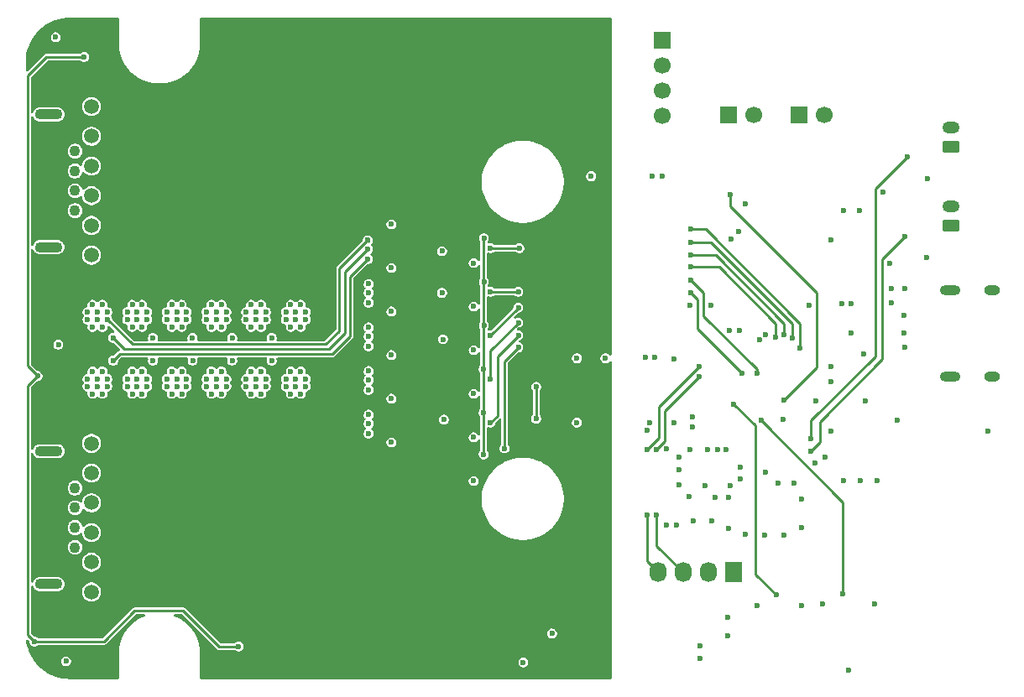
<source format=gbr>
%TF.GenerationSoftware,KiCad,Pcbnew,9.0.3*%
%TF.CreationDate,2025-09-21T09:36:47+10:00*%
%TF.ProjectId,12v-2x6,3132762d-3278-4362-9e6b-696361645f70,1*%
%TF.SameCoordinates,Original*%
%TF.FileFunction,Copper,L6,Bot*%
%TF.FilePolarity,Positive*%
%FSLAX46Y46*%
G04 Gerber Fmt 4.6, Leading zero omitted, Abs format (unit mm)*
G04 Created by KiCad (PCBNEW 9.0.3) date 2025-09-21 09:36:47*
%MOMM*%
%LPD*%
G01*
G04 APERTURE LIST*
G04 Aperture macros list*
%AMRoundRect*
0 Rectangle with rounded corners*
0 $1 Rounding radius*
0 $2 $3 $4 $5 $6 $7 $8 $9 X,Y pos of 4 corners*
0 Add a 4 corners polygon primitive as box body*
4,1,4,$2,$3,$4,$5,$6,$7,$8,$9,$2,$3,0*
0 Add four circle primitives for the rounded corners*
1,1,$1+$1,$2,$3*
1,1,$1+$1,$4,$5*
1,1,$1+$1,$6,$7*
1,1,$1+$1,$8,$9*
0 Add four rect primitives between the rounded corners*
20,1,$1+$1,$2,$3,$4,$5,0*
20,1,$1+$1,$4,$5,$6,$7,0*
20,1,$1+$1,$6,$7,$8,$9,0*
20,1,$1+$1,$8,$9,$2,$3,0*%
G04 Aperture macros list end*
%TA.AperFunction,ComponentPad*%
%ADD10RoundRect,0.250000X0.625000X-0.350000X0.625000X0.350000X-0.625000X0.350000X-0.625000X-0.350000X0*%
%TD*%
%TA.AperFunction,ComponentPad*%
%ADD11O,1.750000X1.200000*%
%TD*%
%TA.AperFunction,ComponentPad*%
%ADD12R,1.730000X2.030000*%
%TD*%
%TA.AperFunction,ComponentPad*%
%ADD13O,1.730000X2.030000*%
%TD*%
%TA.AperFunction,ComponentPad*%
%ADD14R,1.700000X1.700000*%
%TD*%
%TA.AperFunction,ComponentPad*%
%ADD15C,1.700000*%
%TD*%
%TA.AperFunction,ComponentPad*%
%ADD16C,1.520000*%
%TD*%
%TA.AperFunction,ComponentPad*%
%ADD17RoundRect,0.510000X-0.890000X0.000010X-0.890000X-0.000010X0.890000X-0.000010X0.890000X0.000010X0*%
%TD*%
%TA.AperFunction,ComponentPad*%
%ADD18C,1.100000*%
%TD*%
%TA.AperFunction,HeatsinkPad*%
%ADD19O,2.100000X1.000000*%
%TD*%
%TA.AperFunction,HeatsinkPad*%
%ADD20O,1.600000X1.000000*%
%TD*%
%TA.AperFunction,ViaPad*%
%ADD21C,0.600000*%
%TD*%
%TA.AperFunction,Conductor*%
%ADD22C,0.254000*%
%TD*%
G04 APERTURE END LIST*
D10*
%TO.P,J7,1,Pin_1*%
%TO.N,/Input Output/NTC2*%
X141850000Y-47600000D03*
D11*
%TO.P,J7,2,Pin_2*%
%TO.N,GND*%
X141850000Y-45600000D03*
%TD*%
D12*
%TO.P,M2,1,-*%
%TO.N,GND*%
X119900000Y-90500000D03*
D13*
%TO.P,M2,2,+*%
%TO.N,+5V*%
X117360000Y-90500000D03*
%TO.P,M2,3,Tacho*%
%TO.N,Net-(M2-Tacho)*%
X114820000Y-90500000D03*
%TO.P,M2,4,PWM*%
%TO.N,Net-(M2-PWM)*%
X112280000Y-90500000D03*
%TD*%
D14*
%TO.P,J8,1,Pin_1*%
%TO.N,+3.3V*%
X112700000Y-36830000D03*
D15*
%TO.P,J8,2,Pin_2*%
%TO.N,/Input Output/RX*%
X112700000Y-39370000D03*
%TO.P,J8,3,Pin_3*%
%TO.N,/Input Output/TX*%
X112700000Y-41910000D03*
%TO.P,J8,4,Pin_4*%
%TO.N,GND*%
X112700000Y-44450000D03*
%TD*%
D10*
%TO.P,J6,1,Pin_1*%
%TO.N,/Input Output/NTC1*%
X141850000Y-55550000D03*
D11*
%TO.P,J6,2,Pin_2*%
%TO.N,GND*%
X141850000Y-53550000D03*
%TD*%
D14*
%TO.P,J4,1,Pin_1*%
%TO.N,Net-(J4-Pin_1)*%
X119385000Y-44385000D03*
D15*
%TO.P,J4,2,Pin_2*%
%TO.N,Net-(J4-Pin_2)*%
X121925000Y-44385000D03*
%TD*%
D16*
%TO.P,J2,1,+12*%
%TO.N,/12V-2x6 Connectors/12V_OUT6*%
X55150000Y-58500000D03*
%TO.P,J2,2,+12*%
%TO.N,/12V-2x6 Connectors/12V_OUT5*%
X55150000Y-55500000D03*
%TO.P,J2,3,+12*%
%TO.N,/12V-2x6 Connectors/12V_OUT4*%
X55150000Y-52500000D03*
%TO.P,J2,4,+12*%
%TO.N,/12V-2x6 Connectors/12V_OUT3*%
X55150000Y-49500000D03*
%TO.P,J2,5,+12*%
%TO.N,/12V-2x6 Connectors/12V_OUT2*%
X55150000Y-46500000D03*
%TO.P,J2,6,+12*%
%TO.N,/12V-2x6 Connectors/12V_OUT1*%
X55150000Y-43500000D03*
%TO.P,J2,7,GND*%
%TO.N,GND1*%
X58150000Y-58500000D03*
%TO.P,J2,8,GND*%
X58150000Y-55500000D03*
%TO.P,J2,9,GND*%
X58150000Y-52500000D03*
%TO.P,J2,10,GND*%
X58150000Y-49500000D03*
%TO.P,J2,11,GND*%
X58150000Y-46500000D03*
%TO.P,J2,12,GND*%
X58150000Y-43500000D03*
D17*
%TO.P,J2,M1*%
%TO.N,N/C*%
X50830000Y-57700000D03*
%TO.P,J2,M2*%
X50830000Y-44300000D03*
D18*
%TO.P,J2,S1,S1*%
%TO.N,/12V-2x6 Connectors/S1*%
X53480000Y-54000000D03*
%TO.P,J2,S2,S2*%
%TO.N,/12V-2x6 Connectors/S2*%
X53480000Y-52000000D03*
%TO.P,J2,S3,S3*%
%TO.N,/12V-2x6 Connectors/S3*%
X53480000Y-50000000D03*
%TO.P,J2,S4,S4*%
%TO.N,/12V-2x6 Connectors/S4*%
X53480000Y-48000000D03*
%TD*%
D14*
%TO.P,J5,1,Pin_1*%
%TO.N,Net-(J4-Pin_1)*%
X126525000Y-44385000D03*
D15*
%TO.P,J5,2,Pin_2*%
%TO.N,Net-(J4-Pin_2)*%
X129065000Y-44385000D03*
%TD*%
D16*
%TO.P,J1,1,+12*%
%TO.N,/12V-2x6 Connectors/12V_IN1*%
X55150000Y-92500000D03*
%TO.P,J1,2,+12*%
%TO.N,/12V-2x6 Connectors/12V_IN2*%
X55150000Y-89500000D03*
%TO.P,J1,3,+12*%
%TO.N,/12V-2x6 Connectors/12V_IN3*%
X55150000Y-86500000D03*
%TO.P,J1,4,+12*%
%TO.N,/12V-2x6 Connectors/12V_IN4*%
X55150000Y-83500000D03*
%TO.P,J1,5,+12*%
%TO.N,/12V-2x6 Connectors/12V_IN5*%
X55150000Y-80500000D03*
%TO.P,J1,6,+12*%
%TO.N,/12V-2x6 Connectors/12V_IN6*%
X55150000Y-77500000D03*
%TO.P,J1,7,GND*%
%TO.N,GND1*%
X58150000Y-92500000D03*
%TO.P,J1,8,GND*%
X58150000Y-89500000D03*
%TO.P,J1,9,GND*%
X58150000Y-86500000D03*
%TO.P,J1,10,GND*%
X58150000Y-83500000D03*
%TO.P,J1,11,GND*%
X58150000Y-80500000D03*
%TO.P,J1,12,GND*%
X58150000Y-77500000D03*
D17*
%TO.P,J1,M1*%
%TO.N,N/C*%
X50830000Y-91700000D03*
%TO.P,J1,M2*%
X50830000Y-78300000D03*
D18*
%TO.P,J1,S1,S1*%
%TO.N,/12V-2x6 Connectors/S1*%
X53480000Y-88000000D03*
%TO.P,J1,S2,S2*%
%TO.N,/12V-2x6 Connectors/S2*%
X53480000Y-86000000D03*
%TO.P,J1,S3,S3*%
%TO.N,/12V-2x6 Connectors/S3*%
X53480000Y-84000000D03*
%TO.P,J1,S4,S4*%
%TO.N,/12V-2x6 Connectors/S4*%
X53480000Y-82000000D03*
%TD*%
D19*
%TO.P,J3,S1,SHIELD*%
%TO.N,GND*%
X141770000Y-70720000D03*
D20*
X145950000Y-70720000D03*
D19*
X141770000Y-62080000D03*
D20*
X145950000Y-62080000D03*
%TD*%
D21*
%TO.N,GND*%
X137100000Y-64600000D03*
X119400000Y-82950000D03*
X117600000Y-63600000D03*
X117750000Y-85300000D03*
X132600000Y-54000000D03*
X132710000Y-81250000D03*
X116500000Y-97935000D03*
X114400000Y-80200000D03*
X128900000Y-93700000D03*
X131000000Y-54000000D03*
X129700000Y-71275000D03*
X111475000Y-75400000D03*
X126750000Y-86000000D03*
X119300000Y-95100000D03*
X124950000Y-86750000D03*
X121100000Y-86700000D03*
X124400000Y-81550000D03*
X120550000Y-81050000D03*
X119400000Y-86050000D03*
X114400000Y-78850000D03*
X126050000Y-81550000D03*
X131000000Y-81250000D03*
X120550000Y-79900000D03*
X115800000Y-74800000D03*
X114400000Y-81700000D03*
X117300000Y-78100000D03*
X131500000Y-100400000D03*
X137200000Y-67800000D03*
X115400000Y-82900000D03*
X121087500Y-53300000D03*
X117000000Y-81750000D03*
X111980000Y-68800000D03*
X135700000Y-59300000D03*
X119150000Y-78100000D03*
X137100000Y-66400000D03*
X126750000Y-83100000D03*
X123050000Y-86750000D03*
X136400000Y-75175000D03*
X129700000Y-76300000D03*
X111725000Y-50525000D03*
X124900000Y-75100000D03*
X119550000Y-81750000D03*
X133000000Y-68500000D03*
X122300000Y-93900000D03*
X115500000Y-63600000D03*
X128200000Y-73250000D03*
X115500000Y-78100000D03*
X129100000Y-78900000D03*
X134400000Y-81250000D03*
X118050000Y-82950000D03*
X116500000Y-99200000D03*
X123150000Y-80450000D03*
X135000000Y-52100000D03*
X120500000Y-66100000D03*
X131800000Y-63400000D03*
X113150000Y-85730000D03*
%TO.N,/Input Output/NTC1*%
X127700000Y-78300000D03*
X137200000Y-56600000D03*
%TO.N,/Input Output/NTC2*%
X137400000Y-48600000D03*
X127700000Y-77000000D03*
%TO.N,+3.3V*%
X119500000Y-66100000D03*
X126800000Y-93900000D03*
X113150000Y-78080000D03*
X128100000Y-79500000D03*
X118300000Y-78100000D03*
X139400000Y-58700000D03*
X139500000Y-50800000D03*
X111150000Y-76200000D03*
X129700000Y-69725000D03*
X115800000Y-75800000D03*
X134100000Y-93700000D03*
X129700000Y-57000000D03*
X133200000Y-73250000D03*
%TO.N,/Input Output/RESET*%
X130950000Y-92700000D03*
X122700000Y-75200000D03*
%TO.N,/Alert Isolation/ALERT_OUT2*%
X115600000Y-61000000D03*
X122250000Y-70400000D03*
%TO.N,/Alert Isolation/ALERT_OUT3*%
X115600000Y-59700000D03*
X124175735Y-66750000D03*
%TO.N,/Alert Isolation/ALERT_OUT5*%
X125800000Y-66900000D03*
X115600000Y-57200000D03*
%TO.N,+5VP*%
X105550000Y-50525000D03*
X85400000Y-77400000D03*
X85400000Y-59790000D03*
X52580000Y-99500000D03*
X85400000Y-68590000D03*
X93700000Y-68090000D03*
X93700000Y-63690000D03*
X104100000Y-75400000D03*
X93700000Y-81300000D03*
X90500000Y-62300000D03*
X90600000Y-67000000D03*
X51800000Y-67540000D03*
X93700000Y-76890000D03*
X98700000Y-99600000D03*
X85400000Y-72990000D03*
X101600000Y-96700000D03*
X51540000Y-36500000D03*
X85400000Y-64190000D03*
X90500000Y-58100000D03*
X90700000Y-75100000D03*
X106980000Y-68900000D03*
X93700000Y-72490000D03*
X104100000Y-68900000D03*
X85400000Y-55390000D03*
X93700000Y-59290000D03*
%TO.N,GND1*%
X58000000Y-41000000D03*
X56000000Y-41000000D03*
X51000000Y-62000000D03*
X76000000Y-45000000D03*
X76000000Y-46000000D03*
X51000000Y-88000000D03*
X77000000Y-49000000D03*
X50000000Y-86000000D03*
X77000000Y-81000000D03*
X79000000Y-72000000D03*
X51000000Y-82000000D03*
X76000000Y-52000000D03*
X77000000Y-83000000D03*
X76000000Y-42000000D03*
X71000000Y-95000000D03*
X53000000Y-41000000D03*
X52000000Y-41000000D03*
X77000000Y-53000000D03*
X85400000Y-56390000D03*
X98500000Y-97700000D03*
X51000000Y-86000000D03*
X78000000Y-60000000D03*
X50000000Y-73000000D03*
X68000000Y-40000000D03*
X50000000Y-85000000D03*
X75000000Y-41000000D03*
X69000000Y-95000000D03*
X79000000Y-62000000D03*
X70000000Y-96000000D03*
X70000000Y-40000000D03*
X68000000Y-95000000D03*
X77000000Y-57000000D03*
X50000000Y-51000000D03*
X50000000Y-84000000D03*
X51000000Y-74000000D03*
X78000000Y-83000000D03*
X51000000Y-96000000D03*
X50000000Y-50000000D03*
X50000000Y-88000000D03*
X51000000Y-95000000D03*
X53000000Y-40000000D03*
X50000000Y-83000000D03*
X54000000Y-95000000D03*
X73000000Y-40000000D03*
X51000000Y-53000000D03*
X76000000Y-43000000D03*
X77000000Y-47000000D03*
X76000000Y-51000000D03*
X68000000Y-41000000D03*
X106500000Y-50525000D03*
X52000000Y-96000000D03*
X77000000Y-50000000D03*
X106020000Y-68900000D03*
X51800000Y-68500000D03*
X74000000Y-41000000D03*
X53000000Y-95000000D03*
X76000000Y-84000000D03*
X67000000Y-40000000D03*
X79000000Y-71000000D03*
X75000000Y-42000000D03*
X77000000Y-51000000D03*
X77000000Y-80000000D03*
X50000000Y-62000000D03*
X79000000Y-64100000D03*
X52000000Y-40000000D03*
X77000000Y-48000000D03*
X55000000Y-96000000D03*
X78000000Y-56000000D03*
X78000000Y-76000000D03*
X50000000Y-64000000D03*
X76000000Y-88000000D03*
X85400000Y-78400000D03*
X75000000Y-94000000D03*
X75000000Y-40000000D03*
X72000000Y-96000000D03*
X79000000Y-73000000D03*
X76000000Y-41000000D03*
X90700000Y-75900000D03*
X50000000Y-52000000D03*
X77000000Y-88000000D03*
X51000000Y-84000000D03*
X50000000Y-63000000D03*
X55000000Y-41000000D03*
X76000000Y-48000000D03*
X77000000Y-55000000D03*
X85400000Y-69590000D03*
X76000000Y-85000000D03*
X51000000Y-73000000D03*
X51000000Y-83000000D03*
X51000000Y-85000000D03*
X71000000Y-96000000D03*
X76000000Y-93000000D03*
X51000000Y-54000000D03*
X78000000Y-61000000D03*
X75000000Y-90000000D03*
X76000000Y-89000000D03*
X78000000Y-54000000D03*
X51000000Y-50000000D03*
X75000000Y-46000000D03*
X77000000Y-82000000D03*
X78000000Y-80000000D03*
X56000000Y-95000000D03*
X77000000Y-84000000D03*
X66000000Y-41000000D03*
X51000000Y-51000000D03*
X68000000Y-96000000D03*
X56000000Y-40000000D03*
X85400000Y-60790000D03*
X78000000Y-75000000D03*
X50000000Y-53000000D03*
X72000000Y-41000000D03*
X51000000Y-49000000D03*
X51000000Y-41000000D03*
X55000000Y-95000000D03*
X54000000Y-40000000D03*
X69000000Y-96000000D03*
X77000000Y-87000000D03*
X51620000Y-99500000D03*
X85400000Y-65190000D03*
X76000000Y-91000000D03*
X76000000Y-87000000D03*
X77000000Y-52000000D03*
X72000000Y-40000000D03*
X50000000Y-82000000D03*
X90600000Y-66200000D03*
X78000000Y-55000000D03*
X51000000Y-48000000D03*
X78000000Y-62000000D03*
X73000000Y-95000000D03*
X75000000Y-91000000D03*
X69000000Y-40000000D03*
X76000000Y-95000000D03*
X90600000Y-71500000D03*
X76000000Y-90000000D03*
X76000000Y-50000000D03*
X77000000Y-54000000D03*
X78000000Y-57000000D03*
X70000000Y-95000000D03*
X51000000Y-52000000D03*
X74000000Y-96000000D03*
X76000000Y-92000000D03*
X77000000Y-85000000D03*
X78000000Y-82000000D03*
X50000000Y-87000000D03*
X75000000Y-93000000D03*
X78000000Y-77000000D03*
X53000000Y-96000000D03*
X79000000Y-63100000D03*
X71000000Y-40000000D03*
X78000000Y-74000000D03*
X50000000Y-48000000D03*
X67000000Y-95000000D03*
X69000000Y-41000000D03*
X76000000Y-44000000D03*
X73000000Y-41000000D03*
X76000000Y-49000000D03*
X79000000Y-69900000D03*
X50000000Y-72000000D03*
X77000000Y-79000000D03*
X50000000Y-74000000D03*
X75000000Y-43000000D03*
X75000000Y-95000000D03*
X55000000Y-40000000D03*
X85400000Y-73990000D03*
X78000000Y-81000000D03*
X75000000Y-45000000D03*
X78000000Y-52000000D03*
X50000000Y-49000000D03*
X78000000Y-59000000D03*
X77000000Y-86000000D03*
X51000000Y-87000000D03*
X106525000Y-75400000D03*
X57000000Y-95000000D03*
X65000000Y-41000000D03*
X101600000Y-95400000D03*
X67000000Y-41000000D03*
X78000000Y-58000000D03*
X75000000Y-92000000D03*
X50000000Y-54000000D03*
X58000000Y-40000000D03*
X104400000Y-64900000D03*
X54000000Y-96000000D03*
X75000000Y-96000000D03*
X75000000Y-44000000D03*
X78000000Y-78000000D03*
X59000000Y-41000000D03*
X90550000Y-79850000D03*
X56000000Y-96000000D03*
X54000000Y-41000000D03*
X51000000Y-64000000D03*
X52500000Y-36500000D03*
X51000000Y-72000000D03*
X77000000Y-89000000D03*
X72000000Y-95000000D03*
X70000000Y-41000000D03*
X76000000Y-86000000D03*
X76000000Y-47000000D03*
X66000000Y-40000000D03*
X79000000Y-65100000D03*
X74000000Y-40000000D03*
X77000000Y-56000000D03*
X79000000Y-74000000D03*
X76000000Y-94000000D03*
X74000000Y-95000000D03*
X78000000Y-53000000D03*
X51000000Y-40000000D03*
X71000000Y-41000000D03*
X57000000Y-40000000D03*
X52000000Y-95000000D03*
X78000000Y-79000000D03*
X51000000Y-63000000D03*
X73000000Y-96000000D03*
X57000000Y-41000000D03*
%TO.N,/Alert Isolation/ALERT_OUT1*%
X115600000Y-62300000D03*
X120750000Y-70400000D03*
%TO.N,+5V*%
X135800000Y-63300000D03*
X111020000Y-68800000D03*
X115850000Y-85300000D03*
X114150000Y-85760000D03*
X113900000Y-75400000D03*
X131800000Y-66400000D03*
X137200000Y-61900000D03*
X145575000Y-76250000D03*
X113900000Y-69000000D03*
X127500000Y-63600000D03*
X135800000Y-61900000D03*
X112675000Y-50525000D03*
X119300000Y-96950000D03*
X130800000Y-63400000D03*
%TO.N,/Input Output/CASE_SW*%
X119587500Y-52400000D03*
X125000000Y-73100000D03*
%TO.N,/Alert Isolation/ALERT_OUT6*%
X115600000Y-55900000D03*
X126600000Y-67900000D03*
%TO.N,/Alert Isolation/ALERT_OUT4*%
X115600000Y-58500000D03*
X125000000Y-66550000D03*
%TO.N,/Alert Isolation/ALERT_IN6*%
X98300000Y-57800000D03*
X95400000Y-57800000D03*
%TO.N,/Alert Isolation/ALERT_IN3*%
X98200000Y-65300000D03*
X95400000Y-71000000D03*
%TO.N,/Alert Isolation/ALERT_IN4*%
X98200000Y-63800000D03*
X95400000Y-66600000D03*
%TO.N,/Alert Isolation/ALERT_IN5*%
X98200000Y-62200000D03*
X95400000Y-62200000D03*
%TO.N,/Alert Isolation/ALERT_IN1*%
X96800000Y-78000000D03*
X98200000Y-67800000D03*
%TO.N,/Alert Isolation/ALERT_IN2*%
X98200000Y-66600000D03*
X95400000Y-75400000D03*
%TO.N,/12V-2x6 Connectors/12V_IN4*%
X64750000Y-71750000D03*
X63250000Y-72500000D03*
X63750000Y-71750000D03*
X64250000Y-70250000D03*
X63750000Y-71000000D03*
X62750000Y-71750000D03*
X63250000Y-70250000D03*
X62750000Y-71000000D03*
X64750000Y-71000000D03*
X64250000Y-72500000D03*
%TO.N,/12V-2x6 Connectors/12V_IN3*%
X67250000Y-72500000D03*
X67750000Y-71750000D03*
X67750000Y-71000000D03*
X67250000Y-70250000D03*
X68250000Y-72500000D03*
X66750000Y-71000000D03*
X66750000Y-71750000D03*
X68750000Y-71000000D03*
X68250000Y-70250000D03*
X68750000Y-71750000D03*
%TO.N,/12V-2x6 Connectors/12V_IN5*%
X60250000Y-70250000D03*
X59250000Y-70250000D03*
X59750000Y-71000000D03*
X58750000Y-71000000D03*
X60750000Y-71750000D03*
X60250000Y-72500000D03*
X58750000Y-71750000D03*
X60750000Y-71000000D03*
X59250000Y-72500000D03*
X59750000Y-71750000D03*
%TO.N,/12V-2x6 Connectors/12V_IN2*%
X72750000Y-71000000D03*
X71250000Y-70250000D03*
X70750000Y-71000000D03*
X72250000Y-72500000D03*
X72250000Y-70250000D03*
X70750000Y-71750000D03*
X71750000Y-71750000D03*
X71750000Y-71000000D03*
X72750000Y-71750000D03*
X71250000Y-72500000D03*
%TO.N,/12V-2x6 Connectors/12V_IN1*%
X75250000Y-72500000D03*
X76750000Y-71750000D03*
X74750000Y-71000000D03*
X75750000Y-71000000D03*
X76250000Y-72500000D03*
X74750000Y-71750000D03*
X75250000Y-70250000D03*
X76750000Y-71000000D03*
X76250000Y-70250000D03*
X75750000Y-71750000D03*
%TO.N,/12V-2x6 Connectors/12V_IN6*%
X56750000Y-71000000D03*
X56250000Y-70250000D03*
X55250000Y-70250000D03*
X55750000Y-71750000D03*
X55750000Y-71000000D03*
X56250000Y-72500000D03*
X56750000Y-71750000D03*
X54750000Y-71750000D03*
X55250000Y-72500000D03*
X54750000Y-71000000D03*
%TO.N,/12V-2x6 Connectors/12V_OUT5*%
X58750000Y-64250000D03*
X60750000Y-65000000D03*
X59750000Y-65000000D03*
X58750000Y-65000000D03*
X60750000Y-64250000D03*
X83100000Y-61400000D03*
X59750000Y-64250000D03*
X60250000Y-65750000D03*
X59250000Y-65750000D03*
X60250000Y-63500000D03*
X59250000Y-63500000D03*
%TO.N,/12V-2x6 Connectors/12V_OUT6*%
X55750000Y-65000000D03*
X56750000Y-65000000D03*
X55250000Y-65750000D03*
X56250000Y-63500000D03*
X56250000Y-65750000D03*
X54750000Y-65000000D03*
X55750000Y-64250000D03*
X55250000Y-63500000D03*
X54750000Y-64250000D03*
X83000000Y-57000000D03*
X56750000Y-64250000D03*
%TO.N,/12V-2x6 Connectors/12V_OUT4*%
X83100000Y-65800000D03*
X64250000Y-63500000D03*
X64250000Y-65750000D03*
X64750000Y-65000000D03*
X62750000Y-64250000D03*
X63750000Y-65000000D03*
X64750000Y-64250000D03*
X63750000Y-64250000D03*
X62750000Y-65000000D03*
X63250000Y-63500000D03*
X63250000Y-65750000D03*
%TO.N,/12V-2x6 Connectors/12V_OUT1*%
X76250000Y-65750000D03*
X74750000Y-64250000D03*
X75750000Y-65000000D03*
X75250000Y-65750000D03*
X76750000Y-65000000D03*
X74750000Y-65000000D03*
X76250000Y-63500000D03*
X75750000Y-64250000D03*
X75250000Y-63500000D03*
X76750000Y-64250000D03*
%TO.N,/12V-2x6 Connectors/12V_OUT3*%
X68750000Y-64250000D03*
X67750000Y-65000000D03*
X66750000Y-65000000D03*
X66750000Y-64250000D03*
X68750000Y-65000000D03*
X68250000Y-65750000D03*
X67250000Y-63500000D03*
X68250000Y-63500000D03*
X67750000Y-64250000D03*
X83100000Y-70200000D03*
X67250000Y-65750000D03*
%TO.N,/12V-2x6 Connectors/12V_OUT2*%
X71750000Y-65000000D03*
X72250000Y-63500000D03*
X71750000Y-64250000D03*
X71250000Y-63500000D03*
X70750000Y-65000000D03*
X72750000Y-64250000D03*
X71250000Y-65750000D03*
X72250000Y-65750000D03*
X70750000Y-64250000D03*
X83100000Y-74600000D03*
X72750000Y-65000000D03*
%TO.N,/Input Output/BOOT*%
X124200000Y-92800000D03*
X119950000Y-73550000D03*
%TO.N,/Current Sensing/CurrentSense2/IN+*%
X83100000Y-76500000D03*
X73334000Y-69150000D03*
%TO.N,/Current Sensing/CurrentSense2/IN-*%
X83100000Y-75500000D03*
X73334000Y-66850000D03*
%TO.N,/Current Sensing/CurrentSense3/IN+*%
X69334000Y-69150000D03*
X83100000Y-72100000D03*
%TO.N,/Current Sensing/CurrentSense3/IN-*%
X83100000Y-71100000D03*
X69334000Y-66850000D03*
%TO.N,/Current Sensing/CurrentSense4/IN+*%
X83100000Y-67700000D03*
X65350000Y-69150000D03*
%TO.N,/Current Sensing/CurrentSense4/IN-*%
X83100000Y-66700000D03*
X65334000Y-66850000D03*
%TO.N,/Current Sensing/CurrentSense5/IN+*%
X61334000Y-69150000D03*
X83100000Y-63300000D03*
%TO.N,/Current Sensing/CurrentSense5/IN-*%
X83100000Y-62300000D03*
X61334000Y-66850000D03*
%TO.N,/Current Sensing/CurrentSense6/IN+*%
X83000000Y-58900000D03*
X57334000Y-69150000D03*
%TO.N,/Current Sensing/CurrentSense6/IN-*%
X83000000Y-57900000D03*
X57334000Y-66850000D03*
%TO.N,/Current Sensing/SCL1*%
X100000000Y-75000000D03*
X54400000Y-38500000D03*
X49700000Y-70700000D03*
X100000000Y-71810000D03*
X70000000Y-98000000D03*
X49400000Y-97500000D03*
%TO.N,/Current Sensing/SDA1*%
X94725735Y-65600000D03*
X94700000Y-70000000D03*
X94725735Y-56800000D03*
X94700000Y-78600000D03*
X94700000Y-74400000D03*
X94725735Y-61200000D03*
%TO.N,Net-(M2-Tacho)*%
X112150000Y-84740000D03*
%TO.N,Net-(M2-PWM)*%
X111150000Y-84740000D03*
%TO.N,/Input Output/FAN_TACHO*%
X116400000Y-70800000D03*
X112150000Y-78110000D03*
%TO.N,/Input Output/FAN_PWM*%
X116400000Y-69750000D03*
X111150000Y-78110000D03*
%TO.N,/Input Output/TX*%
X119700000Y-56850000D03*
X122500000Y-67050000D03*
%TO.N,/Input Output/RX*%
X123150000Y-66500000D03*
X120400000Y-56100000D03*
%TD*%
D22*
%TO.N,/Input Output/NTC1*%
X128600000Y-77400000D02*
X127700000Y-78300000D01*
X134900000Y-69000000D02*
X128600000Y-75300000D01*
X128600000Y-75300000D02*
X128600000Y-77400000D01*
X134900000Y-58900000D02*
X134900000Y-69000000D01*
X137200000Y-56600000D02*
X134900000Y-58900000D01*
%TO.N,/Input Output/NTC2*%
X127700000Y-75200000D02*
X127700000Y-77000000D01*
X134200000Y-51800000D02*
X134200000Y-68700000D01*
X134200000Y-68700000D02*
X127700000Y-75200000D01*
X137400000Y-48600000D02*
X134200000Y-51800000D01*
%TO.N,/Input Output/RESET*%
X130950000Y-83450000D02*
X122700000Y-75200000D01*
X130950000Y-92700000D02*
X130950000Y-83450000D01*
%TO.N,/Alert Isolation/ALERT_OUT2*%
X116900000Y-64650000D02*
X116900000Y-62300000D01*
X116900000Y-62300000D02*
X115600000Y-61000000D01*
X122250000Y-70400000D02*
X122250000Y-70000000D01*
X122250000Y-70000000D02*
X116900000Y-64650000D01*
%TO.N,/Alert Isolation/ALERT_OUT3*%
X124175735Y-65425735D02*
X118450000Y-59700000D01*
X118450000Y-59700000D02*
X115600000Y-59700000D01*
X124175735Y-66750000D02*
X124175735Y-65425735D01*
%TO.N,/Alert Isolation/ALERT_OUT5*%
X125800000Y-65400000D02*
X125800000Y-66900000D01*
X115600000Y-57200000D02*
X117600000Y-57200000D01*
X117600000Y-57200000D02*
X125800000Y-65400000D01*
%TO.N,/Alert Isolation/ALERT_OUT1*%
X120750000Y-70400000D02*
X116250000Y-65900000D01*
X116250000Y-62950000D02*
X115600000Y-62300000D01*
X116250000Y-65900000D02*
X116250000Y-62950000D01*
%TO.N,/Input Output/CASE_SW*%
X128300000Y-69800000D02*
X128300000Y-62300000D01*
X125000000Y-73100000D02*
X128300000Y-69800000D01*
X128300000Y-62300000D02*
X119600000Y-53600000D01*
X119600000Y-52412500D02*
X119587500Y-52400000D01*
X119600000Y-53600000D02*
X119600000Y-52412500D01*
%TO.N,/Alert Isolation/ALERT_OUT6*%
X117100000Y-55900000D02*
X115600000Y-55900000D01*
X115600000Y-55900000D02*
X115700000Y-55900000D01*
X126600000Y-67900000D02*
X126600000Y-65400000D01*
X126600000Y-65400000D02*
X117100000Y-55900000D01*
%TO.N,/Alert Isolation/ALERT_OUT4*%
X125000000Y-65400000D02*
X118100000Y-58500000D01*
X125000000Y-66550000D02*
X125000000Y-65400000D01*
X118100000Y-58500000D02*
X115600000Y-58500000D01*
%TO.N,/Alert Isolation/ALERT_IN6*%
X98300000Y-57800000D02*
X95400000Y-57800000D01*
%TO.N,/Alert Isolation/ALERT_IN3*%
X98200000Y-65300000D02*
X95400000Y-68100000D01*
X95400000Y-68100000D02*
X95400000Y-71000000D01*
%TO.N,/Alert Isolation/ALERT_IN4*%
X98200000Y-63800000D02*
X95400000Y-66600000D01*
%TO.N,/Alert Isolation/ALERT_IN5*%
X98200000Y-62200000D02*
X95400000Y-62200000D01*
%TO.N,/Alert Isolation/ALERT_IN1*%
X96800000Y-78000000D02*
X96800000Y-69200000D01*
X96800000Y-69200000D02*
X98200000Y-67800000D01*
%TO.N,/Alert Isolation/ALERT_IN2*%
X96100000Y-74700000D02*
X95400000Y-75400000D01*
X96100000Y-68700000D02*
X96100000Y-74700000D01*
X98200000Y-66600000D02*
X96100000Y-68700000D01*
%TO.N,/12V-2x6 Connectors/12V_OUT6*%
X80150000Y-59850000D02*
X80150000Y-66150000D01*
X83100000Y-57100000D02*
X83000000Y-57000000D01*
X78800000Y-67500000D02*
X59250000Y-67500000D01*
X80150000Y-66150000D02*
X78800000Y-67500000D01*
X83000000Y-57000000D02*
X80150000Y-59850000D01*
X59250000Y-67500000D02*
X56750000Y-65000000D01*
%TO.N,/Input Output/BOOT*%
X122100000Y-75700000D02*
X119950000Y-73550000D01*
X122100000Y-90700000D02*
X122100000Y-75700000D01*
X124200000Y-92800000D02*
X122100000Y-90700000D01*
%TO.N,/Current Sensing/CurrentSense6/IN+*%
X81200000Y-66700000D02*
X81200000Y-60700000D01*
X57334000Y-69150000D02*
X57984000Y-68500000D01*
X79400000Y-68500000D02*
X81200000Y-66700000D01*
X81200000Y-60700000D02*
X83000000Y-58900000D01*
X57984000Y-68500000D02*
X79400000Y-68500000D01*
%TO.N,/Current Sensing/CurrentSense6/IN-*%
X58484000Y-68000000D02*
X79100000Y-68000000D01*
X57334000Y-66850000D02*
X58484000Y-68000000D01*
X80700000Y-66400000D02*
X80700000Y-60200000D01*
X80700000Y-60200000D02*
X83000000Y-57900000D01*
X79100000Y-68000000D02*
X80700000Y-66400000D01*
%TO.N,/Current Sensing/SCL1*%
X68000000Y-98000000D02*
X64400000Y-94400000D01*
X59488127Y-94400000D02*
X56388127Y-97500000D01*
X48700000Y-40400000D02*
X48700000Y-69700000D01*
X56388127Y-97500000D02*
X49400000Y-97500000D01*
X50600000Y-38500000D02*
X48700000Y-40400000D01*
X48700000Y-69700000D02*
X49700000Y-70700000D01*
X100000000Y-75000000D02*
X100000000Y-71810000D01*
X49700000Y-70700000D02*
X48700000Y-71700000D01*
X48700000Y-71700000D02*
X48700000Y-96800000D01*
X54400000Y-38500000D02*
X50600000Y-38500000D01*
X48700000Y-96800000D02*
X49400000Y-97500000D01*
X70000000Y-98000000D02*
X68000000Y-98000000D01*
X64400000Y-94400000D02*
X59488127Y-94400000D01*
%TO.N,/Current Sensing/SDA1*%
X94700000Y-74400000D02*
X94700000Y-78600000D01*
X94700000Y-56825735D02*
X94725735Y-56800000D01*
X94700000Y-74400000D02*
X94700000Y-56825735D01*
%TO.N,Net-(M2-Tacho)*%
X112150000Y-84740000D02*
X112150000Y-87830000D01*
X112150000Y-87830000D02*
X114820000Y-90500000D01*
%TO.N,Net-(M2-PWM)*%
X111150000Y-84740000D02*
X111150000Y-89370000D01*
X111150000Y-89370000D02*
X112280000Y-90500000D01*
%TO.N,/Input Output/FAN_TACHO*%
X112950000Y-77310000D02*
X112150000Y-78110000D01*
X112950000Y-74250000D02*
X112950000Y-77060000D01*
X112950000Y-77060000D02*
X112950000Y-77310000D01*
X116400000Y-70800000D02*
X112950000Y-74250000D01*
%TO.N,/Input Output/FAN_PWM*%
X112350000Y-76450000D02*
X112350000Y-73800000D01*
X111150000Y-78110000D02*
X112350000Y-76910000D01*
X112350000Y-73800000D02*
X116400000Y-69750000D01*
X112350000Y-76910000D02*
X112350000Y-76450000D01*
%TD*%
%TA.AperFunction,Conductor*%
%TO.N,GND1*%
G36*
X60512128Y-94747185D02*
G01*
X60557883Y-94799989D01*
X60567827Y-94869147D01*
X60538802Y-94932703D01*
X60492542Y-94966061D01*
X60244702Y-95068719D01*
X60244688Y-95068726D01*
X59889390Y-95258635D01*
X59889372Y-95258646D01*
X59554397Y-95482470D01*
X59554383Y-95482480D01*
X59242946Y-95738070D01*
X58958070Y-96022946D01*
X58702480Y-96334383D01*
X58702470Y-96334397D01*
X58478646Y-96669372D01*
X58478635Y-96669390D01*
X58288726Y-97024688D01*
X58288719Y-97024702D01*
X58134543Y-97396915D01*
X58017588Y-97782463D01*
X57938991Y-98177599D01*
X57938988Y-98177616D01*
X57899500Y-98578558D01*
X57899500Y-98981451D01*
X57899649Y-98984482D01*
X57899600Y-98984484D01*
X57900000Y-98992612D01*
X57900000Y-101175500D01*
X57880315Y-101242539D01*
X57827511Y-101288294D01*
X57776000Y-101299500D01*
X53002706Y-101299500D01*
X52997297Y-101299382D01*
X52613249Y-101282614D01*
X52602473Y-101281671D01*
X52224042Y-101231849D01*
X52213389Y-101229971D01*
X51840727Y-101147354D01*
X51830278Y-101144554D01*
X51466244Y-101029775D01*
X51456078Y-101026075D01*
X51103427Y-100880002D01*
X51093623Y-100875430D01*
X50755057Y-100699183D01*
X50745689Y-100693775D01*
X50423755Y-100488681D01*
X50414894Y-100482476D01*
X50112069Y-100250110D01*
X50103782Y-100243156D01*
X49822364Y-99985284D01*
X49814715Y-99977635D01*
X49556843Y-99696217D01*
X49549889Y-99687930D01*
X49406813Y-99501470D01*
X49406811Y-99501468D01*
X49355124Y-99434108D01*
X52079500Y-99434108D01*
X52079500Y-99565892D01*
X52096554Y-99629539D01*
X52113608Y-99693187D01*
X52146554Y-99750250D01*
X52179500Y-99807314D01*
X52272686Y-99900500D01*
X52386814Y-99966392D01*
X52514108Y-100000500D01*
X52514110Y-100000500D01*
X52645890Y-100000500D01*
X52645892Y-100000500D01*
X52773186Y-99966392D01*
X52887314Y-99900500D01*
X52980500Y-99807314D01*
X53046392Y-99693186D01*
X53080500Y-99565892D01*
X53080500Y-99434108D01*
X53046392Y-99306814D01*
X52980500Y-99192686D01*
X52887314Y-99099500D01*
X52801145Y-99049750D01*
X52773187Y-99033608D01*
X52709539Y-99016554D01*
X52645892Y-98999500D01*
X52514108Y-98999500D01*
X52386812Y-99033608D01*
X52272686Y-99099500D01*
X52272683Y-99099502D01*
X52179502Y-99192683D01*
X52179500Y-99192686D01*
X52113608Y-99306812D01*
X52095004Y-99376244D01*
X52079500Y-99434108D01*
X49355124Y-99434108D01*
X49317515Y-99385094D01*
X49311318Y-99376244D01*
X49106224Y-99054310D01*
X49100816Y-99044942D01*
X49070404Y-98986521D01*
X48924566Y-98706369D01*
X48919997Y-98696572D01*
X48871113Y-98578555D01*
X48773920Y-98343911D01*
X48770224Y-98333755D01*
X48761888Y-98307316D01*
X48655442Y-97969710D01*
X48652648Y-97959284D01*
X48570028Y-97586608D01*
X48570190Y-97584208D01*
X48568151Y-97575962D01*
X48548415Y-97426053D01*
X48559181Y-97357021D01*
X48605560Y-97304765D01*
X48672829Y-97285880D01*
X48739630Y-97306361D01*
X48759035Y-97322190D01*
X48863181Y-97426336D01*
X48875931Y-97449685D01*
X48891815Y-97471041D01*
X48892419Y-97479882D01*
X48896666Y-97487659D01*
X48899500Y-97514017D01*
X48899500Y-97565891D01*
X48933608Y-97693187D01*
X48966554Y-97750250D01*
X48999500Y-97807314D01*
X49092686Y-97900500D01*
X49206814Y-97966392D01*
X49334108Y-98000500D01*
X49334110Y-98000500D01*
X49465890Y-98000500D01*
X49465892Y-98000500D01*
X49593186Y-97966392D01*
X49707314Y-97900500D01*
X49743995Y-97863819D01*
X49805318Y-97830334D01*
X49831676Y-97827500D01*
X56431241Y-97827500D01*
X56431243Y-97827500D01*
X56514537Y-97805181D01*
X56589217Y-97762065D01*
X59587463Y-94763819D01*
X59648786Y-94730334D01*
X59675144Y-94727500D01*
X60445089Y-94727500D01*
X60512128Y-94747185D01*
G37*
%TD.AperFunction*%
%TA.AperFunction,Conductor*%
G36*
X57843039Y-34520185D02*
G01*
X57888794Y-34572989D01*
X57900000Y-34624500D01*
X57900000Y-36847389D01*
X57899601Y-36855519D01*
X57899649Y-36855522D01*
X57899500Y-36858551D01*
X57899500Y-37261441D01*
X57938988Y-37662383D01*
X57938991Y-37662400D01*
X58017588Y-38057536D01*
X58134543Y-38443084D01*
X58202789Y-38607843D01*
X58288722Y-38815304D01*
X58334260Y-38900500D01*
X58478635Y-39170609D01*
X58478646Y-39170627D01*
X58702470Y-39505602D01*
X58702480Y-39505616D01*
X58958070Y-39817053D01*
X59242946Y-40101929D01*
X59242951Y-40101933D01*
X59242952Y-40101934D01*
X59554389Y-40357524D01*
X59889379Y-40581358D01*
X60244696Y-40771278D01*
X60616917Y-40925457D01*
X61002458Y-41042410D01*
X61397606Y-41121010D01*
X61798555Y-41160500D01*
X61798558Y-41160500D01*
X62201442Y-41160500D01*
X62201445Y-41160500D01*
X62602394Y-41121010D01*
X62997542Y-41042410D01*
X63383083Y-40925457D01*
X63755304Y-40771278D01*
X64110621Y-40581358D01*
X64445611Y-40357524D01*
X64757048Y-40101934D01*
X65041934Y-39817048D01*
X65297524Y-39505611D01*
X65521358Y-39170621D01*
X65711278Y-38815304D01*
X65865457Y-38443083D01*
X65982410Y-38057542D01*
X66061010Y-37662394D01*
X66100500Y-37261445D01*
X66100500Y-36858555D01*
X66100500Y-36858551D01*
X66100351Y-36855522D01*
X66100398Y-36855519D01*
X66100000Y-36847389D01*
X66100000Y-34624500D01*
X66119685Y-34557461D01*
X66172489Y-34511706D01*
X66224000Y-34500500D01*
X107476000Y-34500500D01*
X107543039Y-34520185D01*
X107588794Y-34572989D01*
X107600000Y-34624500D01*
X107600000Y-68513452D01*
X107580315Y-68580491D01*
X107527511Y-68626246D01*
X107458353Y-68636190D01*
X107394797Y-68607165D01*
X107386413Y-68598266D01*
X107386247Y-68598433D01*
X107287316Y-68499502D01*
X107287314Y-68499500D01*
X107180681Y-68437935D01*
X107173187Y-68433608D01*
X107109539Y-68416554D01*
X107045892Y-68399500D01*
X106914108Y-68399500D01*
X106786812Y-68433608D01*
X106672686Y-68499500D01*
X106672683Y-68499502D01*
X106579502Y-68592683D01*
X106579500Y-68592686D01*
X106513608Y-68706812D01*
X106493144Y-68783186D01*
X106479500Y-68834108D01*
X106479500Y-68965892D01*
X106486094Y-68990500D01*
X106513608Y-69093187D01*
X106515797Y-69096978D01*
X106579500Y-69207314D01*
X106672686Y-69300500D01*
X106786814Y-69366392D01*
X106914108Y-69400500D01*
X106914110Y-69400500D01*
X107045890Y-69400500D01*
X107045892Y-69400500D01*
X107173186Y-69366392D01*
X107287314Y-69300500D01*
X107380500Y-69207314D01*
X107380500Y-69207313D01*
X107386247Y-69201567D01*
X107388097Y-69203417D01*
X107434037Y-69169863D01*
X107503783Y-69165699D01*
X107564707Y-69199904D01*
X107597468Y-69261617D01*
X107600000Y-69286547D01*
X107600000Y-101175500D01*
X107580315Y-101242539D01*
X107527511Y-101288294D01*
X107476000Y-101299500D01*
X66224000Y-101299500D01*
X66156961Y-101279815D01*
X66111206Y-101227011D01*
X66100000Y-101175500D01*
X66100000Y-99534108D01*
X98199500Y-99534108D01*
X98199500Y-99665892D01*
X98216554Y-99729539D01*
X98233608Y-99793187D01*
X98241766Y-99807316D01*
X98299500Y-99907314D01*
X98392686Y-100000500D01*
X98506814Y-100066392D01*
X98634108Y-100100500D01*
X98634110Y-100100500D01*
X98765890Y-100100500D01*
X98765892Y-100100500D01*
X98893186Y-100066392D01*
X99007314Y-100000500D01*
X99100500Y-99907314D01*
X99166392Y-99793186D01*
X99200500Y-99665892D01*
X99200500Y-99534108D01*
X99166392Y-99406814D01*
X99100500Y-99292686D01*
X99007314Y-99199500D01*
X98950250Y-99166554D01*
X98893187Y-99133608D01*
X98829539Y-99116554D01*
X98765892Y-99099500D01*
X98634108Y-99099500D01*
X98506812Y-99133608D01*
X98392686Y-99199500D01*
X98392683Y-99199502D01*
X98299502Y-99292683D01*
X98299500Y-99292686D01*
X98233608Y-99406812D01*
X98226294Y-99434110D01*
X98199500Y-99534108D01*
X66100000Y-99534108D01*
X66100000Y-98992612D01*
X66100399Y-98984484D01*
X66100351Y-98984482D01*
X66100500Y-98981451D01*
X66100500Y-98578558D01*
X66077390Y-98343921D01*
X66061010Y-98177606D01*
X65982410Y-97782458D01*
X65865457Y-97396917D01*
X65711278Y-97024696D01*
X65521358Y-96669379D01*
X65297524Y-96334389D01*
X65041934Y-96022952D01*
X65041933Y-96022951D01*
X65041929Y-96022946D01*
X64757053Y-95738070D01*
X64445616Y-95482480D01*
X64445615Y-95482479D01*
X64445611Y-95482476D01*
X64110621Y-95258642D01*
X64110616Y-95258639D01*
X64110609Y-95258635D01*
X63755311Y-95068726D01*
X63755304Y-95068722D01*
X63507457Y-94966060D01*
X63453055Y-94922220D01*
X63430990Y-94855926D01*
X63448269Y-94788226D01*
X63499406Y-94740616D01*
X63554911Y-94727500D01*
X64212983Y-94727500D01*
X64280022Y-94747185D01*
X64300664Y-94763819D01*
X67737935Y-98201090D01*
X67798910Y-98262065D01*
X67873590Y-98305181D01*
X67956884Y-98327500D01*
X69568324Y-98327500D01*
X69635363Y-98347185D01*
X69656005Y-98363819D01*
X69692686Y-98400500D01*
X69806814Y-98466392D01*
X69934108Y-98500500D01*
X69934110Y-98500500D01*
X70065890Y-98500500D01*
X70065892Y-98500500D01*
X70193186Y-98466392D01*
X70307314Y-98400500D01*
X70400500Y-98307314D01*
X70466392Y-98193186D01*
X70500500Y-98065892D01*
X70500500Y-97934108D01*
X70466392Y-97806814D01*
X70400500Y-97692686D01*
X70307314Y-97599500D01*
X70249102Y-97565891D01*
X70193187Y-97533608D01*
X70120071Y-97514017D01*
X70065892Y-97499500D01*
X69934108Y-97499500D01*
X69806812Y-97533608D01*
X69692686Y-97599500D01*
X69692683Y-97599502D01*
X69656005Y-97636181D01*
X69594682Y-97669666D01*
X69568324Y-97672500D01*
X68187017Y-97672500D01*
X68119978Y-97652815D01*
X68099336Y-97636181D01*
X67097263Y-96634108D01*
X101099500Y-96634108D01*
X101099500Y-96765891D01*
X101133608Y-96893187D01*
X101166554Y-96950250D01*
X101199500Y-97007314D01*
X101292686Y-97100500D01*
X101406814Y-97166392D01*
X101534108Y-97200500D01*
X101534110Y-97200500D01*
X101665890Y-97200500D01*
X101665892Y-97200500D01*
X101793186Y-97166392D01*
X101907314Y-97100500D01*
X102000500Y-97007314D01*
X102066392Y-96893186D01*
X102100500Y-96765892D01*
X102100500Y-96634108D01*
X102066392Y-96506814D01*
X102000500Y-96392686D01*
X101907314Y-96299500D01*
X101850250Y-96266554D01*
X101793187Y-96233608D01*
X101729539Y-96216554D01*
X101665892Y-96199500D01*
X101534108Y-96199500D01*
X101406812Y-96233608D01*
X101292686Y-96299500D01*
X101292683Y-96299502D01*
X101199502Y-96392683D01*
X101199500Y-96392686D01*
X101133608Y-96506812D01*
X101099500Y-96634108D01*
X67097263Y-96634108D01*
X64601091Y-94137936D01*
X64601090Y-94137935D01*
X64526410Y-94094819D01*
X64526411Y-94094819D01*
X64498645Y-94087379D01*
X64443116Y-94072500D01*
X59531243Y-94072500D01*
X59445011Y-94072500D01*
X59389481Y-94087379D01*
X59361716Y-94094819D01*
X59287038Y-94137934D01*
X59287035Y-94137936D01*
X56288791Y-97136181D01*
X56227468Y-97169666D01*
X56201110Y-97172500D01*
X49831676Y-97172500D01*
X49764637Y-97152815D01*
X49743995Y-97136181D01*
X49707316Y-97099502D01*
X49707314Y-97099500D01*
X49650250Y-97066554D01*
X49593187Y-97033608D01*
X49529539Y-97016554D01*
X49465892Y-96999500D01*
X49465891Y-96999500D01*
X49414017Y-96999500D01*
X49346978Y-96979815D01*
X49326336Y-96963181D01*
X49063819Y-96700664D01*
X49030334Y-96639341D01*
X49027500Y-96612983D01*
X49027500Y-92594603D01*
X54189499Y-92594603D01*
X54226410Y-92780161D01*
X54226413Y-92780171D01*
X54298814Y-92954965D01*
X54298816Y-92954968D01*
X54403927Y-93112278D01*
X54403933Y-93112286D01*
X54537713Y-93246066D01*
X54537721Y-93246072D01*
X54695031Y-93351183D01*
X54695034Y-93351185D01*
X54869828Y-93423586D01*
X54869833Y-93423588D01*
X54869837Y-93423588D01*
X54869838Y-93423589D01*
X55055396Y-93460500D01*
X55055399Y-93460500D01*
X55244603Y-93460500D01*
X55369442Y-93435667D01*
X55430167Y-93423588D01*
X55604967Y-93351184D01*
X55762283Y-93246069D01*
X55896069Y-93112283D01*
X56001184Y-92954967D01*
X56073588Y-92780167D01*
X56110500Y-92594601D01*
X56110500Y-92405399D01*
X56110500Y-92405396D01*
X56073589Y-92219838D01*
X56073588Y-92219837D01*
X56073588Y-92219833D01*
X56073586Y-92219828D01*
X56001185Y-92045034D01*
X56001183Y-92045031D01*
X55896072Y-91887721D01*
X55896066Y-91887713D01*
X55762286Y-91753933D01*
X55762278Y-91753927D01*
X55604968Y-91648816D01*
X55604965Y-91648814D01*
X55430171Y-91576413D01*
X55430161Y-91576410D01*
X55244603Y-91539500D01*
X55244601Y-91539500D01*
X55055399Y-91539500D01*
X55055397Y-91539500D01*
X54869838Y-91576410D01*
X54869828Y-91576413D01*
X54695034Y-91648814D01*
X54695031Y-91648816D01*
X54537721Y-91753927D01*
X54537713Y-91753933D01*
X54403933Y-91887713D01*
X54403927Y-91887721D01*
X54298816Y-92045031D01*
X54298814Y-92045034D01*
X54226413Y-92219828D01*
X54226410Y-92219838D01*
X54189500Y-92405396D01*
X54189500Y-92405399D01*
X54189500Y-92594601D01*
X54189500Y-92594603D01*
X54189499Y-92594603D01*
X49027500Y-92594603D01*
X49027500Y-91974626D01*
X49047185Y-91907587D01*
X49099989Y-91861832D01*
X49169147Y-91851888D01*
X49232703Y-91880913D01*
X49269885Y-91937736D01*
X49287335Y-91993736D01*
X49287336Y-91993738D01*
X49287337Y-91993740D01*
X49376599Y-92141397D01*
X49376601Y-92141400D01*
X49498599Y-92263398D01*
X49498601Y-92263399D01*
X49498603Y-92263401D01*
X49646260Y-92352663D01*
X49810988Y-92403994D01*
X49882581Y-92410500D01*
X51777418Y-92410499D01*
X51777425Y-92410499D01*
X51849007Y-92403995D01*
X51849010Y-92403994D01*
X51849012Y-92403994D01*
X52013740Y-92352663D01*
X52161397Y-92263401D01*
X52283401Y-92141397D01*
X52372663Y-91993740D01*
X52423994Y-91829012D01*
X52430500Y-91757419D01*
X52430499Y-91642582D01*
X52424487Y-91576410D01*
X52423995Y-91570992D01*
X52423993Y-91570984D01*
X52378619Y-91425374D01*
X52372663Y-91406260D01*
X52283401Y-91258603D01*
X52283399Y-91258601D01*
X52283398Y-91258599D01*
X52161400Y-91136601D01*
X52013740Y-91047337D01*
X52013737Y-91047336D01*
X51849012Y-90996006D01*
X51849010Y-90996005D01*
X51849008Y-90996005D01*
X51798884Y-90991450D01*
X51777419Y-90989500D01*
X51777416Y-90989500D01*
X49882573Y-90989500D01*
X49810992Y-90996004D01*
X49810984Y-90996006D01*
X49646262Y-91047336D01*
X49498599Y-91136601D01*
X49376601Y-91258599D01*
X49287335Y-91406263D01*
X49269885Y-91462264D01*
X49231148Y-91520412D01*
X49167122Y-91548386D01*
X49098137Y-91537304D01*
X49046094Y-91490686D01*
X49027500Y-91425374D01*
X49027500Y-89594603D01*
X54189499Y-89594603D01*
X54226410Y-89780161D01*
X54226413Y-89780171D01*
X54298814Y-89954965D01*
X54298816Y-89954968D01*
X54403927Y-90112278D01*
X54403933Y-90112286D01*
X54537713Y-90246066D01*
X54537721Y-90246072D01*
X54695031Y-90351183D01*
X54695034Y-90351185D01*
X54869828Y-90423586D01*
X54869833Y-90423588D01*
X54869837Y-90423588D01*
X54869838Y-90423589D01*
X55055396Y-90460500D01*
X55055399Y-90460500D01*
X55244603Y-90460500D01*
X55369442Y-90435667D01*
X55430167Y-90423588D01*
X55604967Y-90351184D01*
X55762283Y-90246069D01*
X55896069Y-90112283D01*
X56001184Y-89954967D01*
X56073588Y-89780167D01*
X56110500Y-89594601D01*
X56110500Y-89405399D01*
X56110500Y-89405396D01*
X56073589Y-89219838D01*
X56073588Y-89219837D01*
X56073588Y-89219833D01*
X56073586Y-89219828D01*
X56001185Y-89045034D01*
X56001183Y-89045031D01*
X55896072Y-88887721D01*
X55896066Y-88887713D01*
X55762286Y-88753933D01*
X55762278Y-88753927D01*
X55604968Y-88648816D01*
X55604965Y-88648814D01*
X55430171Y-88576413D01*
X55430161Y-88576410D01*
X55244603Y-88539500D01*
X55244601Y-88539500D01*
X55055399Y-88539500D01*
X55055397Y-88539500D01*
X54869838Y-88576410D01*
X54869828Y-88576413D01*
X54695034Y-88648814D01*
X54695031Y-88648816D01*
X54537721Y-88753927D01*
X54537713Y-88753933D01*
X54403933Y-88887713D01*
X54403927Y-88887721D01*
X54298816Y-89045031D01*
X54298814Y-89045034D01*
X54226413Y-89219828D01*
X54226410Y-89219838D01*
X54189500Y-89405396D01*
X54189500Y-89405399D01*
X54189500Y-89594601D01*
X54189500Y-89594603D01*
X54189499Y-89594603D01*
X49027500Y-89594603D01*
X49027500Y-88073920D01*
X52729499Y-88073920D01*
X52758340Y-88218907D01*
X52758343Y-88218917D01*
X52814912Y-88355488D01*
X52814919Y-88355501D01*
X52897048Y-88478415D01*
X52897051Y-88478419D01*
X53001580Y-88582948D01*
X53001584Y-88582951D01*
X53124498Y-88665080D01*
X53124511Y-88665087D01*
X53261082Y-88721656D01*
X53261087Y-88721658D01*
X53261091Y-88721658D01*
X53261092Y-88721659D01*
X53406079Y-88750500D01*
X53406082Y-88750500D01*
X53553920Y-88750500D01*
X53651462Y-88731096D01*
X53698913Y-88721658D01*
X53835495Y-88665084D01*
X53958416Y-88582951D01*
X54062951Y-88478416D01*
X54145084Y-88355495D01*
X54201658Y-88218913D01*
X54230500Y-88073918D01*
X54230500Y-87926082D01*
X54230500Y-87926079D01*
X54201659Y-87781092D01*
X54201658Y-87781091D01*
X54201658Y-87781087D01*
X54201656Y-87781082D01*
X54145087Y-87644511D01*
X54145080Y-87644498D01*
X54062951Y-87521584D01*
X54062948Y-87521580D01*
X53958419Y-87417051D01*
X53958415Y-87417048D01*
X53835501Y-87334919D01*
X53835488Y-87334912D01*
X53698917Y-87278343D01*
X53698907Y-87278340D01*
X53553920Y-87249500D01*
X53553918Y-87249500D01*
X53406082Y-87249500D01*
X53406080Y-87249500D01*
X53261092Y-87278340D01*
X53261082Y-87278343D01*
X53124511Y-87334912D01*
X53124498Y-87334919D01*
X53001584Y-87417048D01*
X53001580Y-87417051D01*
X52897051Y-87521580D01*
X52897048Y-87521584D01*
X52814919Y-87644498D01*
X52814912Y-87644511D01*
X52758343Y-87781082D01*
X52758340Y-87781092D01*
X52729500Y-87926079D01*
X52729500Y-87926082D01*
X52729500Y-88073918D01*
X52729500Y-88073920D01*
X52729499Y-88073920D01*
X49027500Y-88073920D01*
X49027500Y-86073920D01*
X52729499Y-86073920D01*
X52758340Y-86218907D01*
X52758343Y-86218917D01*
X52814912Y-86355488D01*
X52814919Y-86355501D01*
X52897048Y-86478415D01*
X52897051Y-86478419D01*
X53001580Y-86582948D01*
X53001584Y-86582951D01*
X53124498Y-86665080D01*
X53124511Y-86665087D01*
X53261082Y-86721656D01*
X53261087Y-86721658D01*
X53261091Y-86721658D01*
X53261092Y-86721659D01*
X53406079Y-86750500D01*
X53406082Y-86750500D01*
X53553920Y-86750500D01*
X53651462Y-86731096D01*
X53698913Y-86721658D01*
X53835495Y-86665084D01*
X53958416Y-86582951D01*
X53985187Y-86556179D01*
X54046508Y-86522695D01*
X54116200Y-86527679D01*
X54172134Y-86569549D01*
X54194485Y-86619669D01*
X54226410Y-86780161D01*
X54226413Y-86780171D01*
X54298814Y-86954965D01*
X54298816Y-86954968D01*
X54403927Y-87112278D01*
X54403933Y-87112286D01*
X54537713Y-87246066D01*
X54537721Y-87246072D01*
X54695031Y-87351183D01*
X54695034Y-87351185D01*
X54854044Y-87417048D01*
X54869833Y-87423588D01*
X54869837Y-87423588D01*
X54869838Y-87423589D01*
X55055396Y-87460500D01*
X55055399Y-87460500D01*
X55244603Y-87460500D01*
X55369442Y-87435667D01*
X55430167Y-87423588D01*
X55604967Y-87351184D01*
X55762283Y-87246069D01*
X55896069Y-87112283D01*
X56001184Y-86954967D01*
X56073588Y-86780167D01*
X56096481Y-86665080D01*
X56110500Y-86594603D01*
X56110500Y-86405396D01*
X56073589Y-86219838D01*
X56073588Y-86219837D01*
X56073588Y-86219833D01*
X56073207Y-86218913D01*
X56001185Y-86045034D01*
X56001183Y-86045031D01*
X55896072Y-85887721D01*
X55896066Y-85887713D01*
X55762286Y-85753933D01*
X55762278Y-85753927D01*
X55604968Y-85648816D01*
X55604965Y-85648814D01*
X55430171Y-85576413D01*
X55430161Y-85576410D01*
X55244603Y-85539500D01*
X55244601Y-85539500D01*
X55055399Y-85539500D01*
X55055397Y-85539500D01*
X54869838Y-85576410D01*
X54869828Y-85576413D01*
X54695034Y-85648814D01*
X54695031Y-85648816D01*
X54537721Y-85753927D01*
X54537718Y-85753929D01*
X54416948Y-85874699D01*
X54355625Y-85908183D01*
X54285933Y-85903199D01*
X54230000Y-85861327D01*
X54207650Y-85811208D01*
X54201659Y-85781094D01*
X54201659Y-85781092D01*
X54201658Y-85781087D01*
X54201656Y-85781082D01*
X54145087Y-85644511D01*
X54145080Y-85644498D01*
X54062951Y-85521584D01*
X54062948Y-85521580D01*
X53958419Y-85417051D01*
X53958415Y-85417048D01*
X53835501Y-85334919D01*
X53835488Y-85334912D01*
X53698917Y-85278343D01*
X53698907Y-85278340D01*
X53553920Y-85249500D01*
X53553918Y-85249500D01*
X53406082Y-85249500D01*
X53406080Y-85249500D01*
X53261092Y-85278340D01*
X53261082Y-85278343D01*
X53124511Y-85334912D01*
X53124498Y-85334919D01*
X53001584Y-85417048D01*
X53001580Y-85417051D01*
X52897051Y-85521580D01*
X52897048Y-85521584D01*
X52814919Y-85644498D01*
X52814912Y-85644511D01*
X52758343Y-85781082D01*
X52758340Y-85781092D01*
X52729500Y-85926079D01*
X52729500Y-85926082D01*
X52729500Y-86073918D01*
X52729500Y-86073920D01*
X52729499Y-86073920D01*
X49027500Y-86073920D01*
X49027500Y-84073920D01*
X52729499Y-84073920D01*
X52758340Y-84218907D01*
X52758343Y-84218917D01*
X52814912Y-84355488D01*
X52814919Y-84355501D01*
X52897048Y-84478415D01*
X52897051Y-84478419D01*
X53001580Y-84582948D01*
X53001584Y-84582951D01*
X53124498Y-84665080D01*
X53124511Y-84665087D01*
X53261082Y-84721656D01*
X53261087Y-84721658D01*
X53261091Y-84721658D01*
X53261092Y-84721659D01*
X53406079Y-84750500D01*
X53406082Y-84750500D01*
X53553920Y-84750500D01*
X53651462Y-84731096D01*
X53698913Y-84721658D01*
X53835495Y-84665084D01*
X53958416Y-84582951D01*
X54062951Y-84478416D01*
X54145084Y-84355495D01*
X54201658Y-84218913D01*
X54207650Y-84188791D01*
X54240034Y-84126880D01*
X54300750Y-84092306D01*
X54370519Y-84096045D01*
X54416948Y-84125301D01*
X54537713Y-84246066D01*
X54537721Y-84246072D01*
X54695031Y-84351183D01*
X54695034Y-84351185D01*
X54869828Y-84423586D01*
X54869833Y-84423588D01*
X54869837Y-84423588D01*
X54869838Y-84423589D01*
X55055396Y-84460500D01*
X55055399Y-84460500D01*
X55244603Y-84460500D01*
X55369442Y-84435667D01*
X55430167Y-84423588D01*
X55594545Y-84355501D01*
X55604965Y-84351185D01*
X55604968Y-84351183D01*
X55762283Y-84246069D01*
X55896069Y-84112283D01*
X56001184Y-83954967D01*
X56013149Y-83926082D01*
X56073586Y-83780171D01*
X56073588Y-83780167D01*
X56100572Y-83644511D01*
X56110500Y-83594603D01*
X56110500Y-83405396D01*
X56073589Y-83219838D01*
X56073588Y-83219837D01*
X56073588Y-83219833D01*
X56001184Y-83045033D01*
X55901670Y-82896099D01*
X94499500Y-82896099D01*
X94499500Y-83303901D01*
X94509497Y-83405399D01*
X94539470Y-83709728D01*
X94539473Y-83709745D01*
X94619024Y-84109684D01*
X94619027Y-84109695D01*
X94737409Y-84499948D01*
X94893465Y-84876700D01*
X94893472Y-84876714D01*
X95085697Y-85236345D01*
X95085708Y-85236363D01*
X95312261Y-85575422D01*
X95312271Y-85575436D01*
X95570978Y-85890672D01*
X95859327Y-86179021D01*
X95859332Y-86179025D01*
X95859333Y-86179026D01*
X96174569Y-86437733D01*
X96513643Y-86664296D01*
X96873293Y-86856532D01*
X97250053Y-87012591D01*
X97640295Y-87130970D01*
X97640301Y-87130971D01*
X97640304Y-87130972D01*
X97640315Y-87130975D01*
X97891111Y-87180860D01*
X98040261Y-87210528D01*
X98446099Y-87250500D01*
X98446102Y-87250500D01*
X98853898Y-87250500D01*
X98853901Y-87250500D01*
X99259739Y-87210528D01*
X99457711Y-87171148D01*
X99659684Y-87130975D01*
X99659695Y-87130972D01*
X99659695Y-87130971D01*
X99659705Y-87130970D01*
X100049947Y-87012591D01*
X100426707Y-86856532D01*
X100786357Y-86664296D01*
X101125431Y-86437733D01*
X101440667Y-86179026D01*
X101729026Y-85890667D01*
X101987733Y-85575431D01*
X102214296Y-85236357D01*
X102406532Y-84876707D01*
X102562591Y-84499947D01*
X102680970Y-84109705D01*
X102680972Y-84109695D01*
X102680975Y-84109684D01*
X102746520Y-83780161D01*
X102760528Y-83709739D01*
X102800500Y-83303901D01*
X102800500Y-82896099D01*
X102760528Y-82490261D01*
X102730860Y-82341111D01*
X102680975Y-82090315D01*
X102680972Y-82090304D01*
X102680971Y-82090301D01*
X102680970Y-82090295D01*
X102562591Y-81700053D01*
X102406532Y-81323293D01*
X102214296Y-80963643D01*
X101987733Y-80624569D01*
X101729026Y-80309333D01*
X101729025Y-80309332D01*
X101729021Y-80309327D01*
X101440672Y-80020978D01*
X101125436Y-79762271D01*
X101125435Y-79762270D01*
X101125431Y-79762267D01*
X100786357Y-79535704D01*
X100786352Y-79535701D01*
X100786345Y-79535697D01*
X100426714Y-79343472D01*
X100426707Y-79343468D01*
X100426700Y-79343465D01*
X100049948Y-79187409D01*
X99659695Y-79069027D01*
X99659684Y-79069024D01*
X99259745Y-78989473D01*
X99259728Y-78989470D01*
X98952831Y-78959243D01*
X98853901Y-78949500D01*
X98446099Y-78949500D01*
X98354603Y-78958511D01*
X98040271Y-78989470D01*
X98040254Y-78989473D01*
X97640315Y-79069024D01*
X97640304Y-79069027D01*
X97250051Y-79187409D01*
X96873299Y-79343465D01*
X96873285Y-79343472D01*
X96513654Y-79535697D01*
X96513636Y-79535708D01*
X96174577Y-79762261D01*
X96174563Y-79762271D01*
X95859327Y-80020978D01*
X95570978Y-80309327D01*
X95312271Y-80624563D01*
X95312261Y-80624577D01*
X95085708Y-80963636D01*
X95085697Y-80963654D01*
X94893472Y-81323285D01*
X94893465Y-81323299D01*
X94737409Y-81700051D01*
X94619027Y-82090304D01*
X94619024Y-82090315D01*
X94539473Y-82490254D01*
X94539470Y-82490271D01*
X94516681Y-82721656D01*
X94499500Y-82896099D01*
X55901670Y-82896099D01*
X55896069Y-82887717D01*
X55896067Y-82887714D01*
X55762286Y-82753933D01*
X55762278Y-82753927D01*
X55604968Y-82648816D01*
X55604965Y-82648814D01*
X55430171Y-82576413D01*
X55430161Y-82576410D01*
X55244603Y-82539500D01*
X55244601Y-82539500D01*
X55055399Y-82539500D01*
X55055397Y-82539500D01*
X54869838Y-82576410D01*
X54869828Y-82576413D01*
X54695034Y-82648814D01*
X54695031Y-82648816D01*
X54537721Y-82753927D01*
X54537713Y-82753933D01*
X54403933Y-82887713D01*
X54403927Y-82887721D01*
X54298816Y-83045031D01*
X54298814Y-83045034D01*
X54226413Y-83219828D01*
X54226411Y-83219837D01*
X54194485Y-83380331D01*
X54162099Y-83442241D01*
X54101383Y-83476815D01*
X54031614Y-83473074D01*
X53985187Y-83443819D01*
X53958419Y-83417051D01*
X53958415Y-83417048D01*
X53835501Y-83334919D01*
X53835488Y-83334912D01*
X53698917Y-83278343D01*
X53698907Y-83278340D01*
X53553920Y-83249500D01*
X53553918Y-83249500D01*
X53406082Y-83249500D01*
X53406080Y-83249500D01*
X53261092Y-83278340D01*
X53261082Y-83278343D01*
X53124511Y-83334912D01*
X53124498Y-83334919D01*
X53001584Y-83417048D01*
X53001580Y-83417051D01*
X52897051Y-83521580D01*
X52897048Y-83521584D01*
X52814919Y-83644498D01*
X52814912Y-83644511D01*
X52758343Y-83781082D01*
X52758340Y-83781092D01*
X52729500Y-83926079D01*
X52729500Y-83926082D01*
X52729500Y-84073918D01*
X52729500Y-84073920D01*
X52729499Y-84073920D01*
X49027500Y-84073920D01*
X49027500Y-82073920D01*
X52729499Y-82073920D01*
X52758340Y-82218907D01*
X52758343Y-82218917D01*
X52814912Y-82355488D01*
X52814919Y-82355501D01*
X52897048Y-82478415D01*
X52897051Y-82478419D01*
X53001580Y-82582948D01*
X53001584Y-82582951D01*
X53124498Y-82665080D01*
X53124511Y-82665087D01*
X53261082Y-82721656D01*
X53261087Y-82721658D01*
X53261091Y-82721658D01*
X53261092Y-82721659D01*
X53406079Y-82750500D01*
X53406082Y-82750500D01*
X53553920Y-82750500D01*
X53651462Y-82731096D01*
X53698913Y-82721658D01*
X53835495Y-82665084D01*
X53958416Y-82582951D01*
X54062951Y-82478416D01*
X54145084Y-82355495D01*
X54201658Y-82218913D01*
X54211096Y-82171462D01*
X54230500Y-82073920D01*
X54230500Y-81926079D01*
X54201659Y-81781092D01*
X54201658Y-81781091D01*
X54201658Y-81781087D01*
X54168278Y-81700500D01*
X54145087Y-81644511D01*
X54145080Y-81644498D01*
X54062951Y-81521584D01*
X54062948Y-81521580D01*
X53958419Y-81417051D01*
X53958415Y-81417048D01*
X53835501Y-81334919D01*
X53835488Y-81334912D01*
X53698917Y-81278343D01*
X53698907Y-81278340D01*
X53553920Y-81249500D01*
X53553918Y-81249500D01*
X53406082Y-81249500D01*
X53406080Y-81249500D01*
X53261092Y-81278340D01*
X53261082Y-81278343D01*
X53124511Y-81334912D01*
X53124498Y-81334919D01*
X53001584Y-81417048D01*
X53001580Y-81417051D01*
X52897051Y-81521580D01*
X52897048Y-81521584D01*
X52814919Y-81644498D01*
X52814912Y-81644511D01*
X52758343Y-81781082D01*
X52758340Y-81781092D01*
X52729500Y-81926079D01*
X52729500Y-81926082D01*
X52729500Y-82073918D01*
X52729500Y-82073920D01*
X52729499Y-82073920D01*
X49027500Y-82073920D01*
X49027500Y-80594603D01*
X54189499Y-80594603D01*
X54226410Y-80780161D01*
X54226413Y-80780171D01*
X54298814Y-80954965D01*
X54298816Y-80954968D01*
X54403927Y-81112278D01*
X54403933Y-81112286D01*
X54537713Y-81246066D01*
X54537721Y-81246072D01*
X54695031Y-81351183D01*
X54695034Y-81351185D01*
X54854044Y-81417048D01*
X54869833Y-81423588D01*
X54869837Y-81423588D01*
X54869838Y-81423589D01*
X55055396Y-81460500D01*
X55055399Y-81460500D01*
X55244603Y-81460500D01*
X55369442Y-81435667D01*
X55430167Y-81423588D01*
X55546700Y-81375318D01*
X55604965Y-81351185D01*
X55604968Y-81351183D01*
X55629309Y-81334919D01*
X55762283Y-81246069D01*
X55774244Y-81234108D01*
X93199500Y-81234108D01*
X93199500Y-81365891D01*
X93233608Y-81493187D01*
X93266554Y-81550250D01*
X93299500Y-81607314D01*
X93392686Y-81700500D01*
X93506814Y-81766392D01*
X93634108Y-81800500D01*
X93634110Y-81800500D01*
X93765890Y-81800500D01*
X93765892Y-81800500D01*
X93893186Y-81766392D01*
X94007314Y-81700500D01*
X94100500Y-81607314D01*
X94166392Y-81493186D01*
X94200500Y-81365892D01*
X94200500Y-81234108D01*
X94166392Y-81106814D01*
X94100500Y-80992686D01*
X94007314Y-80899500D01*
X93950250Y-80866554D01*
X93893187Y-80833608D01*
X93829539Y-80816554D01*
X93765892Y-80799500D01*
X93634108Y-80799500D01*
X93506812Y-80833608D01*
X93392686Y-80899500D01*
X93392683Y-80899502D01*
X93299502Y-80992683D01*
X93299500Y-80992686D01*
X93233608Y-81106812D01*
X93199500Y-81234108D01*
X55774244Y-81234108D01*
X55870053Y-81138300D01*
X55896066Y-81112286D01*
X55896069Y-81112283D01*
X56001184Y-80954967D01*
X56073588Y-80780167D01*
X56085667Y-80719442D01*
X56110500Y-80594603D01*
X56110500Y-80405396D01*
X56073589Y-80219838D01*
X56073588Y-80219837D01*
X56073588Y-80219833D01*
X56073586Y-80219828D01*
X56001185Y-80045034D01*
X56001183Y-80045031D01*
X55896072Y-79887721D01*
X55896066Y-79887713D01*
X55762286Y-79753933D01*
X55762278Y-79753927D01*
X55604968Y-79648816D01*
X55604965Y-79648814D01*
X55430171Y-79576413D01*
X55430161Y-79576410D01*
X55244603Y-79539500D01*
X55244601Y-79539500D01*
X55055399Y-79539500D01*
X55055397Y-79539500D01*
X54869838Y-79576410D01*
X54869828Y-79576413D01*
X54695034Y-79648814D01*
X54695031Y-79648816D01*
X54537721Y-79753927D01*
X54537713Y-79753933D01*
X54403933Y-79887713D01*
X54403927Y-79887721D01*
X54298816Y-80045031D01*
X54298814Y-80045034D01*
X54226413Y-80219828D01*
X54226410Y-80219838D01*
X54189500Y-80405396D01*
X54189500Y-80405399D01*
X54189500Y-80594601D01*
X54189500Y-80594603D01*
X54189499Y-80594603D01*
X49027500Y-80594603D01*
X49027500Y-78574626D01*
X49047185Y-78507587D01*
X49099989Y-78461832D01*
X49169147Y-78451888D01*
X49232703Y-78480913D01*
X49269885Y-78537736D01*
X49287335Y-78593736D01*
X49287336Y-78593738D01*
X49287337Y-78593740D01*
X49330954Y-78665891D01*
X49376601Y-78741400D01*
X49498599Y-78863398D01*
X49498601Y-78863399D01*
X49498603Y-78863401D01*
X49646260Y-78952663D01*
X49810988Y-79003994D01*
X49882581Y-79010500D01*
X51777418Y-79010499D01*
X51777425Y-79010499D01*
X51849007Y-79003995D01*
X51849010Y-79003994D01*
X51849012Y-79003994D01*
X52013740Y-78952663D01*
X52161397Y-78863401D01*
X52283401Y-78741397D01*
X52372663Y-78593740D01*
X52423994Y-78429012D01*
X52430500Y-78357419D01*
X52430499Y-78242582D01*
X52426011Y-78193186D01*
X52423995Y-78170992D01*
X52423993Y-78170984D01*
X52391245Y-78065892D01*
X52372663Y-78006260D01*
X52283401Y-77858603D01*
X52283399Y-77858601D01*
X52283398Y-77858599D01*
X52161400Y-77736601D01*
X52013740Y-77647337D01*
X51925004Y-77619686D01*
X51849012Y-77596006D01*
X51849010Y-77596005D01*
X51849008Y-77596005D01*
X51833580Y-77594603D01*
X54189499Y-77594603D01*
X54226410Y-77780161D01*
X54226413Y-77780171D01*
X54298814Y-77954965D01*
X54298816Y-77954968D01*
X54403927Y-78112278D01*
X54403933Y-78112286D01*
X54537713Y-78246066D01*
X54537721Y-78246072D01*
X54695031Y-78351183D01*
X54695034Y-78351185D01*
X54869828Y-78423586D01*
X54869833Y-78423588D01*
X54869837Y-78423588D01*
X54869838Y-78423589D01*
X55055396Y-78460500D01*
X55055399Y-78460500D01*
X55244603Y-78460500D01*
X55402919Y-78429008D01*
X55430167Y-78423588D01*
X55546700Y-78375318D01*
X55604965Y-78351185D01*
X55604968Y-78351183D01*
X55670623Y-78307314D01*
X55762283Y-78246069D01*
X55896069Y-78112283D01*
X56001184Y-77954967D01*
X56073588Y-77780167D01*
X56102392Y-77635363D01*
X56110500Y-77594603D01*
X56110500Y-77405396D01*
X56099515Y-77350173D01*
X56096319Y-77334108D01*
X84899500Y-77334108D01*
X84899500Y-77465891D01*
X84933608Y-77593187D01*
X84935236Y-77596006D01*
X84999500Y-77707314D01*
X85092686Y-77800500D01*
X85206814Y-77866392D01*
X85334108Y-77900500D01*
X85334110Y-77900500D01*
X85465890Y-77900500D01*
X85465892Y-77900500D01*
X85593186Y-77866392D01*
X85707314Y-77800500D01*
X85800500Y-77707314D01*
X85866392Y-77593186D01*
X85900500Y-77465892D01*
X85900500Y-77334108D01*
X85866392Y-77206814D01*
X85800500Y-77092686D01*
X85707314Y-76999500D01*
X85631783Y-76955892D01*
X85593187Y-76933608D01*
X85529539Y-76916554D01*
X85465892Y-76899500D01*
X85334108Y-76899500D01*
X85206812Y-76933608D01*
X85092686Y-76999500D01*
X85092683Y-76999502D01*
X84999502Y-77092683D01*
X84999500Y-77092686D01*
X84933608Y-77206812D01*
X84899500Y-77334108D01*
X56096319Y-77334108D01*
X56073589Y-77219838D01*
X56073588Y-77219837D01*
X56073588Y-77219833D01*
X56073586Y-77219828D01*
X56001185Y-77045034D01*
X56001183Y-77045031D01*
X55896072Y-76887721D01*
X55896066Y-76887713D01*
X55762286Y-76753933D01*
X55762278Y-76753927D01*
X55604968Y-76648816D01*
X55604965Y-76648814D01*
X55430171Y-76576413D01*
X55430161Y-76576410D01*
X55244603Y-76539500D01*
X55244601Y-76539500D01*
X55055399Y-76539500D01*
X55055397Y-76539500D01*
X54869838Y-76576410D01*
X54869828Y-76576413D01*
X54695034Y-76648814D01*
X54695031Y-76648816D01*
X54537721Y-76753927D01*
X54537713Y-76753933D01*
X54403933Y-76887713D01*
X54403927Y-76887721D01*
X54298816Y-77045031D01*
X54298814Y-77045034D01*
X54226413Y-77219828D01*
X54226410Y-77219838D01*
X54189500Y-77405396D01*
X54189500Y-77405399D01*
X54189500Y-77594601D01*
X54189500Y-77594603D01*
X54189499Y-77594603D01*
X51833580Y-77594603D01*
X51798884Y-77591450D01*
X51777419Y-77589500D01*
X51777416Y-77589500D01*
X49882573Y-77589500D01*
X49810992Y-77596004D01*
X49810984Y-77596006D01*
X49646262Y-77647336D01*
X49646260Y-77647336D01*
X49646260Y-77647337D01*
X49597041Y-77677091D01*
X49498599Y-77736601D01*
X49376601Y-77858599D01*
X49287335Y-78006263D01*
X49269885Y-78062264D01*
X49231148Y-78120412D01*
X49167122Y-78148386D01*
X49098137Y-78137304D01*
X49046094Y-78090686D01*
X49027500Y-78025374D01*
X49027500Y-74534108D01*
X82599500Y-74534108D01*
X82599500Y-74665892D01*
X82616173Y-74728118D01*
X82633608Y-74793187D01*
X82655163Y-74830521D01*
X82699500Y-74907314D01*
X82699502Y-74907316D01*
X82754505Y-74962319D01*
X82787990Y-75023642D01*
X82783006Y-75093334D01*
X82754505Y-75137681D01*
X82699502Y-75192683D01*
X82699500Y-75192686D01*
X82633608Y-75306812D01*
X82599500Y-75434108D01*
X82599500Y-75565891D01*
X82633608Y-75693187D01*
X82641766Y-75707316D01*
X82699500Y-75807314D01*
X82699502Y-75807316D01*
X82792686Y-75900500D01*
X82794158Y-75901630D01*
X82795083Y-75902897D01*
X82798433Y-75906247D01*
X82797910Y-75906769D01*
X82835356Y-75958060D01*
X82839506Y-76027807D01*
X82805289Y-76088725D01*
X82794158Y-76098370D01*
X82792687Y-76099498D01*
X82699502Y-76192683D01*
X82699500Y-76192686D01*
X82633608Y-76306812D01*
X82599500Y-76434108D01*
X82599500Y-76565891D01*
X82633608Y-76693187D01*
X82645490Y-76713766D01*
X82699500Y-76807314D01*
X82792686Y-76900500D01*
X82906814Y-76966392D01*
X83034108Y-77000500D01*
X83034110Y-77000500D01*
X83165890Y-77000500D01*
X83165892Y-77000500D01*
X83293186Y-76966392D01*
X83407314Y-76900500D01*
X83500500Y-76807314D01*
X83566392Y-76693186D01*
X83600500Y-76565892D01*
X83600500Y-76434108D01*
X83566392Y-76306814D01*
X83500500Y-76192686D01*
X83407314Y-76099500D01*
X83407311Y-76099498D01*
X83405847Y-76098375D01*
X83404921Y-76097107D01*
X83401567Y-76093753D01*
X83402090Y-76093229D01*
X83364645Y-76041947D01*
X83360491Y-75972201D01*
X83394704Y-75911281D01*
X83405847Y-75901625D01*
X83407306Y-75900504D01*
X83407314Y-75900500D01*
X83500500Y-75807314D01*
X83566392Y-75693186D01*
X83600500Y-75565892D01*
X83600500Y-75434108D01*
X83566392Y-75306814D01*
X83500500Y-75192686D01*
X83445495Y-75137681D01*
X83441156Y-75129735D01*
X83433909Y-75124310D01*
X83424674Y-75099550D01*
X83412010Y-75076358D01*
X83412655Y-75067328D01*
X83409492Y-75058846D01*
X83414872Y-75034108D01*
X90199500Y-75034108D01*
X90199500Y-75165892D01*
X90206813Y-75193186D01*
X90233608Y-75293187D01*
X90264665Y-75346978D01*
X90299500Y-75407314D01*
X90392686Y-75500500D01*
X90491521Y-75557563D01*
X90505944Y-75565890D01*
X90506814Y-75566392D01*
X90634108Y-75600500D01*
X90634110Y-75600500D01*
X90765890Y-75600500D01*
X90765892Y-75600500D01*
X90893186Y-75566392D01*
X91007314Y-75500500D01*
X91100500Y-75407314D01*
X91166392Y-75293186D01*
X91200500Y-75165892D01*
X91200500Y-75034108D01*
X91166392Y-74906814D01*
X91100500Y-74792686D01*
X91007314Y-74699500D01*
X90931979Y-74656005D01*
X90893187Y-74633608D01*
X90829539Y-74616554D01*
X90765892Y-74599500D01*
X90634108Y-74599500D01*
X90506812Y-74633608D01*
X90392686Y-74699500D01*
X90392683Y-74699502D01*
X90299502Y-74792683D01*
X90299500Y-74792686D01*
X90233608Y-74906812D01*
X90208505Y-75000500D01*
X90199500Y-75034108D01*
X83414872Y-75034108D01*
X83415108Y-75033025D01*
X83416994Y-75006666D01*
X83422812Y-74997612D01*
X83424344Y-74990573D01*
X83445495Y-74962319D01*
X83469514Y-74938300D01*
X83477272Y-74930542D01*
X83500500Y-74907314D01*
X83566392Y-74793186D01*
X83600500Y-74665892D01*
X83600500Y-74534108D01*
X83566392Y-74406814D01*
X83500500Y-74292686D01*
X83407314Y-74199500D01*
X83350250Y-74166554D01*
X83293187Y-74133608D01*
X83229539Y-74116554D01*
X83165892Y-74099500D01*
X83034108Y-74099500D01*
X82906812Y-74133608D01*
X82792686Y-74199500D01*
X82792683Y-74199502D01*
X82699502Y-74292683D01*
X82699500Y-74292686D01*
X82633608Y-74406812D01*
X82617778Y-74465892D01*
X82599500Y-74534108D01*
X49027500Y-74534108D01*
X49027500Y-71887017D01*
X49047185Y-71819978D01*
X49063819Y-71799336D01*
X49626336Y-71236819D01*
X49687659Y-71203334D01*
X49714017Y-71200500D01*
X49765890Y-71200500D01*
X49765892Y-71200500D01*
X49893186Y-71166392D01*
X50007314Y-71100500D01*
X50100500Y-71007314D01*
X50142766Y-70934108D01*
X54249500Y-70934108D01*
X54249500Y-71065892D01*
X54276428Y-71166391D01*
X54283609Y-71193188D01*
X54283609Y-71193189D01*
X54352782Y-71313000D01*
X54369255Y-71380900D01*
X54352782Y-71437000D01*
X54283609Y-71556810D01*
X54283609Y-71556811D01*
X54283609Y-71556812D01*
X54283608Y-71556814D01*
X54249500Y-71684108D01*
X54249500Y-71815892D01*
X54265576Y-71875890D01*
X54283608Y-71943187D01*
X54310347Y-71989500D01*
X54349500Y-72057314D01*
X54442686Y-72150500D01*
X54556814Y-72216392D01*
X54671247Y-72247054D01*
X54730907Y-72283418D01*
X54761436Y-72346264D01*
X54758928Y-72398920D01*
X54749500Y-72434106D01*
X54749500Y-72565891D01*
X54783608Y-72693187D01*
X54803113Y-72726970D01*
X54849500Y-72807314D01*
X54942686Y-72900500D01*
X55056814Y-72966392D01*
X55184108Y-73000500D01*
X55184110Y-73000500D01*
X55315890Y-73000500D01*
X55315892Y-73000500D01*
X55443186Y-72966392D01*
X55557314Y-72900500D01*
X55650500Y-72807314D01*
X55650504Y-72807306D01*
X55651625Y-72805847D01*
X55652892Y-72804921D01*
X55656247Y-72801567D01*
X55656770Y-72802090D01*
X55708053Y-72764645D01*
X55777799Y-72760491D01*
X55838719Y-72794704D01*
X55848375Y-72805847D01*
X55849498Y-72807311D01*
X55849500Y-72807314D01*
X55942686Y-72900500D01*
X56056814Y-72966392D01*
X56184108Y-73000500D01*
X56184110Y-73000500D01*
X56315890Y-73000500D01*
X56315892Y-73000500D01*
X56443186Y-72966392D01*
X56557314Y-72900500D01*
X56650500Y-72807314D01*
X56716392Y-72693186D01*
X56750500Y-72565892D01*
X56750500Y-72434108D01*
X56741071Y-72398918D01*
X56742734Y-72329072D01*
X56781896Y-72271210D01*
X56828749Y-72247054D01*
X56943186Y-72216392D01*
X57057314Y-72150500D01*
X57150500Y-72057314D01*
X57216392Y-71943186D01*
X57250500Y-71815892D01*
X57250500Y-71684108D01*
X57216392Y-71556814D01*
X57150500Y-71442686D01*
X57150498Y-71442684D01*
X57147217Y-71437001D01*
X57130744Y-71369101D01*
X57147217Y-71312999D01*
X57150498Y-71307315D01*
X57150500Y-71307314D01*
X57216392Y-71193186D01*
X57250500Y-71065892D01*
X57250500Y-70934108D01*
X58249500Y-70934108D01*
X58249500Y-71065892D01*
X58276428Y-71166391D01*
X58283609Y-71193188D01*
X58283609Y-71193189D01*
X58352782Y-71313000D01*
X58369255Y-71380900D01*
X58352782Y-71437000D01*
X58283609Y-71556810D01*
X58283609Y-71556811D01*
X58283609Y-71556812D01*
X58283608Y-71556814D01*
X58249500Y-71684108D01*
X58249500Y-71815892D01*
X58265576Y-71875890D01*
X58283608Y-71943187D01*
X58310347Y-71989500D01*
X58349500Y-72057314D01*
X58442686Y-72150500D01*
X58556814Y-72216392D01*
X58671247Y-72247054D01*
X58730907Y-72283418D01*
X58761436Y-72346264D01*
X58758928Y-72398920D01*
X58749500Y-72434106D01*
X58749500Y-72565891D01*
X58783608Y-72693187D01*
X58803113Y-72726970D01*
X58849500Y-72807314D01*
X58942686Y-72900500D01*
X59056814Y-72966392D01*
X59184108Y-73000500D01*
X59184110Y-73000500D01*
X59315890Y-73000500D01*
X59315892Y-73000500D01*
X59443186Y-72966392D01*
X59557314Y-72900500D01*
X59650500Y-72807314D01*
X59650504Y-72807306D01*
X59651625Y-72805847D01*
X59652892Y-72804921D01*
X59656247Y-72801567D01*
X59656770Y-72802090D01*
X59708053Y-72764645D01*
X59777799Y-72760491D01*
X59838719Y-72794704D01*
X59848375Y-72805847D01*
X59849498Y-72807311D01*
X59849500Y-72807314D01*
X59942686Y-72900500D01*
X60056814Y-72966392D01*
X60184108Y-73000500D01*
X60184110Y-73000500D01*
X60315890Y-73000500D01*
X60315892Y-73000500D01*
X60443186Y-72966392D01*
X60557314Y-72900500D01*
X60650500Y-72807314D01*
X60716392Y-72693186D01*
X60750500Y-72565892D01*
X60750500Y-72434108D01*
X60741071Y-72398918D01*
X60742734Y-72329072D01*
X60781896Y-72271210D01*
X60828749Y-72247054D01*
X60943186Y-72216392D01*
X61057314Y-72150500D01*
X61150500Y-72057314D01*
X61216392Y-71943186D01*
X61250500Y-71815892D01*
X61250500Y-71684108D01*
X61216392Y-71556814D01*
X61150500Y-71442686D01*
X61150498Y-71442684D01*
X61147217Y-71437001D01*
X61130744Y-71369101D01*
X61147217Y-71312999D01*
X61150498Y-71307315D01*
X61150500Y-71307314D01*
X61216392Y-71193186D01*
X61250500Y-71065892D01*
X61250500Y-70934108D01*
X62249500Y-70934108D01*
X62249500Y-71065892D01*
X62276428Y-71166391D01*
X62283609Y-71193188D01*
X62283609Y-71193189D01*
X62352782Y-71313000D01*
X62369255Y-71380900D01*
X62352782Y-71437000D01*
X62283609Y-71556810D01*
X62283609Y-71556811D01*
X62283609Y-71556812D01*
X62283608Y-71556814D01*
X62249500Y-71684108D01*
X62249500Y-71815892D01*
X62265576Y-71875890D01*
X62283608Y-71943187D01*
X62310347Y-71989500D01*
X62349500Y-72057314D01*
X62442686Y-72150500D01*
X62556814Y-72216392D01*
X62671247Y-72247054D01*
X62730907Y-72283418D01*
X62761436Y-72346264D01*
X62758928Y-72398920D01*
X62749500Y-72434106D01*
X62749500Y-72565891D01*
X62783608Y-72693187D01*
X62803113Y-72726970D01*
X62849500Y-72807314D01*
X62942686Y-72900500D01*
X63056814Y-72966392D01*
X63184108Y-73000500D01*
X63184110Y-73000500D01*
X63315890Y-73000500D01*
X63315892Y-73000500D01*
X63443186Y-72966392D01*
X63557314Y-72900500D01*
X63650500Y-72807314D01*
X63650504Y-72807306D01*
X63651625Y-72805847D01*
X63652892Y-72804921D01*
X63656247Y-72801567D01*
X63656770Y-72802090D01*
X63708053Y-72764645D01*
X63777799Y-72760491D01*
X63838719Y-72794704D01*
X63848375Y-72805847D01*
X63849498Y-72807311D01*
X63849500Y-72807314D01*
X63942686Y-72900500D01*
X64056814Y-72966392D01*
X64184108Y-73000500D01*
X64184110Y-73000500D01*
X64315890Y-73000500D01*
X64315892Y-73000500D01*
X64443186Y-72966392D01*
X64557314Y-72900500D01*
X64650500Y-72807314D01*
X64716392Y-72693186D01*
X64750500Y-72565892D01*
X64750500Y-72434108D01*
X64741071Y-72398918D01*
X64742734Y-72329072D01*
X64781896Y-72271210D01*
X64828749Y-72247054D01*
X64943186Y-72216392D01*
X65057314Y-72150500D01*
X65150500Y-72057314D01*
X65216392Y-71943186D01*
X65250500Y-71815892D01*
X65250500Y-71684108D01*
X65216392Y-71556814D01*
X65150500Y-71442686D01*
X65150498Y-71442684D01*
X65147217Y-71437001D01*
X65130744Y-71369101D01*
X65147217Y-71312999D01*
X65150498Y-71307315D01*
X65150500Y-71307314D01*
X65216392Y-71193186D01*
X65250500Y-71065892D01*
X65250500Y-70934108D01*
X66249500Y-70934108D01*
X66249500Y-71065892D01*
X66276428Y-71166391D01*
X66283609Y-71193188D01*
X66283609Y-71193189D01*
X66352782Y-71313000D01*
X66369255Y-71380900D01*
X66352782Y-71437000D01*
X66283609Y-71556810D01*
X66283609Y-71556811D01*
X66283609Y-71556812D01*
X66283608Y-71556814D01*
X66249500Y-71684108D01*
X66249500Y-71815892D01*
X66265576Y-71875890D01*
X66283608Y-71943187D01*
X66310347Y-71989500D01*
X66349500Y-72057314D01*
X66442686Y-72150500D01*
X66556814Y-72216392D01*
X66671247Y-72247054D01*
X66730907Y-72283418D01*
X66761436Y-72346264D01*
X66758928Y-72398920D01*
X66749500Y-72434106D01*
X66749500Y-72565891D01*
X66783608Y-72693187D01*
X66803113Y-72726970D01*
X66849500Y-72807314D01*
X66942686Y-72900500D01*
X67056814Y-72966392D01*
X67184108Y-73000500D01*
X67184110Y-73000500D01*
X67315890Y-73000500D01*
X67315892Y-73000500D01*
X67443186Y-72966392D01*
X67557314Y-72900500D01*
X67650500Y-72807314D01*
X67650504Y-72807306D01*
X67651625Y-72805847D01*
X67652892Y-72804921D01*
X67656247Y-72801567D01*
X67656770Y-72802090D01*
X67708053Y-72764645D01*
X67777799Y-72760491D01*
X67838719Y-72794704D01*
X67848375Y-72805847D01*
X67849498Y-72807311D01*
X67849500Y-72807314D01*
X67942686Y-72900500D01*
X68056814Y-72966392D01*
X68184108Y-73000500D01*
X68184110Y-73000500D01*
X68315890Y-73000500D01*
X68315892Y-73000500D01*
X68443186Y-72966392D01*
X68557314Y-72900500D01*
X68650500Y-72807314D01*
X68716392Y-72693186D01*
X68750500Y-72565892D01*
X68750500Y-72434108D01*
X68741071Y-72398918D01*
X68742734Y-72329072D01*
X68781896Y-72271210D01*
X68828749Y-72247054D01*
X68943186Y-72216392D01*
X69057314Y-72150500D01*
X69150500Y-72057314D01*
X69216392Y-71943186D01*
X69250500Y-71815892D01*
X69250500Y-71684108D01*
X69216392Y-71556814D01*
X69150500Y-71442686D01*
X69150498Y-71442684D01*
X69147217Y-71437001D01*
X69130744Y-71369101D01*
X69147217Y-71312999D01*
X69150498Y-71307315D01*
X69150500Y-71307314D01*
X69216392Y-71193186D01*
X69250500Y-71065892D01*
X69250500Y-70934108D01*
X70249500Y-70934108D01*
X70249500Y-71065892D01*
X70276428Y-71166391D01*
X70283609Y-71193188D01*
X70283609Y-71193189D01*
X70352782Y-71313000D01*
X70369255Y-71380900D01*
X70352782Y-71437000D01*
X70283609Y-71556810D01*
X70283609Y-71556811D01*
X70283609Y-71556812D01*
X70283608Y-71556814D01*
X70249500Y-71684108D01*
X70249500Y-71815892D01*
X70265576Y-71875890D01*
X70283608Y-71943187D01*
X70310347Y-71989500D01*
X70349500Y-72057314D01*
X70442686Y-72150500D01*
X70556814Y-72216392D01*
X70671247Y-72247054D01*
X70730907Y-72283418D01*
X70761436Y-72346264D01*
X70758928Y-72398920D01*
X70749500Y-72434106D01*
X70749500Y-72565891D01*
X70783608Y-72693187D01*
X70803113Y-72726970D01*
X70849500Y-72807314D01*
X70942686Y-72900500D01*
X71056814Y-72966392D01*
X71184108Y-73000500D01*
X71184110Y-73000500D01*
X71315890Y-73000500D01*
X71315892Y-73000500D01*
X71443186Y-72966392D01*
X71557314Y-72900500D01*
X71650500Y-72807314D01*
X71650504Y-72807306D01*
X71651625Y-72805847D01*
X71652892Y-72804921D01*
X71656247Y-72801567D01*
X71656770Y-72802090D01*
X71708053Y-72764645D01*
X71777799Y-72760491D01*
X71838719Y-72794704D01*
X71848375Y-72805847D01*
X71849498Y-72807311D01*
X71849500Y-72807314D01*
X71942686Y-72900500D01*
X72056814Y-72966392D01*
X72184108Y-73000500D01*
X72184110Y-73000500D01*
X72315890Y-73000500D01*
X72315892Y-73000500D01*
X72443186Y-72966392D01*
X72557314Y-72900500D01*
X72650500Y-72807314D01*
X72716392Y-72693186D01*
X72750500Y-72565892D01*
X72750500Y-72434108D01*
X72741071Y-72398918D01*
X72742734Y-72329072D01*
X72781896Y-72271210D01*
X72828749Y-72247054D01*
X72943186Y-72216392D01*
X73057314Y-72150500D01*
X73150500Y-72057314D01*
X73216392Y-71943186D01*
X73250500Y-71815892D01*
X73250500Y-71684108D01*
X73216392Y-71556814D01*
X73150500Y-71442686D01*
X73150498Y-71442684D01*
X73147217Y-71437001D01*
X73130744Y-71369101D01*
X73147217Y-71312999D01*
X73150498Y-71307315D01*
X73150500Y-71307314D01*
X73216392Y-71193186D01*
X73250500Y-71065892D01*
X73250500Y-70934108D01*
X74249500Y-70934108D01*
X74249500Y-71065892D01*
X74276428Y-71166391D01*
X74283609Y-71193188D01*
X74283609Y-71193189D01*
X74352782Y-71313000D01*
X74369255Y-71380900D01*
X74352782Y-71437000D01*
X74283609Y-71556810D01*
X74283609Y-71556811D01*
X74283609Y-71556812D01*
X74283608Y-71556814D01*
X74249500Y-71684108D01*
X74249500Y-71815892D01*
X74265576Y-71875890D01*
X74283608Y-71943187D01*
X74310347Y-71989500D01*
X74349500Y-72057314D01*
X74442686Y-72150500D01*
X74556814Y-72216392D01*
X74671247Y-72247054D01*
X74730907Y-72283418D01*
X74761436Y-72346264D01*
X74758928Y-72398920D01*
X74749500Y-72434106D01*
X74749500Y-72565891D01*
X74783608Y-72693187D01*
X74803113Y-72726970D01*
X74849500Y-72807314D01*
X74942686Y-72900500D01*
X75056814Y-72966392D01*
X75184108Y-73000500D01*
X75184110Y-73000500D01*
X75315890Y-73000500D01*
X75315892Y-73000500D01*
X75443186Y-72966392D01*
X75557314Y-72900500D01*
X75650500Y-72807314D01*
X75650504Y-72807306D01*
X75651625Y-72805847D01*
X75652892Y-72804921D01*
X75656247Y-72801567D01*
X75656770Y-72802090D01*
X75708053Y-72764645D01*
X75777799Y-72760491D01*
X75838719Y-72794704D01*
X75848375Y-72805847D01*
X75849498Y-72807311D01*
X75849500Y-72807314D01*
X75942686Y-72900500D01*
X76056814Y-72966392D01*
X76184108Y-73000500D01*
X76184110Y-73000500D01*
X76315890Y-73000500D01*
X76315892Y-73000500D01*
X76443186Y-72966392D01*
X76516424Y-72924108D01*
X84899500Y-72924108D01*
X84899500Y-73055891D01*
X84933608Y-73183187D01*
X84966554Y-73240250D01*
X84999500Y-73297314D01*
X85092686Y-73390500D01*
X85206814Y-73456392D01*
X85334108Y-73490500D01*
X85334110Y-73490500D01*
X85465890Y-73490500D01*
X85465892Y-73490500D01*
X85593186Y-73456392D01*
X85707314Y-73390500D01*
X85800500Y-73297314D01*
X85866392Y-73183186D01*
X85900500Y-73055892D01*
X85900500Y-72924108D01*
X85866392Y-72796814D01*
X85800500Y-72682686D01*
X85707314Y-72589500D01*
X85649102Y-72555891D01*
X85593187Y-72523608D01*
X85506941Y-72500499D01*
X85465892Y-72489500D01*
X85334108Y-72489500D01*
X85206812Y-72523608D01*
X85092686Y-72589500D01*
X85092683Y-72589502D01*
X84999502Y-72682683D01*
X84999500Y-72682686D01*
X84933608Y-72796812D01*
X84899500Y-72924108D01*
X76516424Y-72924108D01*
X76557314Y-72900500D01*
X76650500Y-72807314D01*
X76716392Y-72693186D01*
X76750500Y-72565892D01*
X76750500Y-72434108D01*
X76741071Y-72398918D01*
X76742734Y-72329072D01*
X76781896Y-72271210D01*
X76828749Y-72247054D01*
X76943186Y-72216392D01*
X77057314Y-72150500D01*
X77150500Y-72057314D01*
X77216392Y-71943186D01*
X77250500Y-71815892D01*
X77250500Y-71684108D01*
X77216392Y-71556814D01*
X77150500Y-71442686D01*
X77150498Y-71442684D01*
X77147217Y-71437001D01*
X77130744Y-71369101D01*
X77147217Y-71312999D01*
X77150498Y-71307315D01*
X77150500Y-71307314D01*
X77216392Y-71193186D01*
X77250500Y-71065892D01*
X77250500Y-70934108D01*
X77216392Y-70806814D01*
X77150500Y-70692686D01*
X77057314Y-70599500D01*
X76943186Y-70533608D01*
X76828751Y-70502945D01*
X76769092Y-70466581D01*
X76738563Y-70403734D01*
X76741071Y-70351078D01*
X76750500Y-70315892D01*
X76750500Y-70184108D01*
X76737103Y-70134108D01*
X82599500Y-70134108D01*
X82599500Y-70265892D01*
X82612897Y-70315890D01*
X82633608Y-70393187D01*
X82640612Y-70405318D01*
X82699500Y-70507314D01*
X82699502Y-70507316D01*
X82754505Y-70562319D01*
X82787990Y-70623642D01*
X82783006Y-70693334D01*
X82754505Y-70737681D01*
X82699502Y-70792683D01*
X82699500Y-70792686D01*
X82633608Y-70906812D01*
X82626294Y-70934110D01*
X82599500Y-71034108D01*
X82599500Y-71165892D01*
X82611665Y-71211293D01*
X82633608Y-71293187D01*
X82657931Y-71335314D01*
X82699500Y-71407314D01*
X82699502Y-71407316D01*
X82792686Y-71500500D01*
X82794158Y-71501630D01*
X82795083Y-71502897D01*
X82798433Y-71506247D01*
X82797910Y-71506769D01*
X82835356Y-71558060D01*
X82839506Y-71627807D01*
X82805289Y-71688725D01*
X82794158Y-71698370D01*
X82792687Y-71699498D01*
X82699502Y-71792683D01*
X82699500Y-71792686D01*
X82633608Y-71906812D01*
X82599500Y-72034108D01*
X82599500Y-72165891D01*
X82633608Y-72293187D01*
X82641476Y-72306814D01*
X82699500Y-72407314D01*
X82792686Y-72500500D01*
X82888626Y-72555891D01*
X82905944Y-72565890D01*
X82906814Y-72566392D01*
X83034108Y-72600500D01*
X83034110Y-72600500D01*
X83165890Y-72600500D01*
X83165892Y-72600500D01*
X83293186Y-72566392D01*
X83407314Y-72500500D01*
X83500500Y-72407314D01*
X83566392Y-72293186D01*
X83600500Y-72165892D01*
X83600500Y-72034108D01*
X83566392Y-71906814D01*
X83500500Y-71792686D01*
X83407314Y-71699500D01*
X83407311Y-71699498D01*
X83405847Y-71698375D01*
X83404921Y-71697107D01*
X83401567Y-71693753D01*
X83402090Y-71693229D01*
X83364645Y-71641947D01*
X83360491Y-71572201D01*
X83394704Y-71511281D01*
X83405847Y-71501625D01*
X83407306Y-71500504D01*
X83407314Y-71500500D01*
X83500500Y-71407314D01*
X83566392Y-71293186D01*
X83600500Y-71165892D01*
X83600500Y-71034108D01*
X83566392Y-70906814D01*
X83500500Y-70792686D01*
X83445495Y-70737681D01*
X83412010Y-70676358D01*
X83416994Y-70606666D01*
X83445495Y-70562319D01*
X83500500Y-70507314D01*
X83566392Y-70393186D01*
X83600500Y-70265892D01*
X83600500Y-70134108D01*
X83566392Y-70006814D01*
X83500500Y-69892686D01*
X83407314Y-69799500D01*
X83320712Y-69749500D01*
X83293187Y-69733608D01*
X83229539Y-69716554D01*
X83165892Y-69699500D01*
X83034108Y-69699500D01*
X82906812Y-69733608D01*
X82792686Y-69799500D01*
X82792683Y-69799502D01*
X82699502Y-69892683D01*
X82699500Y-69892686D01*
X82633608Y-70006812D01*
X82617778Y-70065892D01*
X82599500Y-70134108D01*
X76737103Y-70134108D01*
X76716392Y-70056814D01*
X76650500Y-69942686D01*
X76557314Y-69849500D01*
X76483380Y-69806814D01*
X76443187Y-69783608D01*
X76379539Y-69766554D01*
X76315892Y-69749500D01*
X76184108Y-69749500D01*
X76056812Y-69783608D01*
X75942686Y-69849500D01*
X75942683Y-69849502D01*
X75849498Y-69942687D01*
X75848370Y-69944158D01*
X75847102Y-69945083D01*
X75843753Y-69948433D01*
X75843230Y-69947910D01*
X75791940Y-69985356D01*
X75722193Y-69989506D01*
X75661275Y-69955289D01*
X75651630Y-69944158D01*
X75650501Y-69942687D01*
X75557316Y-69849502D01*
X75557314Y-69849500D01*
X75483380Y-69806814D01*
X75443187Y-69783608D01*
X75379539Y-69766554D01*
X75315892Y-69749500D01*
X75184108Y-69749500D01*
X75056812Y-69783608D01*
X74942686Y-69849500D01*
X74942683Y-69849502D01*
X74849502Y-69942683D01*
X74849500Y-69942686D01*
X74783608Y-70056812D01*
X74749500Y-70184108D01*
X74749500Y-70315893D01*
X74758928Y-70351079D01*
X74757265Y-70420929D01*
X74718102Y-70478791D01*
X74671246Y-70502946D01*
X74556814Y-70533608D01*
X74556812Y-70533608D01*
X74556812Y-70533609D01*
X74442686Y-70599500D01*
X74442683Y-70599502D01*
X74349502Y-70692683D01*
X74349500Y-70692686D01*
X74283608Y-70806812D01*
X74260465Y-70893185D01*
X74249500Y-70934108D01*
X73250500Y-70934108D01*
X73216392Y-70806814D01*
X73150500Y-70692686D01*
X73057314Y-70599500D01*
X72943186Y-70533608D01*
X72828751Y-70502945D01*
X72769092Y-70466581D01*
X72738563Y-70403734D01*
X72741071Y-70351078D01*
X72750500Y-70315892D01*
X72750500Y-70184108D01*
X72716392Y-70056814D01*
X72650500Y-69942686D01*
X72557314Y-69849500D01*
X72483380Y-69806814D01*
X72443187Y-69783608D01*
X72379539Y-69766554D01*
X72315892Y-69749500D01*
X72184108Y-69749500D01*
X72056812Y-69783608D01*
X71942686Y-69849500D01*
X71942683Y-69849502D01*
X71849498Y-69942687D01*
X71848370Y-69944158D01*
X71847102Y-69945083D01*
X71843753Y-69948433D01*
X71843230Y-69947910D01*
X71791940Y-69985356D01*
X71722193Y-69989506D01*
X71661275Y-69955289D01*
X71651630Y-69944158D01*
X71650501Y-69942687D01*
X71557316Y-69849502D01*
X71557314Y-69849500D01*
X71483380Y-69806814D01*
X71443187Y-69783608D01*
X71379539Y-69766554D01*
X71315892Y-69749500D01*
X71184108Y-69749500D01*
X71056812Y-69783608D01*
X70942686Y-69849500D01*
X70942683Y-69849502D01*
X70849502Y-69942683D01*
X70849500Y-69942686D01*
X70783608Y-70056812D01*
X70749500Y-70184108D01*
X70749500Y-70315893D01*
X70758928Y-70351079D01*
X70757265Y-70420929D01*
X70718102Y-70478791D01*
X70671246Y-70502946D01*
X70556814Y-70533608D01*
X70556812Y-70533608D01*
X70556812Y-70533609D01*
X70442686Y-70599500D01*
X70442683Y-70599502D01*
X70349502Y-70692683D01*
X70349500Y-70692686D01*
X70283608Y-70806812D01*
X70260465Y-70893185D01*
X70249500Y-70934108D01*
X69250500Y-70934108D01*
X69216392Y-70806814D01*
X69150500Y-70692686D01*
X69057314Y-70599500D01*
X68943186Y-70533608D01*
X68828751Y-70502945D01*
X68769092Y-70466581D01*
X68738563Y-70403734D01*
X68741071Y-70351078D01*
X68750500Y-70315892D01*
X68750500Y-70184108D01*
X68716392Y-70056814D01*
X68650500Y-69942686D01*
X68557314Y-69849500D01*
X68483380Y-69806814D01*
X68443187Y-69783608D01*
X68379539Y-69766554D01*
X68315892Y-69749500D01*
X68184108Y-69749500D01*
X68056812Y-69783608D01*
X67942686Y-69849500D01*
X67942683Y-69849502D01*
X67849498Y-69942687D01*
X67848370Y-69944158D01*
X67847102Y-69945083D01*
X67843753Y-69948433D01*
X67843230Y-69947910D01*
X67791940Y-69985356D01*
X67722193Y-69989506D01*
X67661275Y-69955289D01*
X67651630Y-69944158D01*
X67650501Y-69942687D01*
X67557316Y-69849502D01*
X67557314Y-69849500D01*
X67483380Y-69806814D01*
X67443187Y-69783608D01*
X67379539Y-69766554D01*
X67315892Y-69749500D01*
X67184108Y-69749500D01*
X67056812Y-69783608D01*
X66942686Y-69849500D01*
X66942683Y-69849502D01*
X66849502Y-69942683D01*
X66849500Y-69942686D01*
X66783608Y-70056812D01*
X66749500Y-70184108D01*
X66749500Y-70315893D01*
X66758928Y-70351079D01*
X66757265Y-70420929D01*
X66718102Y-70478791D01*
X66671246Y-70502946D01*
X66556814Y-70533608D01*
X66556812Y-70533608D01*
X66556812Y-70533609D01*
X66442686Y-70599500D01*
X66442683Y-70599502D01*
X66349502Y-70692683D01*
X66349500Y-70692686D01*
X66283608Y-70806812D01*
X66260465Y-70893185D01*
X66249500Y-70934108D01*
X65250500Y-70934108D01*
X65216392Y-70806814D01*
X65150500Y-70692686D01*
X65057314Y-70599500D01*
X64943186Y-70533608D01*
X64828751Y-70502945D01*
X64769092Y-70466581D01*
X64738563Y-70403734D01*
X64741071Y-70351078D01*
X64750500Y-70315892D01*
X64750500Y-70184108D01*
X64716392Y-70056814D01*
X64650500Y-69942686D01*
X64557314Y-69849500D01*
X64483380Y-69806814D01*
X64443187Y-69783608D01*
X64379539Y-69766554D01*
X64315892Y-69749500D01*
X64184108Y-69749500D01*
X64056812Y-69783608D01*
X63942686Y-69849500D01*
X63942683Y-69849502D01*
X63849498Y-69942687D01*
X63848370Y-69944158D01*
X63847102Y-69945083D01*
X63843753Y-69948433D01*
X63843230Y-69947910D01*
X63791940Y-69985356D01*
X63722193Y-69989506D01*
X63661275Y-69955289D01*
X63651630Y-69944158D01*
X63650501Y-69942687D01*
X63557316Y-69849502D01*
X63557314Y-69849500D01*
X63483380Y-69806814D01*
X63443187Y-69783608D01*
X63379539Y-69766554D01*
X63315892Y-69749500D01*
X63184108Y-69749500D01*
X63056812Y-69783608D01*
X62942686Y-69849500D01*
X62942683Y-69849502D01*
X62849502Y-69942683D01*
X62849500Y-69942686D01*
X62783608Y-70056812D01*
X62749500Y-70184108D01*
X62749500Y-70315893D01*
X62758928Y-70351079D01*
X62757265Y-70420929D01*
X62718102Y-70478791D01*
X62671246Y-70502946D01*
X62556814Y-70533608D01*
X62556812Y-70533608D01*
X62556812Y-70533609D01*
X62442686Y-70599500D01*
X62442683Y-70599502D01*
X62349502Y-70692683D01*
X62349500Y-70692686D01*
X62283608Y-70806812D01*
X62260465Y-70893185D01*
X62249500Y-70934108D01*
X61250500Y-70934108D01*
X61216392Y-70806814D01*
X61150500Y-70692686D01*
X61057314Y-70599500D01*
X60943186Y-70533608D01*
X60828751Y-70502945D01*
X60769092Y-70466581D01*
X60738563Y-70403734D01*
X60741071Y-70351078D01*
X60750500Y-70315892D01*
X60750500Y-70184108D01*
X60716392Y-70056814D01*
X60650500Y-69942686D01*
X60557314Y-69849500D01*
X60483380Y-69806814D01*
X60443187Y-69783608D01*
X60379539Y-69766554D01*
X60315892Y-69749500D01*
X60184108Y-69749500D01*
X60056812Y-69783608D01*
X59942686Y-69849500D01*
X59942683Y-69849502D01*
X59849498Y-69942687D01*
X59848370Y-69944158D01*
X59847102Y-69945083D01*
X59843753Y-69948433D01*
X59843230Y-69947910D01*
X59791940Y-69985356D01*
X59722193Y-69989506D01*
X59661275Y-69955289D01*
X59651630Y-69944158D01*
X59650501Y-69942687D01*
X59557316Y-69849502D01*
X59557314Y-69849500D01*
X59483380Y-69806814D01*
X59443187Y-69783608D01*
X59379539Y-69766554D01*
X59315892Y-69749500D01*
X59184108Y-69749500D01*
X59056812Y-69783608D01*
X58942686Y-69849500D01*
X58942683Y-69849502D01*
X58849502Y-69942683D01*
X58849500Y-69942686D01*
X58783608Y-70056812D01*
X58749500Y-70184108D01*
X58749500Y-70315893D01*
X58758928Y-70351079D01*
X58757265Y-70420929D01*
X58718102Y-70478791D01*
X58671246Y-70502946D01*
X58556814Y-70533608D01*
X58556812Y-70533608D01*
X58556812Y-70533609D01*
X58442686Y-70599500D01*
X58442683Y-70599502D01*
X58349502Y-70692683D01*
X58349500Y-70692686D01*
X58283608Y-70806812D01*
X58260465Y-70893185D01*
X58249500Y-70934108D01*
X57250500Y-70934108D01*
X57216392Y-70806814D01*
X57150500Y-70692686D01*
X57057314Y-70599500D01*
X56943186Y-70533608D01*
X56828751Y-70502945D01*
X56769092Y-70466581D01*
X56738563Y-70403734D01*
X56741071Y-70351078D01*
X56750500Y-70315892D01*
X56750500Y-70184108D01*
X56716392Y-70056814D01*
X56650500Y-69942686D01*
X56557314Y-69849500D01*
X56483380Y-69806814D01*
X56443187Y-69783608D01*
X56379539Y-69766554D01*
X56315892Y-69749500D01*
X56184108Y-69749500D01*
X56056812Y-69783608D01*
X55942686Y-69849500D01*
X55942683Y-69849502D01*
X55849498Y-69942687D01*
X55848370Y-69944158D01*
X55847102Y-69945083D01*
X55843753Y-69948433D01*
X55843230Y-69947910D01*
X55791940Y-69985356D01*
X55722193Y-69989506D01*
X55661275Y-69955289D01*
X55651630Y-69944158D01*
X55650501Y-69942687D01*
X55557316Y-69849502D01*
X55557314Y-69849500D01*
X55483380Y-69806814D01*
X55443187Y-69783608D01*
X55379539Y-69766554D01*
X55315892Y-69749500D01*
X55184108Y-69749500D01*
X55056812Y-69783608D01*
X54942686Y-69849500D01*
X54942683Y-69849502D01*
X54849502Y-69942683D01*
X54849500Y-69942686D01*
X54783608Y-70056812D01*
X54749500Y-70184108D01*
X54749500Y-70315893D01*
X54758928Y-70351079D01*
X54757265Y-70420929D01*
X54718102Y-70478791D01*
X54671246Y-70502946D01*
X54556814Y-70533608D01*
X54556812Y-70533608D01*
X54556812Y-70533609D01*
X54442686Y-70599500D01*
X54442683Y-70599502D01*
X54349502Y-70692683D01*
X54349500Y-70692686D01*
X54283608Y-70806812D01*
X54260465Y-70893185D01*
X54249500Y-70934108D01*
X50142766Y-70934108D01*
X50166392Y-70893186D01*
X50200500Y-70765892D01*
X50200500Y-70634108D01*
X50166392Y-70506814D01*
X50100500Y-70392686D01*
X50007314Y-70299500D01*
X49944124Y-70263017D01*
X49893187Y-70233608D01*
X49829539Y-70216554D01*
X49765892Y-70199500D01*
X49765891Y-70199500D01*
X49714017Y-70199500D01*
X49646978Y-70179815D01*
X49626336Y-70163181D01*
X49063819Y-69600664D01*
X49030334Y-69539341D01*
X49027500Y-69512983D01*
X49027500Y-67474108D01*
X51299500Y-67474108D01*
X51299500Y-67605892D01*
X51307061Y-67634110D01*
X51333608Y-67733187D01*
X51352490Y-67765891D01*
X51399500Y-67847314D01*
X51492686Y-67940500D01*
X51606814Y-68006392D01*
X51734108Y-68040500D01*
X51734110Y-68040500D01*
X51865890Y-68040500D01*
X51865892Y-68040500D01*
X51993186Y-68006392D01*
X52107314Y-67940500D01*
X52200500Y-67847314D01*
X52266392Y-67733186D01*
X52300500Y-67605892D01*
X52300500Y-67474108D01*
X52266392Y-67346814D01*
X52258767Y-67333608D01*
X52243588Y-67307316D01*
X52200500Y-67232686D01*
X52107314Y-67139500D01*
X52043916Y-67102897D01*
X51993187Y-67073608D01*
X51917357Y-67053290D01*
X51865892Y-67039500D01*
X51734108Y-67039500D01*
X51606812Y-67073608D01*
X51492686Y-67139500D01*
X51492683Y-67139502D01*
X51399502Y-67232683D01*
X51399500Y-67232686D01*
X51333608Y-67346812D01*
X51319491Y-67399500D01*
X51299500Y-67474108D01*
X49027500Y-67474108D01*
X49027500Y-64184108D01*
X54249500Y-64184108D01*
X54249500Y-64315892D01*
X54267531Y-64383187D01*
X54283609Y-64443188D01*
X54283609Y-64443189D01*
X54352782Y-64563000D01*
X54369255Y-64630900D01*
X54352782Y-64687000D01*
X54283609Y-64806810D01*
X54283609Y-64806811D01*
X54283609Y-64806812D01*
X54283608Y-64806814D01*
X54249500Y-64934108D01*
X54249500Y-65065892D01*
X54260464Y-65106810D01*
X54283608Y-65193187D01*
X54313766Y-65245421D01*
X54349500Y-65307314D01*
X54442686Y-65400500D01*
X54556814Y-65466392D01*
X54671247Y-65497054D01*
X54730907Y-65533418D01*
X54761436Y-65596264D01*
X54758928Y-65648920D01*
X54749500Y-65684106D01*
X54749500Y-65815891D01*
X54783608Y-65943187D01*
X54799773Y-65971185D01*
X54849500Y-66057314D01*
X54942686Y-66150500D01*
X55056814Y-66216392D01*
X55184108Y-66250500D01*
X55184110Y-66250500D01*
X55315890Y-66250500D01*
X55315892Y-66250500D01*
X55443186Y-66216392D01*
X55557314Y-66150500D01*
X55650500Y-66057314D01*
X55650504Y-66057306D01*
X55651625Y-66055847D01*
X55652892Y-66054921D01*
X55656247Y-66051567D01*
X55656770Y-66052090D01*
X55708053Y-66014645D01*
X55777799Y-66010491D01*
X55838719Y-66044704D01*
X55848375Y-66055847D01*
X55849498Y-66057311D01*
X55849500Y-66057314D01*
X55942686Y-66150500D01*
X56056814Y-66216392D01*
X56184108Y-66250500D01*
X56184110Y-66250500D01*
X56315890Y-66250500D01*
X56315892Y-66250500D01*
X56443186Y-66216392D01*
X56557314Y-66150500D01*
X56650500Y-66057314D01*
X56716392Y-65943186D01*
X56750500Y-65815892D01*
X56750500Y-65763017D01*
X56770185Y-65695978D01*
X56822989Y-65650223D01*
X56892147Y-65640279D01*
X56955703Y-65669304D01*
X56962181Y-65675336D01*
X57424664Y-66137819D01*
X57458149Y-66199142D01*
X57453165Y-66268834D01*
X57411293Y-66324767D01*
X57345829Y-66349184D01*
X57336983Y-66349500D01*
X57268108Y-66349500D01*
X57140812Y-66383608D01*
X57026686Y-66449500D01*
X57026683Y-66449502D01*
X56933502Y-66542683D01*
X56933500Y-66542686D01*
X56867608Y-66656812D01*
X56838381Y-66765890D01*
X56833500Y-66784108D01*
X56833500Y-66915892D01*
X56838704Y-66935314D01*
X56867608Y-67043187D01*
X56892475Y-67086257D01*
X56933500Y-67157314D01*
X57026686Y-67250500D01*
X57140814Y-67316392D01*
X57268108Y-67350500D01*
X57319983Y-67350500D01*
X57387022Y-67370185D01*
X57407664Y-67386819D01*
X57988125Y-67967280D01*
X58021610Y-68028603D01*
X58016626Y-68098295D01*
X57974754Y-68154228D01*
X57932539Y-68174735D01*
X57857594Y-68194817D01*
X57857589Y-68194819D01*
X57782911Y-68237934D01*
X57782908Y-68237936D01*
X57407664Y-68613181D01*
X57346341Y-68646666D01*
X57319983Y-68649500D01*
X57268108Y-68649500D01*
X57140812Y-68683608D01*
X57026686Y-68749500D01*
X57026683Y-68749502D01*
X56933502Y-68842683D01*
X56933500Y-68842686D01*
X56867608Y-68956812D01*
X56833500Y-69084108D01*
X56833500Y-69215891D01*
X56867608Y-69343187D01*
X56881005Y-69366391D01*
X56933500Y-69457314D01*
X57026686Y-69550500D01*
X57140814Y-69616392D01*
X57268108Y-69650500D01*
X57268110Y-69650500D01*
X57399890Y-69650500D01*
X57399892Y-69650500D01*
X57527186Y-69616392D01*
X57641314Y-69550500D01*
X57734500Y-69457314D01*
X57800392Y-69343186D01*
X57834500Y-69215892D01*
X57834500Y-69164017D01*
X57854185Y-69096978D01*
X57870819Y-69076336D01*
X58083336Y-68863819D01*
X58144659Y-68830334D01*
X58171017Y-68827500D01*
X60740658Y-68827500D01*
X60807697Y-68847185D01*
X60853452Y-68899989D01*
X60863396Y-68969147D01*
X60860434Y-68983587D01*
X60833500Y-69084108D01*
X60833500Y-69215891D01*
X60867608Y-69343187D01*
X60881005Y-69366391D01*
X60933500Y-69457314D01*
X61026686Y-69550500D01*
X61140814Y-69616392D01*
X61268108Y-69650500D01*
X61268110Y-69650500D01*
X61399890Y-69650500D01*
X61399892Y-69650500D01*
X61527186Y-69616392D01*
X61641314Y-69550500D01*
X61734500Y-69457314D01*
X61800392Y-69343186D01*
X61834500Y-69215892D01*
X61834500Y-69084108D01*
X61807567Y-68983591D01*
X61809230Y-68913743D01*
X61848393Y-68855881D01*
X61912621Y-68828377D01*
X61927342Y-68827500D01*
X64756658Y-68827500D01*
X64823697Y-68847185D01*
X64869452Y-68899989D01*
X64879396Y-68969147D01*
X64876434Y-68983587D01*
X64849500Y-69084108D01*
X64849500Y-69215891D01*
X64883608Y-69343187D01*
X64897005Y-69366391D01*
X64949500Y-69457314D01*
X65042686Y-69550500D01*
X65156814Y-69616392D01*
X65284108Y-69650500D01*
X65284110Y-69650500D01*
X65415890Y-69650500D01*
X65415892Y-69650500D01*
X65543186Y-69616392D01*
X65657314Y-69550500D01*
X65750500Y-69457314D01*
X65816392Y-69343186D01*
X65850500Y-69215892D01*
X65850500Y-69084108D01*
X65823567Y-68983591D01*
X65825230Y-68913743D01*
X65864393Y-68855881D01*
X65928621Y-68828377D01*
X65943342Y-68827500D01*
X68740658Y-68827500D01*
X68807697Y-68847185D01*
X68853452Y-68899989D01*
X68863396Y-68969147D01*
X68860434Y-68983587D01*
X68833500Y-69084108D01*
X68833500Y-69215891D01*
X68867608Y-69343187D01*
X68881005Y-69366391D01*
X68933500Y-69457314D01*
X69026686Y-69550500D01*
X69140814Y-69616392D01*
X69268108Y-69650500D01*
X69268110Y-69650500D01*
X69399890Y-69650500D01*
X69399892Y-69650500D01*
X69527186Y-69616392D01*
X69641314Y-69550500D01*
X69734500Y-69457314D01*
X69800392Y-69343186D01*
X69834500Y-69215892D01*
X69834500Y-69084108D01*
X69807567Y-68983591D01*
X69809230Y-68913743D01*
X69848393Y-68855881D01*
X69912621Y-68828377D01*
X69927342Y-68827500D01*
X72740658Y-68827500D01*
X72807697Y-68847185D01*
X72853452Y-68899989D01*
X72863396Y-68969147D01*
X72860434Y-68983587D01*
X72833500Y-69084108D01*
X72833500Y-69215891D01*
X72867608Y-69343187D01*
X72881005Y-69366391D01*
X72933500Y-69457314D01*
X73026686Y-69550500D01*
X73140814Y-69616392D01*
X73268108Y-69650500D01*
X73268110Y-69650500D01*
X73399890Y-69650500D01*
X73399892Y-69650500D01*
X73527186Y-69616392D01*
X73641314Y-69550500D01*
X73734500Y-69457314D01*
X73800392Y-69343186D01*
X73834500Y-69215892D01*
X73834500Y-69084108D01*
X73807567Y-68983591D01*
X73809230Y-68913743D01*
X73848393Y-68855881D01*
X73912621Y-68828377D01*
X73927342Y-68827500D01*
X79443114Y-68827500D01*
X79443116Y-68827500D01*
X79526410Y-68805181D01*
X79601090Y-68762065D01*
X79839047Y-68524108D01*
X84899500Y-68524108D01*
X84899500Y-68655892D01*
X84913144Y-68706812D01*
X84933608Y-68783187D01*
X84959193Y-68827500D01*
X84999500Y-68897314D01*
X85092686Y-68990500D01*
X85206814Y-69056392D01*
X85334108Y-69090500D01*
X85334110Y-69090500D01*
X85465890Y-69090500D01*
X85465892Y-69090500D01*
X85593186Y-69056392D01*
X85707314Y-68990500D01*
X85800500Y-68897314D01*
X85866392Y-68783186D01*
X85900500Y-68655892D01*
X85900500Y-68524108D01*
X85866392Y-68396814D01*
X85800500Y-68282686D01*
X85707314Y-68189500D01*
X85646221Y-68154228D01*
X85593187Y-68123608D01*
X85506941Y-68100499D01*
X85465892Y-68089500D01*
X85334108Y-68089500D01*
X85206812Y-68123608D01*
X85092686Y-68189500D01*
X85092683Y-68189502D01*
X84999502Y-68282683D01*
X84999500Y-68282686D01*
X84933608Y-68396812D01*
X84908506Y-68490497D01*
X84899500Y-68524108D01*
X79839047Y-68524108D01*
X81462065Y-66901090D01*
X81505181Y-66826410D01*
X81527500Y-66743116D01*
X81527500Y-66656884D01*
X81527500Y-65734108D01*
X82599500Y-65734108D01*
X82599500Y-65865892D01*
X82612946Y-65916073D01*
X82633608Y-65993187D01*
X82649725Y-66021102D01*
X82699500Y-66107314D01*
X82699502Y-66107316D01*
X82754505Y-66162319D01*
X82787990Y-66223642D01*
X82783006Y-66293334D01*
X82754505Y-66337681D01*
X82699502Y-66392683D01*
X82699500Y-66392686D01*
X82633608Y-66506812D01*
X82604883Y-66614017D01*
X82599500Y-66634108D01*
X82599500Y-66765892D01*
X82606813Y-66793186D01*
X82633608Y-66893187D01*
X82657931Y-66935314D01*
X82699500Y-67007314D01*
X82699502Y-67007316D01*
X82792686Y-67100500D01*
X82794158Y-67101630D01*
X82795083Y-67102897D01*
X82798433Y-67106247D01*
X82797910Y-67106769D01*
X82835356Y-67158060D01*
X82839506Y-67227807D01*
X82805289Y-67288725D01*
X82794158Y-67298370D01*
X82792687Y-67299498D01*
X82699502Y-67392683D01*
X82699500Y-67392686D01*
X82633608Y-67506812D01*
X82599500Y-67634108D01*
X82599500Y-67765891D01*
X82633608Y-67893187D01*
X82645490Y-67913766D01*
X82699500Y-68007314D01*
X82792686Y-68100500D01*
X82906814Y-68166392D01*
X83034108Y-68200500D01*
X83034110Y-68200500D01*
X83165890Y-68200500D01*
X83165892Y-68200500D01*
X83293186Y-68166392D01*
X83407314Y-68100500D01*
X83500500Y-68007314D01*
X83566392Y-67893186D01*
X83600500Y-67765892D01*
X83600500Y-67634108D01*
X83566392Y-67506814D01*
X83500500Y-67392686D01*
X83407314Y-67299500D01*
X83407311Y-67299498D01*
X83405847Y-67298375D01*
X83404921Y-67297107D01*
X83401567Y-67293753D01*
X83402090Y-67293229D01*
X83364645Y-67241947D01*
X83360491Y-67172201D01*
X83394704Y-67111281D01*
X83405847Y-67101625D01*
X83407306Y-67100504D01*
X83407314Y-67100500D01*
X83500500Y-67007314D01*
X83542766Y-66934108D01*
X90099500Y-66934108D01*
X90099500Y-67065892D01*
X90104957Y-67086257D01*
X90133608Y-67193187D01*
X90156413Y-67232686D01*
X90199500Y-67307314D01*
X90292686Y-67400500D01*
X90406814Y-67466392D01*
X90534108Y-67500500D01*
X90534110Y-67500500D01*
X90665890Y-67500500D01*
X90665892Y-67500500D01*
X90793186Y-67466392D01*
X90907314Y-67400500D01*
X91000500Y-67307314D01*
X91066392Y-67193186D01*
X91100500Y-67065892D01*
X91100500Y-66934108D01*
X91066392Y-66806814D01*
X91000500Y-66692686D01*
X90907314Y-66599500D01*
X90828802Y-66554171D01*
X90793187Y-66533608D01*
X90693188Y-66506814D01*
X90665892Y-66499500D01*
X90534108Y-66499500D01*
X90406812Y-66533608D01*
X90292686Y-66599500D01*
X90292683Y-66599502D01*
X90199502Y-66692683D01*
X90199500Y-66692686D01*
X90133608Y-66806812D01*
X90108347Y-66901090D01*
X90099500Y-66934108D01*
X83542766Y-66934108D01*
X83566392Y-66893186D01*
X83600500Y-66765892D01*
X83600500Y-66634108D01*
X83566392Y-66506814D01*
X83500500Y-66392686D01*
X83445495Y-66337681D01*
X83412010Y-66276358D01*
X83416994Y-66206666D01*
X83445495Y-66162319D01*
X83469995Y-66137819D01*
X83500500Y-66107314D01*
X83566392Y-65993186D01*
X83600500Y-65865892D01*
X83600500Y-65734108D01*
X83566392Y-65606814D01*
X83500500Y-65492686D01*
X83407314Y-65399500D01*
X83326812Y-65353022D01*
X83293187Y-65333608D01*
X83229539Y-65316554D01*
X83165892Y-65299500D01*
X83034108Y-65299500D01*
X82906812Y-65333608D01*
X82792686Y-65399500D01*
X82792683Y-65399502D01*
X82699502Y-65492683D01*
X82699500Y-65492686D01*
X82633608Y-65606812D01*
X82612898Y-65684106D01*
X82599500Y-65734108D01*
X81527500Y-65734108D01*
X81527500Y-64124108D01*
X84899500Y-64124108D01*
X84899500Y-64255892D01*
X84911452Y-64300499D01*
X84933608Y-64383187D01*
X84966554Y-64440250D01*
X84999500Y-64497314D01*
X85092686Y-64590500D01*
X85206814Y-64656392D01*
X85334108Y-64690500D01*
X85334110Y-64690500D01*
X85465890Y-64690500D01*
X85465892Y-64690500D01*
X85593186Y-64656392D01*
X85707314Y-64590500D01*
X85800500Y-64497314D01*
X85866392Y-64383186D01*
X85900500Y-64255892D01*
X85900500Y-64124108D01*
X85866392Y-63996814D01*
X85800500Y-63882686D01*
X85707314Y-63789500D01*
X85638032Y-63749500D01*
X85593187Y-63723608D01*
X85506941Y-63700499D01*
X85465892Y-63689500D01*
X85334108Y-63689500D01*
X85206812Y-63723608D01*
X85092686Y-63789500D01*
X85092683Y-63789502D01*
X84999502Y-63882683D01*
X84999500Y-63882686D01*
X84933608Y-63996812D01*
X84917531Y-64056814D01*
X84899500Y-64124108D01*
X81527500Y-64124108D01*
X81527500Y-61334108D01*
X82599500Y-61334108D01*
X82599500Y-61465892D01*
X82613532Y-61518260D01*
X82633608Y-61593187D01*
X82639680Y-61603703D01*
X82699500Y-61707314D01*
X82699502Y-61707316D01*
X82754505Y-61762319D01*
X82787990Y-61823642D01*
X82783006Y-61893334D01*
X82754505Y-61937681D01*
X82699502Y-61992683D01*
X82699500Y-61992686D01*
X82633608Y-62106812D01*
X82599500Y-62234108D01*
X82599500Y-62365891D01*
X82633608Y-62493187D01*
X82641766Y-62507316D01*
X82699500Y-62607314D01*
X82699502Y-62607316D01*
X82792686Y-62700500D01*
X82794158Y-62701630D01*
X82795083Y-62702897D01*
X82798433Y-62706247D01*
X82797910Y-62706769D01*
X82835356Y-62758060D01*
X82839506Y-62827807D01*
X82805289Y-62888725D01*
X82794158Y-62898370D01*
X82792687Y-62899498D01*
X82699502Y-62992683D01*
X82699500Y-62992686D01*
X82633608Y-63106812D01*
X82599500Y-63234108D01*
X82599500Y-63365891D01*
X82633608Y-63493187D01*
X82645490Y-63513766D01*
X82699500Y-63607314D01*
X82792686Y-63700500D01*
X82906814Y-63766392D01*
X83034108Y-63800500D01*
X83034110Y-63800500D01*
X83165890Y-63800500D01*
X83165892Y-63800500D01*
X83293186Y-63766392D01*
X83407314Y-63700500D01*
X83500500Y-63607314D01*
X83566392Y-63493186D01*
X83600500Y-63365892D01*
X83600500Y-63234108D01*
X83566392Y-63106814D01*
X83500500Y-62992686D01*
X83407314Y-62899500D01*
X83407311Y-62899498D01*
X83405847Y-62898375D01*
X83404921Y-62897107D01*
X83401567Y-62893753D01*
X83402090Y-62893229D01*
X83364645Y-62841947D01*
X83360491Y-62772201D01*
X83394704Y-62711281D01*
X83405847Y-62701625D01*
X83407306Y-62700504D01*
X83407314Y-62700500D01*
X83500500Y-62607314D01*
X83566392Y-62493186D01*
X83600500Y-62365892D01*
X83600500Y-62234108D01*
X89999500Y-62234108D01*
X89999500Y-62365891D01*
X90033608Y-62493187D01*
X90041766Y-62507316D01*
X90099500Y-62607314D01*
X90192686Y-62700500D01*
X90306814Y-62766392D01*
X90434108Y-62800500D01*
X90434110Y-62800500D01*
X90565890Y-62800500D01*
X90565892Y-62800500D01*
X90693186Y-62766392D01*
X90807314Y-62700500D01*
X90900500Y-62607314D01*
X90966392Y-62493186D01*
X91000500Y-62365892D01*
X91000500Y-62234108D01*
X90966392Y-62106814D01*
X90900500Y-61992686D01*
X90807314Y-61899500D01*
X90747015Y-61864686D01*
X90693187Y-61833608D01*
X90592636Y-61806666D01*
X90565892Y-61799500D01*
X90434108Y-61799500D01*
X90306812Y-61833608D01*
X90192686Y-61899500D01*
X90192683Y-61899502D01*
X90099502Y-61992683D01*
X90099500Y-61992686D01*
X90033608Y-62106812D01*
X89999500Y-62234108D01*
X83600500Y-62234108D01*
X83566392Y-62106814D01*
X83500500Y-61992686D01*
X83445495Y-61937681D01*
X83412010Y-61876358D01*
X83416994Y-61806666D01*
X83445495Y-61762319D01*
X83500500Y-61707314D01*
X83566392Y-61593186D01*
X83600500Y-61465892D01*
X83600500Y-61334108D01*
X83566392Y-61206814D01*
X83500500Y-61092686D01*
X83407314Y-60999500D01*
X83350250Y-60966554D01*
X83293187Y-60933608D01*
X83229539Y-60916554D01*
X83165892Y-60899500D01*
X83034108Y-60899500D01*
X82906812Y-60933608D01*
X82792686Y-60999500D01*
X82792683Y-60999502D01*
X82699502Y-61092683D01*
X82699500Y-61092686D01*
X82633608Y-61206812D01*
X82617778Y-61265892D01*
X82599500Y-61334108D01*
X81527500Y-61334108D01*
X81527500Y-60887017D01*
X81547185Y-60819978D01*
X81563819Y-60799336D01*
X82639047Y-59724108D01*
X84899500Y-59724108D01*
X84899500Y-59855891D01*
X84933608Y-59983187D01*
X84966554Y-60040250D01*
X84999500Y-60097314D01*
X85092686Y-60190500D01*
X85206814Y-60256392D01*
X85334108Y-60290500D01*
X85334110Y-60290500D01*
X85465890Y-60290500D01*
X85465892Y-60290500D01*
X85593186Y-60256392D01*
X85707314Y-60190500D01*
X85800500Y-60097314D01*
X85866392Y-59983186D01*
X85900500Y-59855892D01*
X85900500Y-59724108D01*
X85866392Y-59596814D01*
X85800500Y-59482686D01*
X85707314Y-59389500D01*
X85593186Y-59323608D01*
X85465892Y-59289500D01*
X85334108Y-59289500D01*
X85206812Y-59323608D01*
X85092686Y-59389500D01*
X85092683Y-59389502D01*
X84999502Y-59482683D01*
X84999500Y-59482686D01*
X84933608Y-59596812D01*
X84899500Y-59724108D01*
X82639047Y-59724108D01*
X82926336Y-59436819D01*
X82987659Y-59403334D01*
X83014017Y-59400500D01*
X83065890Y-59400500D01*
X83065892Y-59400500D01*
X83193186Y-59366392D01*
X83307314Y-59300500D01*
X83383706Y-59224108D01*
X93199500Y-59224108D01*
X93199500Y-59355892D01*
X93208505Y-59389498D01*
X93233608Y-59483187D01*
X93258887Y-59526970D01*
X93299500Y-59597314D01*
X93392686Y-59690500D01*
X93506814Y-59756392D01*
X93634108Y-59790500D01*
X93634110Y-59790500D01*
X93765890Y-59790500D01*
X93765892Y-59790500D01*
X93893186Y-59756392D01*
X94007314Y-59690500D01*
X94100500Y-59597314D01*
X94141113Y-59526969D01*
X94191680Y-59478755D01*
X94260288Y-59465533D01*
X94325152Y-59491501D01*
X94365680Y-59548415D01*
X94372500Y-59588971D01*
X94372500Y-60794059D01*
X94352815Y-60861098D01*
X94336181Y-60881740D01*
X94325237Y-60892683D01*
X94325235Y-60892686D01*
X94259343Y-61006812D01*
X94225235Y-61134108D01*
X94225235Y-61265891D01*
X94259343Y-61393187D01*
X94292289Y-61450250D01*
X94325235Y-61507314D01*
X94325237Y-61507316D01*
X94336181Y-61518260D01*
X94369666Y-61579583D01*
X94372500Y-61605941D01*
X94372500Y-63391028D01*
X94352815Y-63458067D01*
X94300011Y-63503822D01*
X94230853Y-63513766D01*
X94167297Y-63484741D01*
X94141113Y-63453029D01*
X94129111Y-63432241D01*
X94100500Y-63382686D01*
X94007314Y-63289500D01*
X93950250Y-63256554D01*
X93893187Y-63223608D01*
X93824818Y-63205289D01*
X93765892Y-63189500D01*
X93634108Y-63189500D01*
X93506812Y-63223608D01*
X93392686Y-63289500D01*
X93392683Y-63289502D01*
X93299502Y-63382683D01*
X93299500Y-63382686D01*
X93233608Y-63496812D01*
X93204134Y-63606812D01*
X93199500Y-63624108D01*
X93199500Y-63755892D01*
X93206927Y-63783609D01*
X93233608Y-63883187D01*
X93258887Y-63926970D01*
X93299500Y-63997314D01*
X93392686Y-64090500D01*
X93506814Y-64156392D01*
X93634108Y-64190500D01*
X93634110Y-64190500D01*
X93765890Y-64190500D01*
X93765892Y-64190500D01*
X93893186Y-64156392D01*
X94007314Y-64090500D01*
X94100500Y-63997314D01*
X94141113Y-63926969D01*
X94191680Y-63878755D01*
X94260288Y-63865533D01*
X94325152Y-63891501D01*
X94365680Y-63948415D01*
X94372500Y-63988971D01*
X94372500Y-65194059D01*
X94352815Y-65261098D01*
X94336181Y-65281740D01*
X94325237Y-65292683D01*
X94325235Y-65292686D01*
X94259343Y-65406812D01*
X94235164Y-65497053D01*
X94225235Y-65534108D01*
X94225235Y-65665892D01*
X94234507Y-65700497D01*
X94259343Y-65793187D01*
X94292289Y-65850250D01*
X94325235Y-65907314D01*
X94325237Y-65907316D01*
X94336181Y-65918260D01*
X94369666Y-65979583D01*
X94372500Y-66005941D01*
X94372500Y-67791028D01*
X94352815Y-67858067D01*
X94300011Y-67903822D01*
X94230853Y-67913766D01*
X94167297Y-67884741D01*
X94141113Y-67853029D01*
X94125603Y-67826165D01*
X94100500Y-67782686D01*
X94007314Y-67689500D01*
X93950250Y-67656554D01*
X93893187Y-67623608D01*
X93827061Y-67605890D01*
X93765892Y-67589500D01*
X93634108Y-67589500D01*
X93506812Y-67623608D01*
X93392686Y-67689500D01*
X93392683Y-67689502D01*
X93299502Y-67782683D01*
X93299500Y-67782686D01*
X93233608Y-67896812D01*
X93221902Y-67940500D01*
X93199500Y-68024108D01*
X93199500Y-68155892D01*
X93203950Y-68172500D01*
X93233608Y-68283187D01*
X93256594Y-68322999D01*
X93299500Y-68397314D01*
X93392686Y-68490500D01*
X93506814Y-68556392D01*
X93634108Y-68590500D01*
X93634110Y-68590500D01*
X93765890Y-68590500D01*
X93765892Y-68590500D01*
X93893186Y-68556392D01*
X94007314Y-68490500D01*
X94100500Y-68397314D01*
X94141113Y-68326969D01*
X94191680Y-68278755D01*
X94260288Y-68265533D01*
X94325152Y-68291501D01*
X94365680Y-68348415D01*
X94372500Y-68388971D01*
X94372500Y-69568324D01*
X94352815Y-69635363D01*
X94336181Y-69656005D01*
X94299502Y-69692683D01*
X94299500Y-69692686D01*
X94233608Y-69806812D01*
X94199500Y-69934108D01*
X94199500Y-70065891D01*
X94233608Y-70193187D01*
X94237253Y-70199500D01*
X94299500Y-70307314D01*
X94299502Y-70307316D01*
X94336181Y-70343995D01*
X94369666Y-70405318D01*
X94372500Y-70431676D01*
X94372500Y-72191028D01*
X94352815Y-72258067D01*
X94300011Y-72303822D01*
X94230853Y-72313766D01*
X94167297Y-72284741D01*
X94141113Y-72253029D01*
X94119960Y-72216392D01*
X94100500Y-72182686D01*
X94007314Y-72089500D01*
X93950250Y-72056554D01*
X93893187Y-72023608D01*
X93816969Y-72003186D01*
X93765892Y-71989500D01*
X93634108Y-71989500D01*
X93506812Y-72023608D01*
X93392686Y-72089500D01*
X93392683Y-72089502D01*
X93299502Y-72182683D01*
X93299500Y-72182686D01*
X93233608Y-72296812D01*
X93204000Y-72407313D01*
X93199500Y-72424108D01*
X93199500Y-72555892D01*
X93208505Y-72589500D01*
X93233608Y-72683187D01*
X93239382Y-72693187D01*
X93299500Y-72797314D01*
X93392686Y-72890500D01*
X93506814Y-72956392D01*
X93634108Y-72990500D01*
X93634110Y-72990500D01*
X93765890Y-72990500D01*
X93765892Y-72990500D01*
X93893186Y-72956392D01*
X94007314Y-72890500D01*
X94100500Y-72797314D01*
X94141113Y-72726969D01*
X94191680Y-72678755D01*
X94260288Y-72665533D01*
X94325152Y-72691501D01*
X94365680Y-72748415D01*
X94372500Y-72788971D01*
X94372500Y-73968324D01*
X94352815Y-74035363D01*
X94336181Y-74056005D01*
X94299502Y-74092683D01*
X94299500Y-74092686D01*
X94233608Y-74206812D01*
X94199500Y-74334108D01*
X94199500Y-74465891D01*
X94233608Y-74593187D01*
X94237253Y-74599500D01*
X94299500Y-74707314D01*
X94299502Y-74707316D01*
X94336181Y-74743995D01*
X94369666Y-74805318D01*
X94372500Y-74831676D01*
X94372500Y-76591028D01*
X94352815Y-76658067D01*
X94300011Y-76703822D01*
X94230853Y-76713766D01*
X94167297Y-76684741D01*
X94141113Y-76653029D01*
X94130668Y-76634940D01*
X94100500Y-76582686D01*
X94007314Y-76489500D01*
X93950250Y-76456554D01*
X93893187Y-76423608D01*
X93829539Y-76406554D01*
X93765892Y-76389500D01*
X93634108Y-76389500D01*
X93506812Y-76423608D01*
X93392686Y-76489500D01*
X93392683Y-76489502D01*
X93299502Y-76582683D01*
X93299500Y-76582686D01*
X93233608Y-76696812D01*
X93218303Y-76753933D01*
X93199500Y-76824108D01*
X93199500Y-76955892D01*
X93211185Y-76999500D01*
X93233608Y-77083187D01*
X93258887Y-77126970D01*
X93299500Y-77197314D01*
X93392686Y-77290500D01*
X93506814Y-77356392D01*
X93634108Y-77390500D01*
X93634110Y-77390500D01*
X93765890Y-77390500D01*
X93765892Y-77390500D01*
X93893186Y-77356392D01*
X94007314Y-77290500D01*
X94100500Y-77197314D01*
X94141113Y-77126969D01*
X94191680Y-77078755D01*
X94260288Y-77065533D01*
X94325152Y-77091501D01*
X94365680Y-77148415D01*
X94372500Y-77188971D01*
X94372500Y-78168324D01*
X94352815Y-78235363D01*
X94336181Y-78256005D01*
X94299502Y-78292683D01*
X94299500Y-78292686D01*
X94233608Y-78406812D01*
X94199500Y-78534108D01*
X94199500Y-78665891D01*
X94233608Y-78793187D01*
X94266554Y-78850250D01*
X94299500Y-78907314D01*
X94392686Y-79000500D01*
X94506814Y-79066392D01*
X94634108Y-79100500D01*
X94634110Y-79100500D01*
X94765890Y-79100500D01*
X94765892Y-79100500D01*
X94893186Y-79066392D01*
X95007314Y-79000500D01*
X95100500Y-78907314D01*
X95166392Y-78793186D01*
X95200500Y-78665892D01*
X95200500Y-78534108D01*
X95166392Y-78406814D01*
X95100500Y-78292686D01*
X95063819Y-78256005D01*
X95030334Y-78194682D01*
X95027500Y-78168324D01*
X95027500Y-75977639D01*
X95047185Y-75910600D01*
X95099989Y-75864845D01*
X95169147Y-75854901D01*
X95198545Y-75865102D01*
X95199300Y-75863280D01*
X95206809Y-75866389D01*
X95206814Y-75866392D01*
X95334108Y-75900500D01*
X95334110Y-75900500D01*
X95465890Y-75900500D01*
X95465892Y-75900500D01*
X95593186Y-75866392D01*
X95707314Y-75800500D01*
X95800500Y-75707314D01*
X95866392Y-75593186D01*
X95900500Y-75465892D01*
X95900500Y-75414017D01*
X95920185Y-75346978D01*
X95936819Y-75326336D01*
X96260819Y-75002336D01*
X96322142Y-74968851D01*
X96391834Y-74973835D01*
X96447767Y-75015707D01*
X96472184Y-75081171D01*
X96472500Y-75090017D01*
X96472500Y-77568324D01*
X96452815Y-77635363D01*
X96436181Y-77656005D01*
X96399502Y-77692683D01*
X96399500Y-77692686D01*
X96333608Y-77806812D01*
X96317644Y-77866392D01*
X96299500Y-77934108D01*
X96299500Y-78065892D01*
X96311929Y-78112278D01*
X96333608Y-78193187D01*
X96348908Y-78219686D01*
X96399500Y-78307314D01*
X96492686Y-78400500D01*
X96606814Y-78466392D01*
X96734108Y-78500500D01*
X96734110Y-78500500D01*
X96865890Y-78500500D01*
X96865892Y-78500500D01*
X96993186Y-78466392D01*
X97107314Y-78400500D01*
X97200500Y-78307314D01*
X97266392Y-78193186D01*
X97300500Y-78065892D01*
X97300500Y-77934108D01*
X97266392Y-77806814D01*
X97200500Y-77692686D01*
X97163819Y-77656005D01*
X97130334Y-77594682D01*
X97127500Y-77568324D01*
X97127500Y-71744108D01*
X99499500Y-71744108D01*
X99499500Y-71875892D01*
X99516554Y-71939539D01*
X99533608Y-72003187D01*
X99551461Y-72034108D01*
X99599500Y-72117314D01*
X99599502Y-72117316D01*
X99636181Y-72153995D01*
X99669666Y-72215318D01*
X99672500Y-72241676D01*
X99672500Y-74568324D01*
X99652815Y-74635363D01*
X99636181Y-74656005D01*
X99599502Y-74692683D01*
X99599500Y-74692686D01*
X99533608Y-74806812D01*
X99512147Y-74886908D01*
X99499500Y-74934108D01*
X99499500Y-75065892D01*
X99506853Y-75093334D01*
X99533608Y-75193187D01*
X99541475Y-75206812D01*
X99599500Y-75307314D01*
X99692686Y-75400500D01*
X99791521Y-75457563D01*
X99805944Y-75465890D01*
X99806814Y-75466392D01*
X99934108Y-75500500D01*
X99934110Y-75500500D01*
X100065890Y-75500500D01*
X100065892Y-75500500D01*
X100193186Y-75466392D01*
X100307314Y-75400500D01*
X100373706Y-75334108D01*
X103599500Y-75334108D01*
X103599500Y-75465891D01*
X103633608Y-75593187D01*
X103666554Y-75650250D01*
X103699500Y-75707314D01*
X103792686Y-75800500D01*
X103886911Y-75854901D01*
X103906810Y-75866390D01*
X103906814Y-75866392D01*
X104034108Y-75900500D01*
X104034110Y-75900500D01*
X104165890Y-75900500D01*
X104165892Y-75900500D01*
X104293186Y-75866392D01*
X104407314Y-75800500D01*
X104500500Y-75707314D01*
X104566392Y-75593186D01*
X104600500Y-75465892D01*
X104600500Y-75334108D01*
X104566392Y-75206814D01*
X104500500Y-75092686D01*
X104407314Y-74999500D01*
X104342915Y-74962319D01*
X104293187Y-74933608D01*
X104211360Y-74911683D01*
X104165892Y-74899500D01*
X104034108Y-74899500D01*
X103906812Y-74933608D01*
X103792686Y-74999500D01*
X103792683Y-74999502D01*
X103699502Y-75092683D01*
X103699500Y-75092686D01*
X103633608Y-75206812D01*
X103599500Y-75334108D01*
X100373706Y-75334108D01*
X100400500Y-75307314D01*
X100413023Y-75285622D01*
X100425520Y-75263980D01*
X100466390Y-75193189D01*
X100466392Y-75193186D01*
X100500500Y-75065892D01*
X100500500Y-74934108D01*
X100466392Y-74806814D01*
X100400500Y-74692686D01*
X100363819Y-74656005D01*
X100330334Y-74594682D01*
X100327500Y-74568324D01*
X100327500Y-72241676D01*
X100347185Y-72174637D01*
X100363819Y-72153995D01*
X100367317Y-72150497D01*
X100400500Y-72117314D01*
X100466392Y-72003186D01*
X100500500Y-71875892D01*
X100500500Y-71744108D01*
X100466392Y-71616814D01*
X100400500Y-71502686D01*
X100307314Y-71409500D01*
X100237341Y-71369101D01*
X100193187Y-71343608D01*
X100078954Y-71313000D01*
X100065892Y-71309500D01*
X99934108Y-71309500D01*
X99806812Y-71343608D01*
X99692686Y-71409500D01*
X99692683Y-71409502D01*
X99599502Y-71502683D01*
X99599500Y-71502686D01*
X99533608Y-71616812D01*
X99511452Y-71699502D01*
X99499500Y-71744108D01*
X97127500Y-71744108D01*
X97127500Y-69387017D01*
X97147185Y-69319978D01*
X97163819Y-69299336D01*
X97629047Y-68834108D01*
X103599500Y-68834108D01*
X103599500Y-68965892D01*
X103606094Y-68990500D01*
X103633608Y-69093187D01*
X103635797Y-69096978D01*
X103699500Y-69207314D01*
X103792686Y-69300500D01*
X103906814Y-69366392D01*
X104034108Y-69400500D01*
X104034110Y-69400500D01*
X104165890Y-69400500D01*
X104165892Y-69400500D01*
X104293186Y-69366392D01*
X104407314Y-69300500D01*
X104500500Y-69207314D01*
X104566392Y-69093186D01*
X104600500Y-68965892D01*
X104600500Y-68834108D01*
X104566392Y-68706814D01*
X104500500Y-68592686D01*
X104407314Y-68499500D01*
X104300681Y-68437935D01*
X104293187Y-68433608D01*
X104229539Y-68416554D01*
X104165892Y-68399500D01*
X104034108Y-68399500D01*
X103906812Y-68433608D01*
X103792686Y-68499500D01*
X103792683Y-68499502D01*
X103699502Y-68592683D01*
X103699500Y-68592686D01*
X103633608Y-68706812D01*
X103613144Y-68783186D01*
X103599500Y-68834108D01*
X97629047Y-68834108D01*
X98126336Y-68336819D01*
X98187659Y-68303334D01*
X98214017Y-68300500D01*
X98265890Y-68300500D01*
X98265892Y-68300500D01*
X98393186Y-68266392D01*
X98507314Y-68200500D01*
X98600500Y-68107314D01*
X98666392Y-67993186D01*
X98700500Y-67865892D01*
X98700500Y-67734108D01*
X98666392Y-67606814D01*
X98600500Y-67492686D01*
X98507314Y-67399500D01*
X98422442Y-67350499D01*
X98393187Y-67333608D01*
X98376259Y-67329072D01*
X98341556Y-67319774D01*
X98281897Y-67283410D01*
X98251368Y-67220564D01*
X98259662Y-67151188D01*
X98304147Y-67097310D01*
X98341555Y-67080226D01*
X98393186Y-67066392D01*
X98507314Y-67000500D01*
X98600500Y-66907314D01*
X98666392Y-66793186D01*
X98700500Y-66665892D01*
X98700500Y-66534108D01*
X98666392Y-66406814D01*
X98600500Y-66292686D01*
X98507314Y-66199500D01*
X98422439Y-66150497D01*
X98393187Y-66133608D01*
X98329539Y-66116554D01*
X98265892Y-66099500D01*
X98163017Y-66099500D01*
X98141771Y-66093261D01*
X98119683Y-66091682D01*
X98108899Y-66083609D01*
X98095978Y-66079815D01*
X98081478Y-66063081D01*
X98063750Y-66049810D01*
X98059042Y-66037189D01*
X98050223Y-66027011D01*
X98047071Y-66005093D01*
X98039333Y-65984346D01*
X98042195Y-65971185D01*
X98040279Y-65957853D01*
X98049478Y-65937709D01*
X98054185Y-65916073D01*
X98067453Y-65898347D01*
X98069304Y-65894297D01*
X98075336Y-65887819D01*
X98126336Y-65836819D01*
X98187659Y-65803334D01*
X98214017Y-65800500D01*
X98265890Y-65800500D01*
X98265892Y-65800500D01*
X98393186Y-65766392D01*
X98507314Y-65700500D01*
X98600500Y-65607314D01*
X98666392Y-65493186D01*
X98700500Y-65365892D01*
X98700500Y-65234108D01*
X98666392Y-65106814D01*
X98600500Y-64992686D01*
X98507314Y-64899500D01*
X98444512Y-64863241D01*
X98393187Y-64833608D01*
X98293188Y-64806814D01*
X98265892Y-64799500D01*
X98134108Y-64799500D01*
X98006814Y-64833608D01*
X98006813Y-64833608D01*
X98006811Y-64833609D01*
X98006810Y-64833609D01*
X97929875Y-64878028D01*
X97861975Y-64894501D01*
X97795948Y-64871648D01*
X97752757Y-64816727D01*
X97746116Y-64747174D01*
X97778132Y-64685071D01*
X97780151Y-64683003D01*
X98126336Y-64336819D01*
X98187659Y-64303334D01*
X98214017Y-64300500D01*
X98265890Y-64300500D01*
X98265892Y-64300500D01*
X98393186Y-64266392D01*
X98507314Y-64200500D01*
X98600500Y-64107314D01*
X98666392Y-63993186D01*
X98700500Y-63865892D01*
X98700500Y-63734108D01*
X98666392Y-63606814D01*
X98600500Y-63492686D01*
X98507314Y-63399500D01*
X98449100Y-63365890D01*
X98393187Y-63333608D01*
X98293188Y-63306814D01*
X98265892Y-63299500D01*
X98134108Y-63299500D01*
X98006812Y-63333608D01*
X97892686Y-63399500D01*
X97892683Y-63399502D01*
X97799502Y-63492683D01*
X97799500Y-63492686D01*
X97733608Y-63606812D01*
X97699500Y-63734108D01*
X97699500Y-63785983D01*
X97679815Y-63853022D01*
X97663181Y-63873664D01*
X95473664Y-66063181D01*
X95412341Y-66096666D01*
X95406567Y-66097780D01*
X95396349Y-66099500D01*
X95334108Y-66099500D01*
X95228924Y-66127683D01*
X95223112Y-66128662D01*
X95194037Y-66125190D01*
X95164771Y-66124494D01*
X95159752Y-66121097D01*
X95153735Y-66120379D01*
X95131151Y-66101738D01*
X95106909Y-66085331D01*
X95104524Y-66079761D01*
X95099849Y-66075903D01*
X95090928Y-66048012D01*
X95079405Y-66021102D01*
X95080410Y-66015125D01*
X95078564Y-66009354D01*
X95086136Y-65981074D01*
X95090992Y-65952200D01*
X95095600Y-65945727D01*
X95096636Y-65941862D01*
X95101509Y-65937429D01*
X95114844Y-65918704D01*
X95126235Y-65907314D01*
X95192127Y-65793186D01*
X95226235Y-65665892D01*
X95226235Y-65534108D01*
X95192127Y-65406814D01*
X95126235Y-65292686D01*
X95063819Y-65230270D01*
X95030334Y-65168947D01*
X95027500Y-65142589D01*
X95027500Y-62777639D01*
X95047185Y-62710600D01*
X95099989Y-62664845D01*
X95169147Y-62654901D01*
X95198545Y-62665102D01*
X95199300Y-62663280D01*
X95206809Y-62666389D01*
X95206814Y-62666392D01*
X95334108Y-62700500D01*
X95334110Y-62700500D01*
X95465890Y-62700500D01*
X95465892Y-62700500D01*
X95593186Y-62666392D01*
X95707314Y-62600500D01*
X95743995Y-62563819D01*
X95805318Y-62530334D01*
X95831676Y-62527500D01*
X97768324Y-62527500D01*
X97835363Y-62547185D01*
X97856005Y-62563819D01*
X97892686Y-62600500D01*
X97986911Y-62654901D01*
X98006810Y-62666390D01*
X98006814Y-62666392D01*
X98134108Y-62700500D01*
X98134110Y-62700500D01*
X98265890Y-62700500D01*
X98265892Y-62700500D01*
X98393186Y-62666392D01*
X98507314Y-62600500D01*
X98600500Y-62507314D01*
X98666392Y-62393186D01*
X98700500Y-62265892D01*
X98700500Y-62134108D01*
X98666392Y-62006814D01*
X98600500Y-61892686D01*
X98507314Y-61799500D01*
X98442915Y-61762319D01*
X98393187Y-61733608D01*
X98329539Y-61716554D01*
X98265892Y-61699500D01*
X98134108Y-61699500D01*
X98006812Y-61733608D01*
X97892686Y-61799500D01*
X97892683Y-61799502D01*
X97856005Y-61836181D01*
X97794682Y-61869666D01*
X97768324Y-61872500D01*
X95831676Y-61872500D01*
X95764637Y-61852815D01*
X95743995Y-61836181D01*
X95707316Y-61799502D01*
X95707314Y-61799500D01*
X95642915Y-61762319D01*
X95593187Y-61733608D01*
X95529539Y-61716554D01*
X95465892Y-61699500D01*
X95334108Y-61699500D01*
X95234621Y-61726157D01*
X95164771Y-61724494D01*
X95106909Y-61685331D01*
X95079405Y-61621102D01*
X95090992Y-61552200D01*
X95114844Y-61518704D01*
X95126235Y-61507314D01*
X95192127Y-61393186D01*
X95226235Y-61265892D01*
X95226235Y-61134108D01*
X95192127Y-61006814D01*
X95126235Y-60892686D01*
X95063819Y-60830270D01*
X95030334Y-60768947D01*
X95027500Y-60742589D01*
X95027500Y-58377639D01*
X95047185Y-58310600D01*
X95099989Y-58264845D01*
X95169147Y-58254901D01*
X95198545Y-58265102D01*
X95199300Y-58263280D01*
X95206809Y-58266389D01*
X95206814Y-58266392D01*
X95334108Y-58300500D01*
X95334110Y-58300500D01*
X95465890Y-58300500D01*
X95465892Y-58300500D01*
X95593186Y-58266392D01*
X95707314Y-58200500D01*
X95743995Y-58163819D01*
X95805318Y-58130334D01*
X95831676Y-58127500D01*
X97868324Y-58127500D01*
X97935363Y-58147185D01*
X97956005Y-58163819D01*
X97992686Y-58200500D01*
X98086911Y-58254901D01*
X98106810Y-58266390D01*
X98106814Y-58266392D01*
X98234108Y-58300500D01*
X98234110Y-58300500D01*
X98365890Y-58300500D01*
X98365892Y-58300500D01*
X98493186Y-58266392D01*
X98607314Y-58200500D01*
X98700500Y-58107314D01*
X98766392Y-57993186D01*
X98800500Y-57865892D01*
X98800500Y-57734108D01*
X98766392Y-57606814D01*
X98700500Y-57492686D01*
X98607314Y-57399500D01*
X98542915Y-57362319D01*
X98493187Y-57333608D01*
X98429539Y-57316554D01*
X98365892Y-57299500D01*
X98234108Y-57299500D01*
X98106812Y-57333608D01*
X97992686Y-57399500D01*
X97992683Y-57399502D01*
X97956005Y-57436181D01*
X97894682Y-57469666D01*
X97868324Y-57472500D01*
X95831676Y-57472500D01*
X95764637Y-57452815D01*
X95743995Y-57436181D01*
X95707316Y-57399502D01*
X95707314Y-57399500D01*
X95642915Y-57362319D01*
X95593187Y-57333608D01*
X95529539Y-57316554D01*
X95465892Y-57299500D01*
X95334108Y-57299500D01*
X95234621Y-57326157D01*
X95164771Y-57324494D01*
X95106909Y-57285331D01*
X95079405Y-57221102D01*
X95090992Y-57152200D01*
X95114844Y-57118704D01*
X95126235Y-57107314D01*
X95192127Y-56993186D01*
X95226235Y-56865892D01*
X95226235Y-56734108D01*
X95192127Y-56606814D01*
X95126235Y-56492686D01*
X95033049Y-56399500D01*
X94975985Y-56366554D01*
X94918922Y-56333608D01*
X94855274Y-56316554D01*
X94791627Y-56299500D01*
X94659843Y-56299500D01*
X94532547Y-56333608D01*
X94418421Y-56399500D01*
X94418418Y-56399502D01*
X94325237Y-56492683D01*
X94325235Y-56492686D01*
X94259343Y-56606812D01*
X94225235Y-56734108D01*
X94225235Y-56865891D01*
X94259343Y-56993187D01*
X94260971Y-56996006D01*
X94325235Y-57107314D01*
X94325237Y-57107316D01*
X94336181Y-57118260D01*
X94369666Y-57179583D01*
X94372500Y-57205941D01*
X94372500Y-58991028D01*
X94352815Y-59058067D01*
X94300011Y-59103822D01*
X94230853Y-59113766D01*
X94167297Y-59084741D01*
X94141113Y-59053029D01*
X94130668Y-59034940D01*
X94100500Y-58982686D01*
X94007314Y-58889500D01*
X93950250Y-58856554D01*
X93893187Y-58823608D01*
X93829539Y-58806554D01*
X93765892Y-58789500D01*
X93634108Y-58789500D01*
X93506812Y-58823608D01*
X93392686Y-58889500D01*
X93392683Y-58889502D01*
X93299502Y-58982683D01*
X93299500Y-58982686D01*
X93233608Y-59096812D01*
X93204000Y-59207313D01*
X93199500Y-59224108D01*
X83383706Y-59224108D01*
X83400500Y-59207314D01*
X83466392Y-59093186D01*
X83500500Y-58965892D01*
X83500500Y-58834108D01*
X83466392Y-58706814D01*
X83400500Y-58592686D01*
X83307314Y-58499500D01*
X83307311Y-58499498D01*
X83305847Y-58498375D01*
X83304921Y-58497107D01*
X83301567Y-58493753D01*
X83302090Y-58493229D01*
X83264645Y-58441947D01*
X83260491Y-58372201D01*
X83294704Y-58311281D01*
X83305847Y-58301625D01*
X83307306Y-58300504D01*
X83307314Y-58300500D01*
X83400500Y-58207314D01*
X83466392Y-58093186D01*
X83482222Y-58034108D01*
X89999500Y-58034108D01*
X89999500Y-58165892D01*
X90013952Y-58219828D01*
X90033608Y-58293187D01*
X90038480Y-58301625D01*
X90099500Y-58407314D01*
X90192686Y-58500500D01*
X90306814Y-58566392D01*
X90434108Y-58600500D01*
X90434110Y-58600500D01*
X90565890Y-58600500D01*
X90565892Y-58600500D01*
X90693186Y-58566392D01*
X90807314Y-58500500D01*
X90900500Y-58407314D01*
X90966392Y-58293186D01*
X91000500Y-58165892D01*
X91000500Y-58034108D01*
X90966392Y-57906814D01*
X90900500Y-57792686D01*
X90807314Y-57699500D01*
X90719527Y-57648816D01*
X90693187Y-57633608D01*
X90593188Y-57606814D01*
X90565892Y-57599500D01*
X90434108Y-57599500D01*
X90306812Y-57633608D01*
X90192686Y-57699500D01*
X90192683Y-57699502D01*
X90099502Y-57792683D01*
X90099500Y-57792686D01*
X90033608Y-57906812D01*
X90010316Y-57993740D01*
X89999500Y-58034108D01*
X83482222Y-58034108D01*
X83500500Y-57965892D01*
X83500500Y-57834108D01*
X83466392Y-57706814D01*
X83400500Y-57592686D01*
X83345495Y-57537681D01*
X83312010Y-57476358D01*
X83316994Y-57406666D01*
X83345495Y-57362319D01*
X83400500Y-57307314D01*
X83466392Y-57193186D01*
X83500500Y-57065892D01*
X83500500Y-56934108D01*
X83466392Y-56806814D01*
X83400500Y-56692686D01*
X83307314Y-56599500D01*
X83250250Y-56566554D01*
X83193187Y-56533608D01*
X83129539Y-56516554D01*
X83065892Y-56499500D01*
X82934108Y-56499500D01*
X82806812Y-56533608D01*
X82692686Y-56599500D01*
X82692683Y-56599502D01*
X82599502Y-56692683D01*
X82599500Y-56692686D01*
X82533608Y-56806812D01*
X82499500Y-56934108D01*
X82499500Y-56985983D01*
X82479815Y-57053022D01*
X82463181Y-57073664D01*
X79887936Y-59648908D01*
X79887934Y-59648911D01*
X79844819Y-59723589D01*
X79836030Y-59756391D01*
X79826891Y-59790499D01*
X79822500Y-59806885D01*
X79822500Y-65962983D01*
X79802815Y-66030022D01*
X79786181Y-66050664D01*
X78700664Y-67136181D01*
X78639341Y-67169666D01*
X78612983Y-67172500D01*
X73927342Y-67172500D01*
X73860303Y-67152815D01*
X73814548Y-67100011D01*
X73804604Y-67030853D01*
X73807567Y-67016407D01*
X73810003Y-67007316D01*
X73834500Y-66915892D01*
X73834500Y-66784108D01*
X73800392Y-66656814D01*
X73734500Y-66542686D01*
X73641314Y-66449500D01*
X73567380Y-66406814D01*
X73527187Y-66383608D01*
X73463539Y-66366554D01*
X73399892Y-66349500D01*
X73268108Y-66349500D01*
X73140812Y-66383608D01*
X73026686Y-66449500D01*
X73026683Y-66449502D01*
X72933502Y-66542683D01*
X72933500Y-66542686D01*
X72867608Y-66656812D01*
X72838381Y-66765890D01*
X72833500Y-66784108D01*
X72833500Y-66915892D01*
X72857996Y-67007314D01*
X72860433Y-67016407D01*
X72858770Y-67086257D01*
X72819607Y-67144119D01*
X72755379Y-67171623D01*
X72740658Y-67172500D01*
X69927342Y-67172500D01*
X69860303Y-67152815D01*
X69814548Y-67100011D01*
X69804604Y-67030853D01*
X69807567Y-67016407D01*
X69810003Y-67007316D01*
X69834500Y-66915892D01*
X69834500Y-66784108D01*
X69800392Y-66656814D01*
X69734500Y-66542686D01*
X69641314Y-66449500D01*
X69567380Y-66406814D01*
X69527187Y-66383608D01*
X69463539Y-66366554D01*
X69399892Y-66349500D01*
X69268108Y-66349500D01*
X69140812Y-66383608D01*
X69026686Y-66449500D01*
X69026683Y-66449502D01*
X68933502Y-66542683D01*
X68933500Y-66542686D01*
X68867608Y-66656812D01*
X68838381Y-66765890D01*
X68833500Y-66784108D01*
X68833500Y-66915892D01*
X68857996Y-67007314D01*
X68860433Y-67016407D01*
X68858770Y-67086257D01*
X68819607Y-67144119D01*
X68755379Y-67171623D01*
X68740658Y-67172500D01*
X65927342Y-67172500D01*
X65860303Y-67152815D01*
X65814548Y-67100011D01*
X65804604Y-67030853D01*
X65807567Y-67016407D01*
X65810003Y-67007316D01*
X65834500Y-66915892D01*
X65834500Y-66784108D01*
X65800392Y-66656814D01*
X65734500Y-66542686D01*
X65641314Y-66449500D01*
X65567380Y-66406814D01*
X65527187Y-66383608D01*
X65463539Y-66366554D01*
X65399892Y-66349500D01*
X65268108Y-66349500D01*
X65140812Y-66383608D01*
X65026686Y-66449500D01*
X65026683Y-66449502D01*
X64933502Y-66542683D01*
X64933500Y-66542686D01*
X64867608Y-66656812D01*
X64838381Y-66765890D01*
X64833500Y-66784108D01*
X64833500Y-66915892D01*
X64857996Y-67007314D01*
X64860433Y-67016407D01*
X64858770Y-67086257D01*
X64819607Y-67144119D01*
X64755379Y-67171623D01*
X64740658Y-67172500D01*
X61927342Y-67172500D01*
X61860303Y-67152815D01*
X61814548Y-67100011D01*
X61804604Y-67030853D01*
X61807567Y-67016407D01*
X61810003Y-67007316D01*
X61834500Y-66915892D01*
X61834500Y-66784108D01*
X61800392Y-66656814D01*
X61734500Y-66542686D01*
X61641314Y-66449500D01*
X61567380Y-66406814D01*
X61527187Y-66383608D01*
X61463539Y-66366554D01*
X61399892Y-66349500D01*
X61268108Y-66349500D01*
X61140812Y-66383608D01*
X61026686Y-66449500D01*
X61026683Y-66449502D01*
X60933502Y-66542683D01*
X60933500Y-66542686D01*
X60867608Y-66656812D01*
X60838381Y-66765890D01*
X60833500Y-66784108D01*
X60833500Y-66915892D01*
X60857996Y-67007314D01*
X60860433Y-67016407D01*
X60858770Y-67086257D01*
X60819607Y-67144119D01*
X60755379Y-67171623D01*
X60740658Y-67172500D01*
X59437017Y-67172500D01*
X59369978Y-67152815D01*
X59349336Y-67136181D01*
X57286819Y-65073664D01*
X57253334Y-65012341D01*
X57250500Y-64985983D01*
X57250500Y-64934110D01*
X57250500Y-64934108D01*
X57216392Y-64806814D01*
X57150500Y-64692686D01*
X57150498Y-64692684D01*
X57147217Y-64687001D01*
X57130744Y-64619101D01*
X57147217Y-64562999D01*
X57150498Y-64557315D01*
X57150500Y-64557314D01*
X57216392Y-64443186D01*
X57250500Y-64315892D01*
X57250500Y-64184108D01*
X58249500Y-64184108D01*
X58249500Y-64315892D01*
X58267531Y-64383187D01*
X58283609Y-64443188D01*
X58283609Y-64443189D01*
X58352782Y-64563000D01*
X58369255Y-64630900D01*
X58352782Y-64687000D01*
X58283609Y-64806810D01*
X58283609Y-64806811D01*
X58283609Y-64806812D01*
X58283608Y-64806814D01*
X58249500Y-64934108D01*
X58249500Y-65065892D01*
X58260464Y-65106810D01*
X58283608Y-65193187D01*
X58313766Y-65245421D01*
X58349500Y-65307314D01*
X58442686Y-65400500D01*
X58556814Y-65466392D01*
X58671247Y-65497054D01*
X58730907Y-65533418D01*
X58761436Y-65596264D01*
X58758928Y-65648920D01*
X58749500Y-65684106D01*
X58749500Y-65815891D01*
X58783608Y-65943187D01*
X58799773Y-65971185D01*
X58849500Y-66057314D01*
X58942686Y-66150500D01*
X59056814Y-66216392D01*
X59184108Y-66250500D01*
X59184110Y-66250500D01*
X59315890Y-66250500D01*
X59315892Y-66250500D01*
X59443186Y-66216392D01*
X59557314Y-66150500D01*
X59650500Y-66057314D01*
X59650504Y-66057306D01*
X59651625Y-66055847D01*
X59652892Y-66054921D01*
X59656247Y-66051567D01*
X59656770Y-66052090D01*
X59708053Y-66014645D01*
X59777799Y-66010491D01*
X59838719Y-66044704D01*
X59848375Y-66055847D01*
X59849498Y-66057311D01*
X59849500Y-66057314D01*
X59942686Y-66150500D01*
X60056814Y-66216392D01*
X60184108Y-66250500D01*
X60184110Y-66250500D01*
X60315890Y-66250500D01*
X60315892Y-66250500D01*
X60443186Y-66216392D01*
X60557314Y-66150500D01*
X60650500Y-66057314D01*
X60716392Y-65943186D01*
X60750500Y-65815892D01*
X60750500Y-65684108D01*
X60741071Y-65648918D01*
X60742734Y-65579072D01*
X60781896Y-65521210D01*
X60828749Y-65497054D01*
X60943186Y-65466392D01*
X61057314Y-65400500D01*
X61150500Y-65307314D01*
X61216392Y-65193186D01*
X61250500Y-65065892D01*
X61250500Y-64934108D01*
X61216392Y-64806814D01*
X61150500Y-64692686D01*
X61150498Y-64692684D01*
X61147217Y-64687001D01*
X61130744Y-64619101D01*
X61147217Y-64562999D01*
X61150498Y-64557315D01*
X61150500Y-64557314D01*
X61216392Y-64443186D01*
X61250500Y-64315892D01*
X61250500Y-64184108D01*
X62249500Y-64184108D01*
X62249500Y-64315892D01*
X62267531Y-64383187D01*
X62283609Y-64443188D01*
X62283609Y-64443189D01*
X62352782Y-64563000D01*
X62369255Y-64630900D01*
X62352782Y-64687000D01*
X62283609Y-64806810D01*
X62283609Y-64806811D01*
X62283609Y-64806812D01*
X62283608Y-64806814D01*
X62249500Y-64934108D01*
X62249500Y-65065892D01*
X62260464Y-65106810D01*
X62283608Y-65193187D01*
X62313766Y-65245421D01*
X62349500Y-65307314D01*
X62442686Y-65400500D01*
X62556814Y-65466392D01*
X62671247Y-65497054D01*
X62730907Y-65533418D01*
X62761436Y-65596264D01*
X62758928Y-65648920D01*
X62749500Y-65684106D01*
X62749500Y-65815891D01*
X62783608Y-65943187D01*
X62799773Y-65971185D01*
X62849500Y-66057314D01*
X62942686Y-66150500D01*
X63056814Y-66216392D01*
X63184108Y-66250500D01*
X63184110Y-66250500D01*
X63315890Y-66250500D01*
X63315892Y-66250500D01*
X63443186Y-66216392D01*
X63557314Y-66150500D01*
X63650500Y-66057314D01*
X63650504Y-66057306D01*
X63651625Y-66055847D01*
X63652892Y-66054921D01*
X63656247Y-66051567D01*
X63656770Y-66052090D01*
X63708053Y-66014645D01*
X63777799Y-66010491D01*
X63838719Y-66044704D01*
X63848375Y-66055847D01*
X63849498Y-66057311D01*
X63849500Y-66057314D01*
X63942686Y-66150500D01*
X64056814Y-66216392D01*
X64184108Y-66250500D01*
X64184110Y-66250500D01*
X64315890Y-66250500D01*
X64315892Y-66250500D01*
X64443186Y-66216392D01*
X64557314Y-66150500D01*
X64650500Y-66057314D01*
X64716392Y-65943186D01*
X64750500Y-65815892D01*
X64750500Y-65684108D01*
X64741071Y-65648918D01*
X64742734Y-65579072D01*
X64781896Y-65521210D01*
X64828749Y-65497054D01*
X64943186Y-65466392D01*
X65057314Y-65400500D01*
X65150500Y-65307314D01*
X65216392Y-65193186D01*
X65250500Y-65065892D01*
X65250500Y-64934108D01*
X65216392Y-64806814D01*
X65150500Y-64692686D01*
X65150498Y-64692684D01*
X65147217Y-64687001D01*
X65130744Y-64619101D01*
X65147217Y-64562999D01*
X65150498Y-64557315D01*
X65150500Y-64557314D01*
X65216392Y-64443186D01*
X65250500Y-64315892D01*
X65250500Y-64184108D01*
X66249500Y-64184108D01*
X66249500Y-64315892D01*
X66267531Y-64383187D01*
X66283609Y-64443188D01*
X66283609Y-64443189D01*
X66352782Y-64563000D01*
X66369255Y-64630900D01*
X66352782Y-64687000D01*
X66283609Y-64806810D01*
X66283609Y-64806811D01*
X66283609Y-64806812D01*
X66283608Y-64806814D01*
X66249500Y-64934108D01*
X66249500Y-65065892D01*
X66260464Y-65106810D01*
X66283608Y-65193187D01*
X66313766Y-65245421D01*
X66349500Y-65307314D01*
X66442686Y-65400500D01*
X66556814Y-65466392D01*
X66671247Y-65497054D01*
X66730907Y-65533418D01*
X66761436Y-65596264D01*
X66758928Y-65648920D01*
X66749500Y-65684106D01*
X66749500Y-65815891D01*
X66783608Y-65943187D01*
X66799773Y-65971185D01*
X66849500Y-66057314D01*
X66942686Y-66150500D01*
X67056814Y-66216392D01*
X67184108Y-66250500D01*
X67184110Y-66250500D01*
X67315890Y-66250500D01*
X67315892Y-66250500D01*
X67443186Y-66216392D01*
X67557314Y-66150500D01*
X67650500Y-66057314D01*
X67650504Y-66057306D01*
X67651625Y-66055847D01*
X67652892Y-66054921D01*
X67656247Y-66051567D01*
X67656770Y-66052090D01*
X67708053Y-66014645D01*
X67777799Y-66010491D01*
X67838719Y-66044704D01*
X67848375Y-66055847D01*
X67849498Y-66057311D01*
X67849500Y-66057314D01*
X67942686Y-66150500D01*
X68056814Y-66216392D01*
X68184108Y-66250500D01*
X68184110Y-66250500D01*
X68315890Y-66250500D01*
X68315892Y-66250500D01*
X68443186Y-66216392D01*
X68557314Y-66150500D01*
X68650500Y-66057314D01*
X68716392Y-65943186D01*
X68750500Y-65815892D01*
X68750500Y-65684108D01*
X68741071Y-65648918D01*
X68742734Y-65579072D01*
X68781896Y-65521210D01*
X68828749Y-65497054D01*
X68943186Y-65466392D01*
X69057314Y-65400500D01*
X69150500Y-65307314D01*
X69216392Y-65193186D01*
X69250500Y-65065892D01*
X69250500Y-64934108D01*
X69216392Y-64806814D01*
X69150500Y-64692686D01*
X69150498Y-64692684D01*
X69147217Y-64687001D01*
X69130744Y-64619101D01*
X69147217Y-64562999D01*
X69150498Y-64557315D01*
X69150500Y-64557314D01*
X69216392Y-64443186D01*
X69250500Y-64315892D01*
X69250500Y-64184108D01*
X70249500Y-64184108D01*
X70249500Y-64315892D01*
X70267531Y-64383187D01*
X70283609Y-64443188D01*
X70283609Y-64443189D01*
X70352782Y-64563000D01*
X70369255Y-64630900D01*
X70352782Y-64687000D01*
X70283609Y-64806810D01*
X70283609Y-64806811D01*
X70283609Y-64806812D01*
X70283608Y-64806814D01*
X70249500Y-64934108D01*
X70249500Y-65065892D01*
X70260464Y-65106810D01*
X70283608Y-65193187D01*
X70313766Y-65245421D01*
X70349500Y-65307314D01*
X70442686Y-65400500D01*
X70556814Y-65466392D01*
X70671247Y-65497054D01*
X70730907Y-65533418D01*
X70761436Y-65596264D01*
X70758928Y-65648920D01*
X70749500Y-65684106D01*
X70749500Y-65815891D01*
X70783608Y-65943187D01*
X70799773Y-65971185D01*
X70849500Y-66057314D01*
X70942686Y-66150500D01*
X71056814Y-66216392D01*
X71184108Y-66250500D01*
X71184110Y-66250500D01*
X71315890Y-66250500D01*
X71315892Y-66250500D01*
X71443186Y-66216392D01*
X71557314Y-66150500D01*
X71650500Y-66057314D01*
X71650504Y-66057306D01*
X71651625Y-66055847D01*
X71652892Y-66054921D01*
X71656247Y-66051567D01*
X71656770Y-66052090D01*
X71708053Y-66014645D01*
X71777799Y-66010491D01*
X71838719Y-66044704D01*
X71848375Y-66055847D01*
X71849498Y-66057311D01*
X71849500Y-66057314D01*
X71942686Y-66150500D01*
X72056814Y-66216392D01*
X72184108Y-66250500D01*
X72184110Y-66250500D01*
X72315890Y-66250500D01*
X72315892Y-66250500D01*
X72443186Y-66216392D01*
X72557314Y-66150500D01*
X72650500Y-66057314D01*
X72716392Y-65943186D01*
X72750500Y-65815892D01*
X72750500Y-65684108D01*
X72741071Y-65648918D01*
X72742734Y-65579072D01*
X72781896Y-65521210D01*
X72828749Y-65497054D01*
X72943186Y-65466392D01*
X73057314Y-65400500D01*
X73150500Y-65307314D01*
X73216392Y-65193186D01*
X73250500Y-65065892D01*
X73250500Y-64934108D01*
X73216392Y-64806814D01*
X73150500Y-64692686D01*
X73150498Y-64692684D01*
X73147217Y-64687001D01*
X73130744Y-64619101D01*
X73147217Y-64562999D01*
X73150498Y-64557315D01*
X73150500Y-64557314D01*
X73216392Y-64443186D01*
X73250500Y-64315892D01*
X73250500Y-64184108D01*
X74249500Y-64184108D01*
X74249500Y-64315892D01*
X74267531Y-64383187D01*
X74283609Y-64443188D01*
X74283609Y-64443189D01*
X74352782Y-64563000D01*
X74369255Y-64630900D01*
X74352782Y-64687000D01*
X74283609Y-64806810D01*
X74283609Y-64806811D01*
X74283609Y-64806812D01*
X74283608Y-64806814D01*
X74249500Y-64934108D01*
X74249500Y-65065892D01*
X74260464Y-65106810D01*
X74283608Y-65193187D01*
X74313766Y-65245421D01*
X74349500Y-65307314D01*
X74442686Y-65400500D01*
X74556814Y-65466392D01*
X74671247Y-65497054D01*
X74730907Y-65533418D01*
X74761436Y-65596264D01*
X74758928Y-65648920D01*
X74749500Y-65684106D01*
X74749500Y-65815891D01*
X74783608Y-65943187D01*
X74799773Y-65971185D01*
X74849500Y-66057314D01*
X74942686Y-66150500D01*
X75056814Y-66216392D01*
X75184108Y-66250500D01*
X75184110Y-66250500D01*
X75315890Y-66250500D01*
X75315892Y-66250500D01*
X75443186Y-66216392D01*
X75557314Y-66150500D01*
X75650500Y-66057314D01*
X75650504Y-66057306D01*
X75651625Y-66055847D01*
X75652892Y-66054921D01*
X75656247Y-66051567D01*
X75656770Y-66052090D01*
X75708053Y-66014645D01*
X75777799Y-66010491D01*
X75838719Y-66044704D01*
X75848375Y-66055847D01*
X75849498Y-66057311D01*
X75849500Y-66057314D01*
X75942686Y-66150500D01*
X76056814Y-66216392D01*
X76184108Y-66250500D01*
X76184110Y-66250500D01*
X76315890Y-66250500D01*
X76315892Y-66250500D01*
X76443186Y-66216392D01*
X76557314Y-66150500D01*
X76650500Y-66057314D01*
X76716392Y-65943186D01*
X76750500Y-65815892D01*
X76750500Y-65684108D01*
X76741071Y-65648918D01*
X76742734Y-65579072D01*
X76781896Y-65521210D01*
X76828749Y-65497054D01*
X76943186Y-65466392D01*
X77057314Y-65400500D01*
X77150500Y-65307314D01*
X77216392Y-65193186D01*
X77250500Y-65065892D01*
X77250500Y-64934108D01*
X77216392Y-64806814D01*
X77150500Y-64692686D01*
X77150498Y-64692684D01*
X77147217Y-64687001D01*
X77130744Y-64619101D01*
X77147217Y-64562999D01*
X77150498Y-64557315D01*
X77150500Y-64557314D01*
X77216392Y-64443186D01*
X77250500Y-64315892D01*
X77250500Y-64184108D01*
X77216392Y-64056814D01*
X77150500Y-63942686D01*
X77057314Y-63849500D01*
X76943186Y-63783608D01*
X76828751Y-63752945D01*
X76769092Y-63716581D01*
X76738563Y-63653734D01*
X76741071Y-63601078D01*
X76750500Y-63565892D01*
X76750500Y-63434108D01*
X76716392Y-63306814D01*
X76650500Y-63192686D01*
X76557314Y-63099500D01*
X76500250Y-63066554D01*
X76443187Y-63033608D01*
X76379539Y-63016554D01*
X76315892Y-62999500D01*
X76184108Y-62999500D01*
X76056812Y-63033608D01*
X75942686Y-63099500D01*
X75942683Y-63099502D01*
X75849498Y-63192687D01*
X75848370Y-63194158D01*
X75847102Y-63195083D01*
X75843753Y-63198433D01*
X75843230Y-63197910D01*
X75791940Y-63235356D01*
X75722193Y-63239506D01*
X75661275Y-63205289D01*
X75651630Y-63194158D01*
X75650501Y-63192687D01*
X75557316Y-63099502D01*
X75557314Y-63099500D01*
X75500250Y-63066554D01*
X75443187Y-63033608D01*
X75379539Y-63016554D01*
X75315892Y-62999500D01*
X75184108Y-62999500D01*
X75056812Y-63033608D01*
X74942686Y-63099500D01*
X74942683Y-63099502D01*
X74849502Y-63192683D01*
X74849500Y-63192686D01*
X74783608Y-63306812D01*
X74749500Y-63434108D01*
X74749500Y-63565893D01*
X74758928Y-63601079D01*
X74757265Y-63670929D01*
X74718102Y-63728791D01*
X74671247Y-63752946D01*
X74657803Y-63756548D01*
X74556814Y-63783608D01*
X74556812Y-63783608D01*
X74556812Y-63783609D01*
X74442686Y-63849500D01*
X74442683Y-63849502D01*
X74349502Y-63942683D01*
X74349500Y-63942686D01*
X74283608Y-64056812D01*
X74270076Y-64107316D01*
X74249500Y-64184108D01*
X73250500Y-64184108D01*
X73216392Y-64056814D01*
X73150500Y-63942686D01*
X73057314Y-63849500D01*
X72943186Y-63783608D01*
X72828751Y-63752945D01*
X72769092Y-63716581D01*
X72738563Y-63653734D01*
X72741071Y-63601078D01*
X72750500Y-63565892D01*
X72750500Y-63434108D01*
X72716392Y-63306814D01*
X72650500Y-63192686D01*
X72557314Y-63099500D01*
X72500250Y-63066554D01*
X72443187Y-63033608D01*
X72379539Y-63016554D01*
X72315892Y-62999500D01*
X72184108Y-62999500D01*
X72056812Y-63033608D01*
X71942686Y-63099500D01*
X71942683Y-63099502D01*
X71849498Y-63192687D01*
X71848370Y-63194158D01*
X71847102Y-63195083D01*
X71843753Y-63198433D01*
X71843230Y-63197910D01*
X71791940Y-63235356D01*
X71722193Y-63239506D01*
X71661275Y-63205289D01*
X71651630Y-63194158D01*
X71650501Y-63192687D01*
X71557316Y-63099502D01*
X71557314Y-63099500D01*
X71500250Y-63066554D01*
X71443187Y-63033608D01*
X71379539Y-63016554D01*
X71315892Y-62999500D01*
X71184108Y-62999500D01*
X71056812Y-63033608D01*
X70942686Y-63099500D01*
X70942683Y-63099502D01*
X70849502Y-63192683D01*
X70849500Y-63192686D01*
X70783608Y-63306812D01*
X70749500Y-63434108D01*
X70749500Y-63565893D01*
X70758928Y-63601079D01*
X70757265Y-63670929D01*
X70718102Y-63728791D01*
X70671247Y-63752946D01*
X70657803Y-63756548D01*
X70556814Y-63783608D01*
X70556812Y-63783608D01*
X70556812Y-63783609D01*
X70442686Y-63849500D01*
X70442683Y-63849502D01*
X70349502Y-63942683D01*
X70349500Y-63942686D01*
X70283608Y-64056812D01*
X70270076Y-64107316D01*
X70249500Y-64184108D01*
X69250500Y-64184108D01*
X69216392Y-64056814D01*
X69150500Y-63942686D01*
X69057314Y-63849500D01*
X68943186Y-63783608D01*
X68828751Y-63752945D01*
X68769092Y-63716581D01*
X68738563Y-63653734D01*
X68741071Y-63601078D01*
X68750500Y-63565892D01*
X68750500Y-63434108D01*
X68716392Y-63306814D01*
X68650500Y-63192686D01*
X68557314Y-63099500D01*
X68500250Y-63066554D01*
X68443187Y-63033608D01*
X68379539Y-63016554D01*
X68315892Y-62999500D01*
X68184108Y-62999500D01*
X68056812Y-63033608D01*
X67942686Y-63099500D01*
X67942683Y-63099502D01*
X67849498Y-63192687D01*
X67848370Y-63194158D01*
X67847102Y-63195083D01*
X67843753Y-63198433D01*
X67843230Y-63197910D01*
X67791940Y-63235356D01*
X67722193Y-63239506D01*
X67661275Y-63205289D01*
X67651630Y-63194158D01*
X67650501Y-63192687D01*
X67557316Y-63099502D01*
X67557314Y-63099500D01*
X67500250Y-63066554D01*
X67443187Y-63033608D01*
X67379539Y-63016554D01*
X67315892Y-62999500D01*
X67184108Y-62999500D01*
X67056812Y-63033608D01*
X66942686Y-63099500D01*
X66942683Y-63099502D01*
X66849502Y-63192683D01*
X66849500Y-63192686D01*
X66783608Y-63306812D01*
X66749500Y-63434108D01*
X66749500Y-63565893D01*
X66758928Y-63601079D01*
X66757265Y-63670929D01*
X66718102Y-63728791D01*
X66671247Y-63752946D01*
X66657803Y-63756548D01*
X66556814Y-63783608D01*
X66556812Y-63783608D01*
X66556812Y-63783609D01*
X66442686Y-63849500D01*
X66442683Y-63849502D01*
X66349502Y-63942683D01*
X66349500Y-63942686D01*
X66283608Y-64056812D01*
X66270076Y-64107316D01*
X66249500Y-64184108D01*
X65250500Y-64184108D01*
X65216392Y-64056814D01*
X65150500Y-63942686D01*
X65057314Y-63849500D01*
X64943186Y-63783608D01*
X64828751Y-63752945D01*
X64769092Y-63716581D01*
X64738563Y-63653734D01*
X64741071Y-63601078D01*
X64750500Y-63565892D01*
X64750500Y-63434108D01*
X64716392Y-63306814D01*
X64650500Y-63192686D01*
X64557314Y-63099500D01*
X64500250Y-63066554D01*
X64443187Y-63033608D01*
X64379539Y-63016554D01*
X64315892Y-62999500D01*
X64184108Y-62999500D01*
X64056812Y-63033608D01*
X63942686Y-63099500D01*
X63942683Y-63099502D01*
X63849498Y-63192687D01*
X63848370Y-63194158D01*
X63847102Y-63195083D01*
X63843753Y-63198433D01*
X63843230Y-63197910D01*
X63791940Y-63235356D01*
X63722193Y-63239506D01*
X63661275Y-63205289D01*
X63651630Y-63194158D01*
X63650501Y-63192687D01*
X63557316Y-63099502D01*
X63557314Y-63099500D01*
X63500250Y-63066554D01*
X63443187Y-63033608D01*
X63379539Y-63016554D01*
X63315892Y-62999500D01*
X63184108Y-62999500D01*
X63056812Y-63033608D01*
X62942686Y-63099500D01*
X62942683Y-63099502D01*
X62849502Y-63192683D01*
X62849500Y-63192686D01*
X62783608Y-63306812D01*
X62749500Y-63434108D01*
X62749500Y-63565893D01*
X62758928Y-63601079D01*
X62757265Y-63670929D01*
X62718102Y-63728791D01*
X62671247Y-63752946D01*
X62657803Y-63756548D01*
X62556814Y-63783608D01*
X62556812Y-63783608D01*
X62556812Y-63783609D01*
X62442686Y-63849500D01*
X62442683Y-63849502D01*
X62349502Y-63942683D01*
X62349500Y-63942686D01*
X62283608Y-64056812D01*
X62270076Y-64107316D01*
X62249500Y-64184108D01*
X61250500Y-64184108D01*
X61216392Y-64056814D01*
X61150500Y-63942686D01*
X61057314Y-63849500D01*
X60943186Y-63783608D01*
X60828751Y-63752945D01*
X60769092Y-63716581D01*
X60738563Y-63653734D01*
X60741071Y-63601078D01*
X60750500Y-63565892D01*
X60750500Y-63434108D01*
X60716392Y-63306814D01*
X60650500Y-63192686D01*
X60557314Y-63099500D01*
X60500250Y-63066554D01*
X60443187Y-63033608D01*
X60379539Y-63016554D01*
X60315892Y-62999500D01*
X60184108Y-62999500D01*
X60056812Y-63033608D01*
X59942686Y-63099500D01*
X59942683Y-63099502D01*
X59849498Y-63192687D01*
X59848370Y-63194158D01*
X59847102Y-63195083D01*
X59843753Y-63198433D01*
X59843230Y-63197910D01*
X59791940Y-63235356D01*
X59722193Y-63239506D01*
X59661275Y-63205289D01*
X59651630Y-63194158D01*
X59650501Y-63192687D01*
X59557316Y-63099502D01*
X59557314Y-63099500D01*
X59500250Y-63066554D01*
X59443187Y-63033608D01*
X59379539Y-63016554D01*
X59315892Y-62999500D01*
X59184108Y-62999500D01*
X59056812Y-63033608D01*
X58942686Y-63099500D01*
X58942683Y-63099502D01*
X58849502Y-63192683D01*
X58849500Y-63192686D01*
X58783608Y-63306812D01*
X58749500Y-63434108D01*
X58749500Y-63565893D01*
X58758928Y-63601079D01*
X58757265Y-63670929D01*
X58718102Y-63728791D01*
X58671247Y-63752946D01*
X58657803Y-63756548D01*
X58556814Y-63783608D01*
X58556812Y-63783608D01*
X58556812Y-63783609D01*
X58442686Y-63849500D01*
X58442683Y-63849502D01*
X58349502Y-63942683D01*
X58349500Y-63942686D01*
X58283608Y-64056812D01*
X58270076Y-64107316D01*
X58249500Y-64184108D01*
X57250500Y-64184108D01*
X57216392Y-64056814D01*
X57150500Y-63942686D01*
X57057314Y-63849500D01*
X56943186Y-63783608D01*
X56828751Y-63752945D01*
X56769092Y-63716581D01*
X56738563Y-63653734D01*
X56741071Y-63601078D01*
X56750500Y-63565892D01*
X56750500Y-63434108D01*
X56716392Y-63306814D01*
X56650500Y-63192686D01*
X56557314Y-63099500D01*
X56500250Y-63066554D01*
X56443187Y-63033608D01*
X56379539Y-63016554D01*
X56315892Y-62999500D01*
X56184108Y-62999500D01*
X56056812Y-63033608D01*
X55942686Y-63099500D01*
X55942683Y-63099502D01*
X55849498Y-63192687D01*
X55848370Y-63194158D01*
X55847102Y-63195083D01*
X55843753Y-63198433D01*
X55843230Y-63197910D01*
X55791940Y-63235356D01*
X55722193Y-63239506D01*
X55661275Y-63205289D01*
X55651630Y-63194158D01*
X55650501Y-63192687D01*
X55557316Y-63099502D01*
X55557314Y-63099500D01*
X55500250Y-63066554D01*
X55443187Y-63033608D01*
X55379539Y-63016554D01*
X55315892Y-62999500D01*
X55184108Y-62999500D01*
X55056812Y-63033608D01*
X54942686Y-63099500D01*
X54942683Y-63099502D01*
X54849502Y-63192683D01*
X54849500Y-63192686D01*
X54783608Y-63306812D01*
X54749500Y-63434108D01*
X54749500Y-63565893D01*
X54758928Y-63601079D01*
X54757265Y-63670929D01*
X54718102Y-63728791D01*
X54671247Y-63752946D01*
X54657803Y-63756548D01*
X54556814Y-63783608D01*
X54556812Y-63783608D01*
X54556812Y-63783609D01*
X54442686Y-63849500D01*
X54442683Y-63849502D01*
X54349502Y-63942683D01*
X54349500Y-63942686D01*
X54283608Y-64056812D01*
X54270076Y-64107316D01*
X54249500Y-64184108D01*
X49027500Y-64184108D01*
X49027500Y-58594603D01*
X54189499Y-58594603D01*
X54226410Y-58780161D01*
X54226413Y-58780171D01*
X54298814Y-58954965D01*
X54298816Y-58954968D01*
X54403927Y-59112278D01*
X54403933Y-59112286D01*
X54537713Y-59246066D01*
X54537721Y-59246072D01*
X54695031Y-59351183D01*
X54695034Y-59351185D01*
X54814093Y-59400500D01*
X54869833Y-59423588D01*
X54869837Y-59423588D01*
X54869838Y-59423589D01*
X55055396Y-59460500D01*
X55055399Y-59460500D01*
X55244603Y-59460500D01*
X55369442Y-59435667D01*
X55430167Y-59423588D01*
X55546700Y-59375318D01*
X55604965Y-59351185D01*
X55604968Y-59351183D01*
X55762283Y-59246069D01*
X55896069Y-59112283D01*
X56001184Y-58954967D01*
X56073588Y-58780167D01*
X56088179Y-58706814D01*
X56110500Y-58594603D01*
X56110500Y-58405396D01*
X56073589Y-58219838D01*
X56073588Y-58219837D01*
X56073588Y-58219833D01*
X56068403Y-58207316D01*
X56001185Y-58045034D01*
X56001183Y-58045031D01*
X55896072Y-57887721D01*
X55896066Y-57887713D01*
X55762286Y-57753933D01*
X55762278Y-57753927D01*
X55604968Y-57648816D01*
X55604965Y-57648814D01*
X55430171Y-57576413D01*
X55430161Y-57576410D01*
X55244603Y-57539500D01*
X55244601Y-57539500D01*
X55055399Y-57539500D01*
X55055397Y-57539500D01*
X54869838Y-57576410D01*
X54869828Y-57576413D01*
X54695034Y-57648814D01*
X54695031Y-57648816D01*
X54537721Y-57753927D01*
X54537713Y-57753933D01*
X54403933Y-57887713D01*
X54403927Y-57887721D01*
X54298816Y-58045031D01*
X54298814Y-58045034D01*
X54226413Y-58219828D01*
X54226410Y-58219838D01*
X54189500Y-58405396D01*
X54189500Y-58405399D01*
X54189500Y-58594601D01*
X54189500Y-58594603D01*
X54189499Y-58594603D01*
X49027500Y-58594603D01*
X49027500Y-57974626D01*
X49047185Y-57907587D01*
X49099989Y-57861832D01*
X49169147Y-57851888D01*
X49232703Y-57880913D01*
X49269885Y-57937736D01*
X49287335Y-57993736D01*
X49287336Y-57993738D01*
X49287337Y-57993740D01*
X49368198Y-58127500D01*
X49376601Y-58141400D01*
X49498599Y-58263398D01*
X49498601Y-58263399D01*
X49498603Y-58263401D01*
X49646260Y-58352663D01*
X49810988Y-58403994D01*
X49882581Y-58410500D01*
X51777418Y-58410499D01*
X51777425Y-58410499D01*
X51849007Y-58403995D01*
X51849010Y-58403994D01*
X51849012Y-58403994D01*
X52013740Y-58352663D01*
X52161397Y-58263401D01*
X52283401Y-58141397D01*
X52372663Y-57993740D01*
X52423994Y-57829012D01*
X52430500Y-57757419D01*
X52430499Y-57642582D01*
X52426585Y-57599500D01*
X52423995Y-57570992D01*
X52423993Y-57570984D01*
X52408234Y-57520412D01*
X52372663Y-57406260D01*
X52283401Y-57258603D01*
X52283399Y-57258601D01*
X52283398Y-57258599D01*
X52161400Y-57136601D01*
X52131060Y-57118260D01*
X52013740Y-57047337D01*
X51849012Y-56996006D01*
X51849010Y-56996005D01*
X51849008Y-56996005D01*
X51798884Y-56991450D01*
X51777419Y-56989500D01*
X51777416Y-56989500D01*
X49882573Y-56989500D01*
X49810992Y-56996004D01*
X49810984Y-56996006D01*
X49646262Y-57047336D01*
X49498599Y-57136601D01*
X49376601Y-57258599D01*
X49287335Y-57406263D01*
X49269885Y-57462264D01*
X49231148Y-57520412D01*
X49167122Y-57548386D01*
X49098137Y-57537304D01*
X49046094Y-57490686D01*
X49027500Y-57425374D01*
X49027500Y-55594603D01*
X54189499Y-55594603D01*
X54226410Y-55780161D01*
X54226413Y-55780171D01*
X54298814Y-55954965D01*
X54298816Y-55954968D01*
X54403927Y-56112278D01*
X54403933Y-56112286D01*
X54537713Y-56246066D01*
X54537721Y-56246072D01*
X54695031Y-56351183D01*
X54695034Y-56351185D01*
X54869828Y-56423586D01*
X54869833Y-56423588D01*
X54869837Y-56423588D01*
X54869838Y-56423589D01*
X55055396Y-56460500D01*
X55055399Y-56460500D01*
X55244603Y-56460500D01*
X55369442Y-56435667D01*
X55430167Y-56423588D01*
X55604967Y-56351184D01*
X55762283Y-56246069D01*
X55896069Y-56112283D01*
X56001184Y-55954967D01*
X56073588Y-55780167D01*
X56110500Y-55594601D01*
X56110500Y-55405399D01*
X56110500Y-55405396D01*
X56097526Y-55340173D01*
X56094330Y-55324108D01*
X84899500Y-55324108D01*
X84899500Y-55455891D01*
X84933608Y-55583187D01*
X84966554Y-55640250D01*
X84999500Y-55697314D01*
X85092686Y-55790500D01*
X85206814Y-55856392D01*
X85334108Y-55890500D01*
X85334110Y-55890500D01*
X85465890Y-55890500D01*
X85465892Y-55890500D01*
X85593186Y-55856392D01*
X85707314Y-55790500D01*
X85800500Y-55697314D01*
X85866392Y-55583186D01*
X85900500Y-55455892D01*
X85900500Y-55324108D01*
X85866392Y-55196814D01*
X85800500Y-55082686D01*
X85707314Y-54989500D01*
X85650250Y-54956554D01*
X85593187Y-54923608D01*
X85529539Y-54906554D01*
X85465892Y-54889500D01*
X85334108Y-54889500D01*
X85206812Y-54923608D01*
X85092686Y-54989500D01*
X85092683Y-54989502D01*
X84999502Y-55082683D01*
X84999500Y-55082686D01*
X84933608Y-55196812D01*
X84899500Y-55324108D01*
X56094330Y-55324108D01*
X56073589Y-55219838D01*
X56073588Y-55219837D01*
X56073588Y-55219833D01*
X56064053Y-55196814D01*
X56001185Y-55045034D01*
X56001183Y-55045031D01*
X55896072Y-54887721D01*
X55896066Y-54887713D01*
X55762286Y-54753933D01*
X55762278Y-54753927D01*
X55604968Y-54648816D01*
X55604965Y-54648814D01*
X55430171Y-54576413D01*
X55430161Y-54576410D01*
X55244603Y-54539500D01*
X55244601Y-54539500D01*
X55055399Y-54539500D01*
X55055397Y-54539500D01*
X54869838Y-54576410D01*
X54869828Y-54576413D01*
X54695034Y-54648814D01*
X54695031Y-54648816D01*
X54537721Y-54753927D01*
X54537713Y-54753933D01*
X54403933Y-54887713D01*
X54403927Y-54887721D01*
X54298816Y-55045031D01*
X54298814Y-55045034D01*
X54226413Y-55219828D01*
X54226410Y-55219838D01*
X54189500Y-55405396D01*
X54189500Y-55405399D01*
X54189500Y-55594601D01*
X54189500Y-55594603D01*
X54189499Y-55594603D01*
X49027500Y-55594603D01*
X49027500Y-54073920D01*
X52729499Y-54073920D01*
X52758340Y-54218907D01*
X52758343Y-54218917D01*
X52814912Y-54355488D01*
X52814919Y-54355501D01*
X52897048Y-54478415D01*
X52897051Y-54478419D01*
X53001580Y-54582948D01*
X53001584Y-54582951D01*
X53124498Y-54665080D01*
X53124511Y-54665087D01*
X53261082Y-54721656D01*
X53261087Y-54721658D01*
X53261091Y-54721658D01*
X53261092Y-54721659D01*
X53406079Y-54750500D01*
X53406082Y-54750500D01*
X53553920Y-54750500D01*
X53651462Y-54731096D01*
X53698913Y-54721658D01*
X53835495Y-54665084D01*
X53958416Y-54582951D01*
X54062951Y-54478416D01*
X54145084Y-54355495D01*
X54201658Y-54218913D01*
X54230500Y-54073918D01*
X54230500Y-53926082D01*
X54230500Y-53926079D01*
X54201659Y-53781092D01*
X54201658Y-53781091D01*
X54201658Y-53781087D01*
X54201656Y-53781082D01*
X54145087Y-53644511D01*
X54145080Y-53644498D01*
X54062951Y-53521584D01*
X54062948Y-53521580D01*
X53958419Y-53417051D01*
X53958415Y-53417048D01*
X53835501Y-53334919D01*
X53835488Y-53334912D01*
X53698917Y-53278343D01*
X53698907Y-53278340D01*
X53553920Y-53249500D01*
X53553918Y-53249500D01*
X53406082Y-53249500D01*
X53406080Y-53249500D01*
X53261092Y-53278340D01*
X53261082Y-53278343D01*
X53124511Y-53334912D01*
X53124498Y-53334919D01*
X53001584Y-53417048D01*
X53001580Y-53417051D01*
X52897051Y-53521580D01*
X52897048Y-53521584D01*
X52814919Y-53644498D01*
X52814912Y-53644511D01*
X52758343Y-53781082D01*
X52758340Y-53781092D01*
X52729500Y-53926079D01*
X52729500Y-53926082D01*
X52729500Y-54073918D01*
X52729500Y-54073920D01*
X52729499Y-54073920D01*
X49027500Y-54073920D01*
X49027500Y-52073920D01*
X52729499Y-52073920D01*
X52758340Y-52218907D01*
X52758343Y-52218917D01*
X52814912Y-52355488D01*
X52814919Y-52355501D01*
X52897048Y-52478415D01*
X52897051Y-52478419D01*
X53001580Y-52582948D01*
X53001584Y-52582951D01*
X53124498Y-52665080D01*
X53124511Y-52665087D01*
X53261082Y-52721656D01*
X53261087Y-52721658D01*
X53261091Y-52721658D01*
X53261092Y-52721659D01*
X53406079Y-52750500D01*
X53406082Y-52750500D01*
X53553920Y-52750500D01*
X53651462Y-52731096D01*
X53698913Y-52721658D01*
X53835495Y-52665084D01*
X53958416Y-52582951D01*
X53985187Y-52556179D01*
X54046508Y-52522695D01*
X54116200Y-52527679D01*
X54172134Y-52569549D01*
X54194485Y-52619669D01*
X54226410Y-52780161D01*
X54226413Y-52780171D01*
X54298814Y-52954965D01*
X54298816Y-52954968D01*
X54403927Y-53112278D01*
X54403933Y-53112286D01*
X54537713Y-53246066D01*
X54537721Y-53246072D01*
X54695031Y-53351183D01*
X54695034Y-53351185D01*
X54854044Y-53417048D01*
X54869833Y-53423588D01*
X54869837Y-53423588D01*
X54869838Y-53423589D01*
X55055396Y-53460500D01*
X55055399Y-53460500D01*
X55244603Y-53460500D01*
X55369442Y-53435667D01*
X55430167Y-53423588D01*
X55604967Y-53351184D01*
X55762283Y-53246069D01*
X55896069Y-53112283D01*
X56001184Y-52954967D01*
X56073588Y-52780167D01*
X56110500Y-52594601D01*
X56110500Y-52405399D01*
X56110500Y-52405396D01*
X56073589Y-52219838D01*
X56073588Y-52219837D01*
X56073588Y-52219833D01*
X56073207Y-52218913D01*
X56001185Y-52045034D01*
X56001183Y-52045031D01*
X55896072Y-51887721D01*
X55896066Y-51887713D01*
X55762286Y-51753933D01*
X55762278Y-51753927D01*
X55604968Y-51648816D01*
X55604965Y-51648814D01*
X55430171Y-51576413D01*
X55430161Y-51576410D01*
X55244603Y-51539500D01*
X55244601Y-51539500D01*
X55055399Y-51539500D01*
X55055397Y-51539500D01*
X54869838Y-51576410D01*
X54869828Y-51576413D01*
X54695034Y-51648814D01*
X54695031Y-51648816D01*
X54537721Y-51753927D01*
X54537718Y-51753929D01*
X54416948Y-51874699D01*
X54355625Y-51908183D01*
X54285933Y-51903199D01*
X54230000Y-51861327D01*
X54207650Y-51811208D01*
X54201659Y-51781094D01*
X54201659Y-51781092D01*
X54201658Y-51781087D01*
X54201656Y-51781082D01*
X54145087Y-51644511D01*
X54145080Y-51644498D01*
X54062951Y-51521584D01*
X54062948Y-51521580D01*
X53958419Y-51417051D01*
X53958415Y-51417048D01*
X53835501Y-51334919D01*
X53835488Y-51334912D01*
X53698917Y-51278343D01*
X53698907Y-51278340D01*
X53553920Y-51249500D01*
X53553918Y-51249500D01*
X53406082Y-51249500D01*
X53406080Y-51249500D01*
X53261092Y-51278340D01*
X53261082Y-51278343D01*
X53124511Y-51334912D01*
X53124498Y-51334919D01*
X53001584Y-51417048D01*
X53001580Y-51417051D01*
X52897051Y-51521580D01*
X52897048Y-51521584D01*
X52814919Y-51644498D01*
X52814912Y-51644511D01*
X52758343Y-51781082D01*
X52758340Y-51781092D01*
X52729500Y-51926079D01*
X52729500Y-51926082D01*
X52729500Y-52073918D01*
X52729500Y-52073920D01*
X52729499Y-52073920D01*
X49027500Y-52073920D01*
X49027500Y-50896099D01*
X94499500Y-50896099D01*
X94499500Y-51303901D01*
X94502555Y-51334916D01*
X94539470Y-51709728D01*
X94539473Y-51709745D01*
X94619024Y-52109684D01*
X94619027Y-52109695D01*
X94737409Y-52499948D01*
X94893465Y-52876700D01*
X94893472Y-52876714D01*
X95085697Y-53236345D01*
X95085708Y-53236363D01*
X95312261Y-53575422D01*
X95312271Y-53575436D01*
X95570978Y-53890672D01*
X95859327Y-54179021D01*
X95859332Y-54179025D01*
X95859333Y-54179026D01*
X96174569Y-54437733D01*
X96513643Y-54664296D01*
X96873293Y-54856532D01*
X97250053Y-55012591D01*
X97640295Y-55130970D01*
X97640301Y-55130971D01*
X97640304Y-55130972D01*
X97640315Y-55130975D01*
X97891111Y-55180860D01*
X98040261Y-55210528D01*
X98446099Y-55250500D01*
X98446102Y-55250500D01*
X98853898Y-55250500D01*
X98853901Y-55250500D01*
X99259739Y-55210528D01*
X99457711Y-55171148D01*
X99659684Y-55130975D01*
X99659695Y-55130972D01*
X99659695Y-55130971D01*
X99659705Y-55130970D01*
X100049947Y-55012591D01*
X100426707Y-54856532D01*
X100786357Y-54664296D01*
X101125431Y-54437733D01*
X101440667Y-54179026D01*
X101729026Y-53890667D01*
X101987733Y-53575431D01*
X102214296Y-53236357D01*
X102406532Y-52876707D01*
X102562591Y-52499947D01*
X102680970Y-52109705D01*
X102680972Y-52109695D01*
X102680975Y-52109684D01*
X102721148Y-51907711D01*
X102760528Y-51709739D01*
X102800500Y-51303901D01*
X102800500Y-50896099D01*
X102760528Y-50490261D01*
X102754332Y-50459110D01*
X102754332Y-50459108D01*
X105049500Y-50459108D01*
X105049500Y-50590891D01*
X105083608Y-50718187D01*
X105116554Y-50775250D01*
X105149500Y-50832314D01*
X105242686Y-50925500D01*
X105356814Y-50991392D01*
X105484108Y-51025500D01*
X105484110Y-51025500D01*
X105615890Y-51025500D01*
X105615892Y-51025500D01*
X105743186Y-50991392D01*
X105857314Y-50925500D01*
X105950500Y-50832314D01*
X106016392Y-50718186D01*
X106050500Y-50590892D01*
X106050500Y-50459108D01*
X106016392Y-50331814D01*
X105950500Y-50217686D01*
X105857314Y-50124500D01*
X105798069Y-50090295D01*
X105743187Y-50058608D01*
X105679539Y-50041554D01*
X105615892Y-50024500D01*
X105484108Y-50024500D01*
X105356812Y-50058608D01*
X105242686Y-50124500D01*
X105242683Y-50124502D01*
X105149502Y-50217683D01*
X105149500Y-50217686D01*
X105083608Y-50331812D01*
X105049500Y-50459108D01*
X102754332Y-50459108D01*
X102680975Y-50090315D01*
X102680972Y-50090304D01*
X102680971Y-50090301D01*
X102680970Y-50090295D01*
X102562591Y-49700053D01*
X102406532Y-49323293D01*
X102214296Y-48963643D01*
X101987733Y-48624569D01*
X101729026Y-48309333D01*
X101729025Y-48309332D01*
X101729021Y-48309327D01*
X101440672Y-48020978D01*
X101125436Y-47762271D01*
X101125435Y-47762270D01*
X101125431Y-47762267D01*
X100786357Y-47535704D01*
X100786352Y-47535701D01*
X100786345Y-47535697D01*
X100536792Y-47402309D01*
X100426707Y-47343468D01*
X100406051Y-47334912D01*
X100049948Y-47187409D01*
X99659695Y-47069027D01*
X99659684Y-47069024D01*
X99259745Y-46989473D01*
X99259728Y-46989470D01*
X98952831Y-46959243D01*
X98853901Y-46949500D01*
X98446099Y-46949500D01*
X98354603Y-46958511D01*
X98040271Y-46989470D01*
X98040254Y-46989473D01*
X97640315Y-47069024D01*
X97640304Y-47069027D01*
X97250051Y-47187409D01*
X96873299Y-47343465D01*
X96873285Y-47343472D01*
X96513654Y-47535697D01*
X96513636Y-47535708D01*
X96174577Y-47762261D01*
X96174563Y-47762271D01*
X95859327Y-48020978D01*
X95570978Y-48309327D01*
X95312271Y-48624563D01*
X95312261Y-48624577D01*
X95085708Y-48963636D01*
X95085697Y-48963654D01*
X94893472Y-49323285D01*
X94893465Y-49323299D01*
X94737409Y-49700051D01*
X94619027Y-50090304D01*
X94619024Y-50090315D01*
X94539473Y-50490254D01*
X94539470Y-50490271D01*
X94517023Y-50718186D01*
X94499500Y-50896099D01*
X49027500Y-50896099D01*
X49027500Y-50073920D01*
X52729499Y-50073920D01*
X52758340Y-50218907D01*
X52758343Y-50218917D01*
X52814912Y-50355488D01*
X52814919Y-50355501D01*
X52897048Y-50478415D01*
X52897051Y-50478419D01*
X53001580Y-50582948D01*
X53001584Y-50582951D01*
X53124498Y-50665080D01*
X53124511Y-50665087D01*
X53252705Y-50718186D01*
X53261087Y-50721658D01*
X53261091Y-50721658D01*
X53261092Y-50721659D01*
X53406079Y-50750500D01*
X53406082Y-50750500D01*
X53553920Y-50750500D01*
X53651462Y-50731096D01*
X53698913Y-50721658D01*
X53835495Y-50665084D01*
X53958416Y-50582951D01*
X54062951Y-50478416D01*
X54145084Y-50355495D01*
X54201658Y-50218913D01*
X54207650Y-50188791D01*
X54240034Y-50126880D01*
X54300750Y-50092306D01*
X54370519Y-50096045D01*
X54416948Y-50125301D01*
X54537713Y-50246066D01*
X54537721Y-50246072D01*
X54695031Y-50351183D01*
X54695034Y-50351185D01*
X54869828Y-50423586D01*
X54869833Y-50423588D01*
X54869837Y-50423588D01*
X54869838Y-50423589D01*
X55055396Y-50460500D01*
X55055399Y-50460500D01*
X55244603Y-50460500D01*
X55369442Y-50435667D01*
X55430167Y-50423588D01*
X55594545Y-50355501D01*
X55604965Y-50351185D01*
X55604968Y-50351183D01*
X55633959Y-50331812D01*
X55762283Y-50246069D01*
X55896069Y-50112283D01*
X56001184Y-49954967D01*
X56013149Y-49926082D01*
X56073586Y-49780171D01*
X56073588Y-49780167D01*
X56100572Y-49644511D01*
X56110500Y-49594603D01*
X56110500Y-49405396D01*
X56073589Y-49219838D01*
X56073588Y-49219837D01*
X56073588Y-49219833D01*
X56073586Y-49219828D01*
X56001185Y-49045034D01*
X56001183Y-49045031D01*
X55896072Y-48887721D01*
X55896066Y-48887713D01*
X55762286Y-48753933D01*
X55762278Y-48753927D01*
X55604968Y-48648816D01*
X55604965Y-48648814D01*
X55430171Y-48576413D01*
X55430161Y-48576410D01*
X55244603Y-48539500D01*
X55244601Y-48539500D01*
X55055399Y-48539500D01*
X55055397Y-48539500D01*
X54869838Y-48576410D01*
X54869828Y-48576413D01*
X54695034Y-48648814D01*
X54695031Y-48648816D01*
X54537721Y-48753927D01*
X54537713Y-48753933D01*
X54403933Y-48887713D01*
X54403927Y-48887721D01*
X54298816Y-49045031D01*
X54298814Y-49045034D01*
X54226413Y-49219828D01*
X54226411Y-49219837D01*
X54194485Y-49380331D01*
X54162099Y-49442241D01*
X54101383Y-49476815D01*
X54031614Y-49473074D01*
X53985187Y-49443819D01*
X53958419Y-49417051D01*
X53958415Y-49417048D01*
X53835501Y-49334919D01*
X53835488Y-49334912D01*
X53698917Y-49278343D01*
X53698907Y-49278340D01*
X53553920Y-49249500D01*
X53553918Y-49249500D01*
X53406082Y-49249500D01*
X53406080Y-49249500D01*
X53261092Y-49278340D01*
X53261082Y-49278343D01*
X53124511Y-49334912D01*
X53124498Y-49334919D01*
X53001584Y-49417048D01*
X53001580Y-49417051D01*
X52897051Y-49521580D01*
X52897048Y-49521584D01*
X52814919Y-49644498D01*
X52814912Y-49644511D01*
X52758343Y-49781082D01*
X52758340Y-49781092D01*
X52729500Y-49926079D01*
X52729500Y-49926082D01*
X52729500Y-50073918D01*
X52729500Y-50073920D01*
X52729499Y-50073920D01*
X49027500Y-50073920D01*
X49027500Y-48073920D01*
X52729499Y-48073920D01*
X52758340Y-48218907D01*
X52758343Y-48218917D01*
X52814912Y-48355488D01*
X52814919Y-48355501D01*
X52897048Y-48478415D01*
X52897051Y-48478419D01*
X53001580Y-48582948D01*
X53001584Y-48582951D01*
X53124498Y-48665080D01*
X53124511Y-48665087D01*
X53261082Y-48721656D01*
X53261087Y-48721658D01*
X53261091Y-48721658D01*
X53261092Y-48721659D01*
X53406079Y-48750500D01*
X53406082Y-48750500D01*
X53553920Y-48750500D01*
X53651462Y-48731096D01*
X53698913Y-48721658D01*
X53835495Y-48665084D01*
X53958416Y-48582951D01*
X54062951Y-48478416D01*
X54145084Y-48355495D01*
X54201658Y-48218913D01*
X54230500Y-48073918D01*
X54230500Y-47926082D01*
X54230500Y-47926079D01*
X54201659Y-47781092D01*
X54201658Y-47781091D01*
X54201658Y-47781087D01*
X54193860Y-47762261D01*
X54145087Y-47644511D01*
X54145080Y-47644498D01*
X54062951Y-47521584D01*
X54062948Y-47521580D01*
X53958419Y-47417051D01*
X53958415Y-47417048D01*
X53835501Y-47334919D01*
X53835488Y-47334912D01*
X53698917Y-47278343D01*
X53698907Y-47278340D01*
X53553920Y-47249500D01*
X53553918Y-47249500D01*
X53406082Y-47249500D01*
X53406080Y-47249500D01*
X53261092Y-47278340D01*
X53261082Y-47278343D01*
X53124511Y-47334912D01*
X53124498Y-47334919D01*
X53001584Y-47417048D01*
X53001580Y-47417051D01*
X52897051Y-47521580D01*
X52897048Y-47521584D01*
X52814919Y-47644498D01*
X52814912Y-47644511D01*
X52758343Y-47781082D01*
X52758340Y-47781092D01*
X52729500Y-47926079D01*
X52729500Y-47926082D01*
X52729500Y-48073918D01*
X52729500Y-48073920D01*
X52729499Y-48073920D01*
X49027500Y-48073920D01*
X49027500Y-46594603D01*
X54189499Y-46594603D01*
X54226410Y-46780161D01*
X54226413Y-46780171D01*
X54298814Y-46954965D01*
X54298816Y-46954968D01*
X54403927Y-47112278D01*
X54403933Y-47112286D01*
X54537713Y-47246066D01*
X54537721Y-47246072D01*
X54695031Y-47351183D01*
X54695034Y-47351185D01*
X54854044Y-47417048D01*
X54869833Y-47423588D01*
X54869837Y-47423588D01*
X54869838Y-47423589D01*
X55055396Y-47460500D01*
X55055399Y-47460500D01*
X55244603Y-47460500D01*
X55369442Y-47435667D01*
X55430167Y-47423588D01*
X55604967Y-47351184D01*
X55762283Y-47246069D01*
X55896069Y-47112283D01*
X56001184Y-46954967D01*
X56003449Y-46949500D01*
X56073586Y-46780171D01*
X56073588Y-46780167D01*
X56110500Y-46594601D01*
X56110500Y-46405399D01*
X56110500Y-46405396D01*
X56073589Y-46219838D01*
X56073588Y-46219837D01*
X56073588Y-46219833D01*
X56073586Y-46219828D01*
X56001185Y-46045034D01*
X56001183Y-46045031D01*
X55896072Y-45887721D01*
X55896066Y-45887713D01*
X55762286Y-45753933D01*
X55762278Y-45753927D01*
X55604968Y-45648816D01*
X55604965Y-45648814D01*
X55430171Y-45576413D01*
X55430161Y-45576410D01*
X55244603Y-45539500D01*
X55244601Y-45539500D01*
X55055399Y-45539500D01*
X55055397Y-45539500D01*
X54869838Y-45576410D01*
X54869828Y-45576413D01*
X54695034Y-45648814D01*
X54695031Y-45648816D01*
X54537721Y-45753927D01*
X54537713Y-45753933D01*
X54403933Y-45887713D01*
X54403927Y-45887721D01*
X54298816Y-46045031D01*
X54298814Y-46045034D01*
X54226413Y-46219828D01*
X54226410Y-46219838D01*
X54189500Y-46405396D01*
X54189500Y-46405399D01*
X54189500Y-46594601D01*
X54189500Y-46594603D01*
X54189499Y-46594603D01*
X49027500Y-46594603D01*
X49027500Y-44574626D01*
X49047185Y-44507587D01*
X49099989Y-44461832D01*
X49169147Y-44451888D01*
X49232703Y-44480913D01*
X49269885Y-44537736D01*
X49287335Y-44593736D01*
X49376601Y-44741400D01*
X49498599Y-44863398D01*
X49498601Y-44863399D01*
X49498603Y-44863401D01*
X49646260Y-44952663D01*
X49810988Y-45003994D01*
X49882581Y-45010500D01*
X51777418Y-45010499D01*
X51777425Y-45010499D01*
X51849007Y-45003995D01*
X51849010Y-45003994D01*
X51849012Y-45003994D01*
X52013740Y-44952663D01*
X52161397Y-44863401D01*
X52283401Y-44741397D01*
X52372663Y-44593740D01*
X52423994Y-44429012D01*
X52430500Y-44357419D01*
X52430499Y-44242582D01*
X52426673Y-44200474D01*
X52423995Y-44170992D01*
X52423993Y-44170984D01*
X52378619Y-44025374D01*
X52372663Y-44006260D01*
X52283401Y-43858603D01*
X52283399Y-43858601D01*
X52283398Y-43858599D01*
X52161400Y-43736601D01*
X52013740Y-43647337D01*
X52013737Y-43647336D01*
X51849012Y-43596006D01*
X51849010Y-43596005D01*
X51849008Y-43596005D01*
X51833580Y-43594603D01*
X54189499Y-43594603D01*
X54226410Y-43780161D01*
X54226413Y-43780171D01*
X54298814Y-43954965D01*
X54298816Y-43954968D01*
X54403927Y-44112278D01*
X54403933Y-44112286D01*
X54537713Y-44246066D01*
X54537721Y-44246072D01*
X54695031Y-44351183D01*
X54695034Y-44351185D01*
X54869828Y-44423586D01*
X54869833Y-44423588D01*
X54869837Y-44423588D01*
X54869838Y-44423589D01*
X55055396Y-44460500D01*
X55055399Y-44460500D01*
X55244603Y-44460500D01*
X55402919Y-44429008D01*
X55430167Y-44423588D01*
X55546700Y-44375318D01*
X55604965Y-44351185D01*
X55604968Y-44351183D01*
X55762283Y-44246069D01*
X55896069Y-44112283D01*
X56001184Y-43954967D01*
X56073588Y-43780167D01*
X56110500Y-43594601D01*
X56110500Y-43405399D01*
X56110500Y-43405396D01*
X56073589Y-43219838D01*
X56073588Y-43219837D01*
X56073588Y-43219833D01*
X56073586Y-43219828D01*
X56001185Y-43045034D01*
X56001183Y-43045031D01*
X55896072Y-42887721D01*
X55896066Y-42887713D01*
X55762286Y-42753933D01*
X55762278Y-42753927D01*
X55604968Y-42648816D01*
X55604965Y-42648814D01*
X55430171Y-42576413D01*
X55430161Y-42576410D01*
X55244603Y-42539500D01*
X55244601Y-42539500D01*
X55055399Y-42539500D01*
X55055397Y-42539500D01*
X54869838Y-42576410D01*
X54869828Y-42576413D01*
X54695034Y-42648814D01*
X54695031Y-42648816D01*
X54537721Y-42753927D01*
X54537713Y-42753933D01*
X54403933Y-42887713D01*
X54403927Y-42887721D01*
X54298816Y-43045031D01*
X54298814Y-43045034D01*
X54226413Y-43219828D01*
X54226410Y-43219838D01*
X54189500Y-43405396D01*
X54189500Y-43405399D01*
X54189500Y-43594601D01*
X54189500Y-43594603D01*
X54189499Y-43594603D01*
X51833580Y-43594603D01*
X51798884Y-43591450D01*
X51777419Y-43589500D01*
X51777416Y-43589500D01*
X49882573Y-43589500D01*
X49810992Y-43596004D01*
X49810984Y-43596006D01*
X49646262Y-43647336D01*
X49498599Y-43736601D01*
X49376601Y-43858599D01*
X49287335Y-44006263D01*
X49269885Y-44062264D01*
X49231148Y-44120412D01*
X49167122Y-44148386D01*
X49098137Y-44137304D01*
X49046094Y-44090686D01*
X49027500Y-44025374D01*
X49027500Y-40587017D01*
X49047185Y-40519978D01*
X49063819Y-40499336D01*
X50699336Y-38863819D01*
X50760659Y-38830334D01*
X50787017Y-38827500D01*
X53968324Y-38827500D01*
X54035363Y-38847185D01*
X54056005Y-38863819D01*
X54092686Y-38900500D01*
X54206814Y-38966392D01*
X54334108Y-39000500D01*
X54334110Y-39000500D01*
X54465890Y-39000500D01*
X54465892Y-39000500D01*
X54593186Y-38966392D01*
X54707314Y-38900500D01*
X54800500Y-38807314D01*
X54866392Y-38693186D01*
X54900500Y-38565892D01*
X54900500Y-38434108D01*
X54866392Y-38306814D01*
X54800500Y-38192686D01*
X54707314Y-38099500D01*
X54634641Y-38057542D01*
X54593187Y-38033608D01*
X54529539Y-38016554D01*
X54465892Y-37999500D01*
X54334108Y-37999500D01*
X54206812Y-38033608D01*
X54092686Y-38099500D01*
X54092683Y-38099502D01*
X54056005Y-38136181D01*
X53994682Y-38169666D01*
X53968324Y-38172500D01*
X50643116Y-38172500D01*
X50556884Y-38172500D01*
X50501354Y-38187379D01*
X50473589Y-38194819D01*
X50398911Y-38237934D01*
X50398908Y-38237936D01*
X48712181Y-39924664D01*
X48650858Y-39958149D01*
X48581166Y-39953165D01*
X48525233Y-39911293D01*
X48500816Y-39845829D01*
X48500500Y-39836983D01*
X48500500Y-39002706D01*
X48500618Y-38997297D01*
X48504844Y-38900497D01*
X48517386Y-38613226D01*
X48518326Y-38602495D01*
X48568152Y-38224025D01*
X48570025Y-38213405D01*
X48652649Y-37840709D01*
X48655440Y-37830295D01*
X48770230Y-37466227D01*
X48773917Y-37456095D01*
X48920003Y-37103412D01*
X48924561Y-37093638D01*
X49100822Y-36755045D01*
X49106217Y-36745700D01*
X49304722Y-36434108D01*
X51039500Y-36434108D01*
X51039500Y-36565891D01*
X51073608Y-36693187D01*
X51103921Y-36745689D01*
X51139500Y-36807314D01*
X51232686Y-36900500D01*
X51346814Y-36966392D01*
X51474108Y-37000500D01*
X51474110Y-37000500D01*
X51605890Y-37000500D01*
X51605892Y-37000500D01*
X51733186Y-36966392D01*
X51847314Y-36900500D01*
X51940500Y-36807314D01*
X52006392Y-36693186D01*
X52040500Y-36565892D01*
X52040500Y-36434108D01*
X52006392Y-36306814D01*
X51940500Y-36192686D01*
X51847314Y-36099500D01*
X51790250Y-36066554D01*
X51733187Y-36033608D01*
X51669539Y-36016554D01*
X51605892Y-35999500D01*
X51474108Y-35999500D01*
X51346812Y-36033608D01*
X51232686Y-36099500D01*
X51232683Y-36099502D01*
X51139502Y-36192683D01*
X51139500Y-36192686D01*
X51073608Y-36306812D01*
X51039500Y-36434108D01*
X49304722Y-36434108D01*
X49311325Y-36423744D01*
X49317515Y-36414905D01*
X49549896Y-36112060D01*
X49556834Y-36103791D01*
X49814726Y-35822352D01*
X49822352Y-35814726D01*
X50103791Y-35556834D01*
X50112060Y-35549896D01*
X50414905Y-35317515D01*
X50423744Y-35311325D01*
X50745700Y-35106217D01*
X50755045Y-35100822D01*
X51093638Y-34924561D01*
X51103412Y-34920003D01*
X51456095Y-34773917D01*
X51466227Y-34770230D01*
X51830295Y-34655440D01*
X51840709Y-34652649D01*
X52213405Y-34570025D01*
X52224025Y-34568152D01*
X52602495Y-34518326D01*
X52613226Y-34517386D01*
X52997297Y-34500617D01*
X53002706Y-34500500D01*
X53065892Y-34500500D01*
X57776000Y-34500500D01*
X57843039Y-34520185D01*
G37*
%TD.AperFunction*%
%TD*%
M02*

</source>
